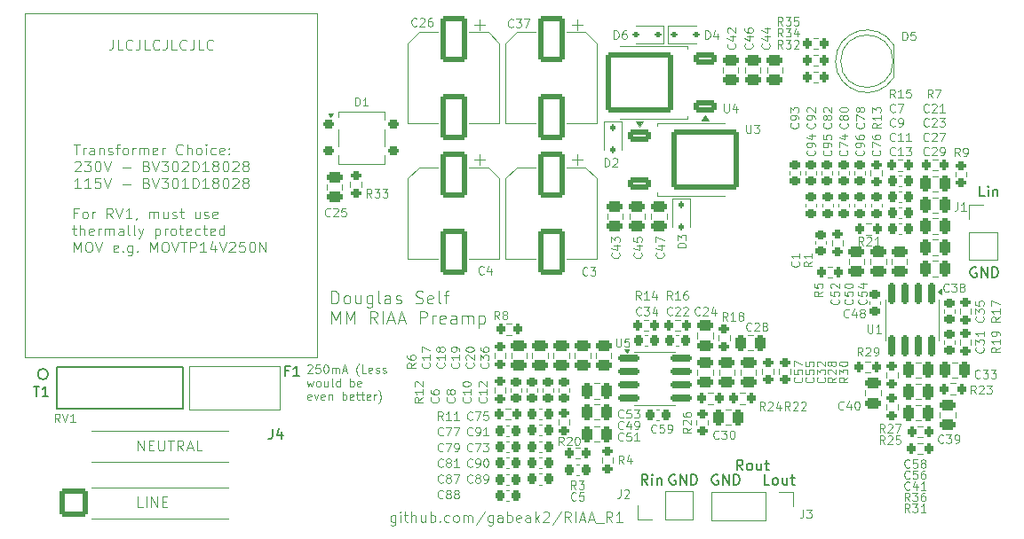
<source format=gbr>
%TF.GenerationSoftware,KiCad,Pcbnew,9.0.0*%
%TF.CreationDate,2025-04-27T17:39:42+02:00*%
%TF.ProjectId,RIAA_preamp,52494141-5f70-4726-9561-6d702e6b6963,rev?*%
%TF.SameCoordinates,Original*%
%TF.FileFunction,Legend,Top*%
%TF.FilePolarity,Positive*%
%FSLAX46Y46*%
G04 Gerber Fmt 4.6, Leading zero omitted, Abs format (unit mm)*
G04 Created by KiCad (PCBNEW 9.0.0) date 2025-04-27 17:39:42*
%MOMM*%
%LPD*%
G01*
G04 APERTURE LIST*
G04 Aperture macros list*
%AMRoundRect*
0 Rectangle with rounded corners*
0 $1 Rounding radius*
0 $2 $3 $4 $5 $6 $7 $8 $9 X,Y pos of 4 corners*
0 Add a 4 corners polygon primitive as box body*
4,1,4,$2,$3,$4,$5,$6,$7,$8,$9,$2,$3,0*
0 Add four circle primitives for the rounded corners*
1,1,$1+$1,$2,$3*
1,1,$1+$1,$4,$5*
1,1,$1+$1,$6,$7*
1,1,$1+$1,$8,$9*
0 Add four rect primitives between the rounded corners*
20,1,$1+$1,$2,$3,$4,$5,0*
20,1,$1+$1,$4,$5,$6,$7,0*
20,1,$1+$1,$6,$7,$8,$9,0*
20,1,$1+$1,$8,$9,$2,$3,0*%
G04 Aperture macros list end*
%ADD10C,0.150000*%
%ADD11C,0.100000*%
%ADD12C,0.120000*%
%ADD13C,0.200000*%
%ADD14RoundRect,0.225000X0.250000X-0.225000X0.250000X0.225000X-0.250000X0.225000X-0.250000X-0.225000X0*%
%ADD15RoundRect,0.250000X-0.250000X-0.475000X0.250000X-0.475000X0.250000X0.475000X-0.250000X0.475000X0*%
%ADD16RoundRect,0.200000X-0.200000X-0.275000X0.200000X-0.275000X0.200000X0.275000X-0.200000X0.275000X0*%
%ADD17RoundRect,0.250000X0.250000X0.475000X-0.250000X0.475000X-0.250000X-0.475000X0.250000X-0.475000X0*%
%ADD18RoundRect,0.225000X-0.225000X-0.250000X0.225000X-0.250000X0.225000X0.250000X-0.225000X0.250000X0*%
%ADD19RoundRect,0.200000X-0.275000X0.200000X-0.275000X-0.200000X0.275000X-0.200000X0.275000X0.200000X0*%
%ADD20RoundRect,0.112500X-0.112500X0.187500X-0.112500X-0.187500X0.112500X-0.187500X0.112500X0.187500X0*%
%ADD21RoundRect,0.225000X-0.250000X0.225000X-0.250000X-0.225000X0.250000X-0.225000X0.250000X0.225000X0*%
%ADD22RoundRect,0.200000X0.275000X-0.200000X0.275000X0.200000X-0.275000X0.200000X-0.275000X-0.200000X0*%
%ADD23RoundRect,0.250000X0.475000X-0.250000X0.475000X0.250000X-0.475000X0.250000X-0.475000X-0.250000X0*%
%ADD24RoundRect,0.225000X0.225000X0.250000X-0.225000X0.250000X-0.225000X-0.250000X0.225000X-0.250000X0*%
%ADD25C,5.600000*%
%ADD26RoundRect,0.250000X-0.475000X0.250000X-0.475000X-0.250000X0.475000X-0.250000X0.475000X0.250000X0*%
%ADD27RoundRect,0.250000X-1.000000X1.950000X-1.000000X-1.950000X1.000000X-1.950000X1.000000X1.950000X0*%
%ADD28RoundRect,0.200000X0.200000X0.275000X-0.200000X0.275000X-0.200000X-0.275000X0.200000X-0.275000X0*%
%ADD29C,1.800000*%
%ADD30R,1.800000X1.800000*%
%ADD31RoundRect,0.112500X-0.187500X-0.112500X0.187500X-0.112500X0.187500X0.112500X-0.187500X0.112500X0*%
%ADD32RoundRect,0.150000X-0.825000X-0.150000X0.825000X-0.150000X0.825000X0.150000X-0.825000X0.150000X0*%
%ADD33RoundRect,0.250000X0.850000X0.350000X-0.850000X0.350000X-0.850000X-0.350000X0.850000X-0.350000X0*%
%ADD34RoundRect,0.249997X2.950003X2.650003X-2.950003X2.650003X-2.950003X-2.650003X2.950003X-2.650003X0*%
%ADD35RoundRect,0.150000X-0.150000X0.825000X-0.150000X-0.825000X0.150000X-0.825000X0.150000X0.825000X0*%
%ADD36RoundRect,0.200000X-0.300000X-0.200000X0.300000X-0.200000X0.300000X0.200000X-0.300000X0.200000X0*%
%ADD37C,3.200000*%
%ADD38RoundRect,0.250000X1.125000X-1.125000X1.125000X1.125000X-1.125000X1.125000X-1.125000X-1.125000X0*%
%ADD39C,2.750000*%
%ADD40R,1.700000X1.700000*%
%ADD41O,1.700000X1.700000*%
%ADD42C,3.000000*%
%ADD43C,1.270000*%
%ADD44RoundRect,0.112500X0.187500X0.112500X-0.187500X0.112500X-0.187500X-0.112500X0.187500X-0.112500X0*%
%ADD45RoundRect,0.250000X-0.850000X-0.350000X0.850000X-0.350000X0.850000X0.350000X-0.850000X0.350000X0*%
%ADD46RoundRect,0.249997X-2.950003X-2.650003X2.950003X-2.650003X2.950003X2.650003X-2.950003X2.650003X0*%
G04 APERTURE END LIST*
D10*
X140892588Y-80109438D02*
X140797350Y-80061819D01*
X140797350Y-80061819D02*
X140654493Y-80061819D01*
X140654493Y-80061819D02*
X140511636Y-80109438D01*
X140511636Y-80109438D02*
X140416398Y-80204676D01*
X140416398Y-80204676D02*
X140368779Y-80299914D01*
X140368779Y-80299914D02*
X140321160Y-80490390D01*
X140321160Y-80490390D02*
X140321160Y-80633247D01*
X140321160Y-80633247D02*
X140368779Y-80823723D01*
X140368779Y-80823723D02*
X140416398Y-80918961D01*
X140416398Y-80918961D02*
X140511636Y-81014200D01*
X140511636Y-81014200D02*
X140654493Y-81061819D01*
X140654493Y-81061819D02*
X140749731Y-81061819D01*
X140749731Y-81061819D02*
X140892588Y-81014200D01*
X140892588Y-81014200D02*
X140940207Y-80966580D01*
X140940207Y-80966580D02*
X140940207Y-80633247D01*
X140940207Y-80633247D02*
X140749731Y-80633247D01*
X141368779Y-81061819D02*
X141368779Y-80061819D01*
X141368779Y-80061819D02*
X141940207Y-81061819D01*
X141940207Y-81061819D02*
X141940207Y-80061819D01*
X142416398Y-81061819D02*
X142416398Y-80061819D01*
X142416398Y-80061819D02*
X142654493Y-80061819D01*
X142654493Y-80061819D02*
X142797350Y-80109438D01*
X142797350Y-80109438D02*
X142892588Y-80204676D01*
X142892588Y-80204676D02*
X142940207Y-80299914D01*
X142940207Y-80299914D02*
X142987826Y-80490390D01*
X142987826Y-80490390D02*
X142987826Y-80633247D01*
X142987826Y-80633247D02*
X142940207Y-80823723D01*
X142940207Y-80823723D02*
X142892588Y-80918961D01*
X142892588Y-80918961D02*
X142797350Y-81014200D01*
X142797350Y-81014200D02*
X142654493Y-81061819D01*
X142654493Y-81061819D02*
X142416398Y-81061819D01*
X136828588Y-80109438D02*
X136733350Y-80061819D01*
X136733350Y-80061819D02*
X136590493Y-80061819D01*
X136590493Y-80061819D02*
X136447636Y-80109438D01*
X136447636Y-80109438D02*
X136352398Y-80204676D01*
X136352398Y-80204676D02*
X136304779Y-80299914D01*
X136304779Y-80299914D02*
X136257160Y-80490390D01*
X136257160Y-80490390D02*
X136257160Y-80633247D01*
X136257160Y-80633247D02*
X136304779Y-80823723D01*
X136304779Y-80823723D02*
X136352398Y-80918961D01*
X136352398Y-80918961D02*
X136447636Y-81014200D01*
X136447636Y-81014200D02*
X136590493Y-81061819D01*
X136590493Y-81061819D02*
X136685731Y-81061819D01*
X136685731Y-81061819D02*
X136828588Y-81014200D01*
X136828588Y-81014200D02*
X136876207Y-80966580D01*
X136876207Y-80966580D02*
X136876207Y-80633247D01*
X136876207Y-80633247D02*
X136685731Y-80633247D01*
X137304779Y-81061819D02*
X137304779Y-80061819D01*
X137304779Y-80061819D02*
X137876207Y-81061819D01*
X137876207Y-81061819D02*
X137876207Y-80061819D01*
X138352398Y-81061819D02*
X138352398Y-80061819D01*
X138352398Y-80061819D02*
X138590493Y-80061819D01*
X138590493Y-80061819D02*
X138733350Y-80109438D01*
X138733350Y-80109438D02*
X138828588Y-80204676D01*
X138828588Y-80204676D02*
X138876207Y-80299914D01*
X138876207Y-80299914D02*
X138923826Y-80490390D01*
X138923826Y-80490390D02*
X138923826Y-80633247D01*
X138923826Y-80633247D02*
X138876207Y-80823723D01*
X138876207Y-80823723D02*
X138828588Y-80918961D01*
X138828588Y-80918961D02*
X138733350Y-81014200D01*
X138733350Y-81014200D02*
X138590493Y-81061819D01*
X138590493Y-81061819D02*
X138352398Y-81061819D01*
X134209207Y-81061819D02*
X133875874Y-80585628D01*
X133637779Y-81061819D02*
X133637779Y-80061819D01*
X133637779Y-80061819D02*
X134018731Y-80061819D01*
X134018731Y-80061819D02*
X134113969Y-80109438D01*
X134113969Y-80109438D02*
X134161588Y-80157057D01*
X134161588Y-80157057D02*
X134209207Y-80252295D01*
X134209207Y-80252295D02*
X134209207Y-80395152D01*
X134209207Y-80395152D02*
X134161588Y-80490390D01*
X134161588Y-80490390D02*
X134113969Y-80538009D01*
X134113969Y-80538009D02*
X134018731Y-80585628D01*
X134018731Y-80585628D02*
X133637779Y-80585628D01*
X134637779Y-81061819D02*
X134637779Y-80395152D01*
X134637779Y-80061819D02*
X134590160Y-80109438D01*
X134590160Y-80109438D02*
X134637779Y-80157057D01*
X134637779Y-80157057D02*
X134685398Y-80109438D01*
X134685398Y-80109438D02*
X134637779Y-80061819D01*
X134637779Y-80061819D02*
X134637779Y-80157057D01*
X135113969Y-80395152D02*
X135113969Y-81061819D01*
X135113969Y-80490390D02*
X135161588Y-80442771D01*
X135161588Y-80442771D02*
X135256826Y-80395152D01*
X135256826Y-80395152D02*
X135399683Y-80395152D01*
X135399683Y-80395152D02*
X135494921Y-80442771D01*
X135494921Y-80442771D02*
X135542540Y-80538009D01*
X135542540Y-80538009D02*
X135542540Y-81061819D01*
D11*
X85598884Y-77793919D02*
X85598884Y-76793919D01*
X85598884Y-76793919D02*
X86170312Y-77793919D01*
X86170312Y-77793919D02*
X86170312Y-76793919D01*
X86646503Y-77270109D02*
X86979836Y-77270109D01*
X87122693Y-77793919D02*
X86646503Y-77793919D01*
X86646503Y-77793919D02*
X86646503Y-76793919D01*
X86646503Y-76793919D02*
X87122693Y-76793919D01*
X87551265Y-76793919D02*
X87551265Y-77603442D01*
X87551265Y-77603442D02*
X87598884Y-77698680D01*
X87598884Y-77698680D02*
X87646503Y-77746300D01*
X87646503Y-77746300D02*
X87741741Y-77793919D01*
X87741741Y-77793919D02*
X87932217Y-77793919D01*
X87932217Y-77793919D02*
X88027455Y-77746300D01*
X88027455Y-77746300D02*
X88075074Y-77698680D01*
X88075074Y-77698680D02*
X88122693Y-77603442D01*
X88122693Y-77603442D02*
X88122693Y-76793919D01*
X88456027Y-76793919D02*
X89027455Y-76793919D01*
X88741741Y-77793919D02*
X88741741Y-76793919D01*
X89932217Y-77793919D02*
X89598884Y-77317728D01*
X89360789Y-77793919D02*
X89360789Y-76793919D01*
X89360789Y-76793919D02*
X89741741Y-76793919D01*
X89741741Y-76793919D02*
X89836979Y-76841538D01*
X89836979Y-76841538D02*
X89884598Y-76889157D01*
X89884598Y-76889157D02*
X89932217Y-76984395D01*
X89932217Y-76984395D02*
X89932217Y-77127252D01*
X89932217Y-77127252D02*
X89884598Y-77222490D01*
X89884598Y-77222490D02*
X89836979Y-77270109D01*
X89836979Y-77270109D02*
X89741741Y-77317728D01*
X89741741Y-77317728D02*
X89360789Y-77317728D01*
X90313170Y-77508204D02*
X90789360Y-77508204D01*
X90217932Y-77793919D02*
X90551265Y-76793919D01*
X90551265Y-76793919D02*
X90884598Y-77793919D01*
X91694122Y-77793919D02*
X91217932Y-77793919D01*
X91217932Y-77793919D02*
X91217932Y-76793919D01*
X79836217Y-55095721D02*
X79502884Y-55095721D01*
X79502884Y-55619531D02*
X79502884Y-54619531D01*
X79502884Y-54619531D02*
X79979074Y-54619531D01*
X80502884Y-55619531D02*
X80407646Y-55571912D01*
X80407646Y-55571912D02*
X80360027Y-55524292D01*
X80360027Y-55524292D02*
X80312408Y-55429054D01*
X80312408Y-55429054D02*
X80312408Y-55143340D01*
X80312408Y-55143340D02*
X80360027Y-55048102D01*
X80360027Y-55048102D02*
X80407646Y-55000483D01*
X80407646Y-55000483D02*
X80502884Y-54952864D01*
X80502884Y-54952864D02*
X80645741Y-54952864D01*
X80645741Y-54952864D02*
X80740979Y-55000483D01*
X80740979Y-55000483D02*
X80788598Y-55048102D01*
X80788598Y-55048102D02*
X80836217Y-55143340D01*
X80836217Y-55143340D02*
X80836217Y-55429054D01*
X80836217Y-55429054D02*
X80788598Y-55524292D01*
X80788598Y-55524292D02*
X80740979Y-55571912D01*
X80740979Y-55571912D02*
X80645741Y-55619531D01*
X80645741Y-55619531D02*
X80502884Y-55619531D01*
X81264789Y-55619531D02*
X81264789Y-54952864D01*
X81264789Y-55143340D02*
X81312408Y-55048102D01*
X81312408Y-55048102D02*
X81360027Y-55000483D01*
X81360027Y-55000483D02*
X81455265Y-54952864D01*
X81455265Y-54952864D02*
X81550503Y-54952864D01*
X83217170Y-55619531D02*
X82883837Y-55143340D01*
X82645742Y-55619531D02*
X82645742Y-54619531D01*
X82645742Y-54619531D02*
X83026694Y-54619531D01*
X83026694Y-54619531D02*
X83121932Y-54667150D01*
X83121932Y-54667150D02*
X83169551Y-54714769D01*
X83169551Y-54714769D02*
X83217170Y-54810007D01*
X83217170Y-54810007D02*
X83217170Y-54952864D01*
X83217170Y-54952864D02*
X83169551Y-55048102D01*
X83169551Y-55048102D02*
X83121932Y-55095721D01*
X83121932Y-55095721D02*
X83026694Y-55143340D01*
X83026694Y-55143340D02*
X82645742Y-55143340D01*
X83502885Y-54619531D02*
X83836218Y-55619531D01*
X83836218Y-55619531D02*
X84169551Y-54619531D01*
X85026694Y-55619531D02*
X84455266Y-55619531D01*
X84740980Y-55619531D02*
X84740980Y-54619531D01*
X84740980Y-54619531D02*
X84645742Y-54762388D01*
X84645742Y-54762388D02*
X84550504Y-54857626D01*
X84550504Y-54857626D02*
X84455266Y-54905245D01*
X85502885Y-55571912D02*
X85502885Y-55619531D01*
X85502885Y-55619531D02*
X85455266Y-55714769D01*
X85455266Y-55714769D02*
X85407647Y-55762388D01*
X86693361Y-55619531D02*
X86693361Y-54952864D01*
X86693361Y-55048102D02*
X86740980Y-55000483D01*
X86740980Y-55000483D02*
X86836218Y-54952864D01*
X86836218Y-54952864D02*
X86979075Y-54952864D01*
X86979075Y-54952864D02*
X87074313Y-55000483D01*
X87074313Y-55000483D02*
X87121932Y-55095721D01*
X87121932Y-55095721D02*
X87121932Y-55619531D01*
X87121932Y-55095721D02*
X87169551Y-55000483D01*
X87169551Y-55000483D02*
X87264789Y-54952864D01*
X87264789Y-54952864D02*
X87407646Y-54952864D01*
X87407646Y-54952864D02*
X87502885Y-55000483D01*
X87502885Y-55000483D02*
X87550504Y-55095721D01*
X87550504Y-55095721D02*
X87550504Y-55619531D01*
X88455265Y-54952864D02*
X88455265Y-55619531D01*
X88026694Y-54952864D02*
X88026694Y-55476673D01*
X88026694Y-55476673D02*
X88074313Y-55571912D01*
X88074313Y-55571912D02*
X88169551Y-55619531D01*
X88169551Y-55619531D02*
X88312408Y-55619531D01*
X88312408Y-55619531D02*
X88407646Y-55571912D01*
X88407646Y-55571912D02*
X88455265Y-55524292D01*
X88883837Y-55571912D02*
X88979075Y-55619531D01*
X88979075Y-55619531D02*
X89169551Y-55619531D01*
X89169551Y-55619531D02*
X89264789Y-55571912D01*
X89264789Y-55571912D02*
X89312408Y-55476673D01*
X89312408Y-55476673D02*
X89312408Y-55429054D01*
X89312408Y-55429054D02*
X89264789Y-55333816D01*
X89264789Y-55333816D02*
X89169551Y-55286197D01*
X89169551Y-55286197D02*
X89026694Y-55286197D01*
X89026694Y-55286197D02*
X88931456Y-55238578D01*
X88931456Y-55238578D02*
X88883837Y-55143340D01*
X88883837Y-55143340D02*
X88883837Y-55095721D01*
X88883837Y-55095721D02*
X88931456Y-55000483D01*
X88931456Y-55000483D02*
X89026694Y-54952864D01*
X89026694Y-54952864D02*
X89169551Y-54952864D01*
X89169551Y-54952864D02*
X89264789Y-55000483D01*
X89598123Y-54952864D02*
X89979075Y-54952864D01*
X89740980Y-54619531D02*
X89740980Y-55476673D01*
X89740980Y-55476673D02*
X89788599Y-55571912D01*
X89788599Y-55571912D02*
X89883837Y-55619531D01*
X89883837Y-55619531D02*
X89979075Y-55619531D01*
X91502885Y-54952864D02*
X91502885Y-55619531D01*
X91074314Y-54952864D02*
X91074314Y-55476673D01*
X91074314Y-55476673D02*
X91121933Y-55571912D01*
X91121933Y-55571912D02*
X91217171Y-55619531D01*
X91217171Y-55619531D02*
X91360028Y-55619531D01*
X91360028Y-55619531D02*
X91455266Y-55571912D01*
X91455266Y-55571912D02*
X91502885Y-55524292D01*
X91931457Y-55571912D02*
X92026695Y-55619531D01*
X92026695Y-55619531D02*
X92217171Y-55619531D01*
X92217171Y-55619531D02*
X92312409Y-55571912D01*
X92312409Y-55571912D02*
X92360028Y-55476673D01*
X92360028Y-55476673D02*
X92360028Y-55429054D01*
X92360028Y-55429054D02*
X92312409Y-55333816D01*
X92312409Y-55333816D02*
X92217171Y-55286197D01*
X92217171Y-55286197D02*
X92074314Y-55286197D01*
X92074314Y-55286197D02*
X91979076Y-55238578D01*
X91979076Y-55238578D02*
X91931457Y-55143340D01*
X91931457Y-55143340D02*
X91931457Y-55095721D01*
X91931457Y-55095721D02*
X91979076Y-55000483D01*
X91979076Y-55000483D02*
X92074314Y-54952864D01*
X92074314Y-54952864D02*
X92217171Y-54952864D01*
X92217171Y-54952864D02*
X92312409Y-55000483D01*
X93169552Y-55571912D02*
X93074314Y-55619531D01*
X93074314Y-55619531D02*
X92883838Y-55619531D01*
X92883838Y-55619531D02*
X92788600Y-55571912D01*
X92788600Y-55571912D02*
X92740981Y-55476673D01*
X92740981Y-55476673D02*
X92740981Y-55095721D01*
X92740981Y-55095721D02*
X92788600Y-55000483D01*
X92788600Y-55000483D02*
X92883838Y-54952864D01*
X92883838Y-54952864D02*
X93074314Y-54952864D01*
X93074314Y-54952864D02*
X93169552Y-55000483D01*
X93169552Y-55000483D02*
X93217171Y-55095721D01*
X93217171Y-55095721D02*
X93217171Y-55190959D01*
X93217171Y-55190959D02*
X92740981Y-55286197D01*
X79360027Y-56562808D02*
X79740979Y-56562808D01*
X79502884Y-56229475D02*
X79502884Y-57086617D01*
X79502884Y-57086617D02*
X79550503Y-57181856D01*
X79550503Y-57181856D02*
X79645741Y-57229475D01*
X79645741Y-57229475D02*
X79740979Y-57229475D01*
X80074313Y-57229475D02*
X80074313Y-56229475D01*
X80502884Y-57229475D02*
X80502884Y-56705665D01*
X80502884Y-56705665D02*
X80455265Y-56610427D01*
X80455265Y-56610427D02*
X80360027Y-56562808D01*
X80360027Y-56562808D02*
X80217170Y-56562808D01*
X80217170Y-56562808D02*
X80121932Y-56610427D01*
X80121932Y-56610427D02*
X80074313Y-56658046D01*
X81360027Y-57181856D02*
X81264789Y-57229475D01*
X81264789Y-57229475D02*
X81074313Y-57229475D01*
X81074313Y-57229475D02*
X80979075Y-57181856D01*
X80979075Y-57181856D02*
X80931456Y-57086617D01*
X80931456Y-57086617D02*
X80931456Y-56705665D01*
X80931456Y-56705665D02*
X80979075Y-56610427D01*
X80979075Y-56610427D02*
X81074313Y-56562808D01*
X81074313Y-56562808D02*
X81264789Y-56562808D01*
X81264789Y-56562808D02*
X81360027Y-56610427D01*
X81360027Y-56610427D02*
X81407646Y-56705665D01*
X81407646Y-56705665D02*
X81407646Y-56800903D01*
X81407646Y-56800903D02*
X80931456Y-56896141D01*
X81836218Y-57229475D02*
X81836218Y-56562808D01*
X81836218Y-56753284D02*
X81883837Y-56658046D01*
X81883837Y-56658046D02*
X81931456Y-56610427D01*
X81931456Y-56610427D02*
X82026694Y-56562808D01*
X82026694Y-56562808D02*
X82121932Y-56562808D01*
X82455266Y-57229475D02*
X82455266Y-56562808D01*
X82455266Y-56658046D02*
X82502885Y-56610427D01*
X82502885Y-56610427D02*
X82598123Y-56562808D01*
X82598123Y-56562808D02*
X82740980Y-56562808D01*
X82740980Y-56562808D02*
X82836218Y-56610427D01*
X82836218Y-56610427D02*
X82883837Y-56705665D01*
X82883837Y-56705665D02*
X82883837Y-57229475D01*
X82883837Y-56705665D02*
X82931456Y-56610427D01*
X82931456Y-56610427D02*
X83026694Y-56562808D01*
X83026694Y-56562808D02*
X83169551Y-56562808D01*
X83169551Y-56562808D02*
X83264790Y-56610427D01*
X83264790Y-56610427D02*
X83312409Y-56705665D01*
X83312409Y-56705665D02*
X83312409Y-57229475D01*
X84217170Y-57229475D02*
X84217170Y-56705665D01*
X84217170Y-56705665D02*
X84169551Y-56610427D01*
X84169551Y-56610427D02*
X84074313Y-56562808D01*
X84074313Y-56562808D02*
X83883837Y-56562808D01*
X83883837Y-56562808D02*
X83788599Y-56610427D01*
X84217170Y-57181856D02*
X84121932Y-57229475D01*
X84121932Y-57229475D02*
X83883837Y-57229475D01*
X83883837Y-57229475D02*
X83788599Y-57181856D01*
X83788599Y-57181856D02*
X83740980Y-57086617D01*
X83740980Y-57086617D02*
X83740980Y-56991379D01*
X83740980Y-56991379D02*
X83788599Y-56896141D01*
X83788599Y-56896141D02*
X83883837Y-56848522D01*
X83883837Y-56848522D02*
X84121932Y-56848522D01*
X84121932Y-56848522D02*
X84217170Y-56800903D01*
X84836218Y-57229475D02*
X84740980Y-57181856D01*
X84740980Y-57181856D02*
X84693361Y-57086617D01*
X84693361Y-57086617D02*
X84693361Y-56229475D01*
X85360028Y-57229475D02*
X85264790Y-57181856D01*
X85264790Y-57181856D02*
X85217171Y-57086617D01*
X85217171Y-57086617D02*
X85217171Y-56229475D01*
X85645743Y-56562808D02*
X85883838Y-57229475D01*
X86121933Y-56562808D02*
X85883838Y-57229475D01*
X85883838Y-57229475D02*
X85788600Y-57467570D01*
X85788600Y-57467570D02*
X85740981Y-57515189D01*
X85740981Y-57515189D02*
X85645743Y-57562808D01*
X87264791Y-56562808D02*
X87264791Y-57562808D01*
X87264791Y-56610427D02*
X87360029Y-56562808D01*
X87360029Y-56562808D02*
X87550505Y-56562808D01*
X87550505Y-56562808D02*
X87645743Y-56610427D01*
X87645743Y-56610427D02*
X87693362Y-56658046D01*
X87693362Y-56658046D02*
X87740981Y-56753284D01*
X87740981Y-56753284D02*
X87740981Y-57038998D01*
X87740981Y-57038998D02*
X87693362Y-57134236D01*
X87693362Y-57134236D02*
X87645743Y-57181856D01*
X87645743Y-57181856D02*
X87550505Y-57229475D01*
X87550505Y-57229475D02*
X87360029Y-57229475D01*
X87360029Y-57229475D02*
X87264791Y-57181856D01*
X88169553Y-57229475D02*
X88169553Y-56562808D01*
X88169553Y-56753284D02*
X88217172Y-56658046D01*
X88217172Y-56658046D02*
X88264791Y-56610427D01*
X88264791Y-56610427D02*
X88360029Y-56562808D01*
X88360029Y-56562808D02*
X88455267Y-56562808D01*
X88931458Y-57229475D02*
X88836220Y-57181856D01*
X88836220Y-57181856D02*
X88788601Y-57134236D01*
X88788601Y-57134236D02*
X88740982Y-57038998D01*
X88740982Y-57038998D02*
X88740982Y-56753284D01*
X88740982Y-56753284D02*
X88788601Y-56658046D01*
X88788601Y-56658046D02*
X88836220Y-56610427D01*
X88836220Y-56610427D02*
X88931458Y-56562808D01*
X88931458Y-56562808D02*
X89074315Y-56562808D01*
X89074315Y-56562808D02*
X89169553Y-56610427D01*
X89169553Y-56610427D02*
X89217172Y-56658046D01*
X89217172Y-56658046D02*
X89264791Y-56753284D01*
X89264791Y-56753284D02*
X89264791Y-57038998D01*
X89264791Y-57038998D02*
X89217172Y-57134236D01*
X89217172Y-57134236D02*
X89169553Y-57181856D01*
X89169553Y-57181856D02*
X89074315Y-57229475D01*
X89074315Y-57229475D02*
X88931458Y-57229475D01*
X89550506Y-56562808D02*
X89931458Y-56562808D01*
X89693363Y-56229475D02*
X89693363Y-57086617D01*
X89693363Y-57086617D02*
X89740982Y-57181856D01*
X89740982Y-57181856D02*
X89836220Y-57229475D01*
X89836220Y-57229475D02*
X89931458Y-57229475D01*
X90645744Y-57181856D02*
X90550506Y-57229475D01*
X90550506Y-57229475D02*
X90360030Y-57229475D01*
X90360030Y-57229475D02*
X90264792Y-57181856D01*
X90264792Y-57181856D02*
X90217173Y-57086617D01*
X90217173Y-57086617D02*
X90217173Y-56705665D01*
X90217173Y-56705665D02*
X90264792Y-56610427D01*
X90264792Y-56610427D02*
X90360030Y-56562808D01*
X90360030Y-56562808D02*
X90550506Y-56562808D01*
X90550506Y-56562808D02*
X90645744Y-56610427D01*
X90645744Y-56610427D02*
X90693363Y-56705665D01*
X90693363Y-56705665D02*
X90693363Y-56800903D01*
X90693363Y-56800903D02*
X90217173Y-56896141D01*
X91550506Y-57181856D02*
X91455268Y-57229475D01*
X91455268Y-57229475D02*
X91264792Y-57229475D01*
X91264792Y-57229475D02*
X91169554Y-57181856D01*
X91169554Y-57181856D02*
X91121935Y-57134236D01*
X91121935Y-57134236D02*
X91074316Y-57038998D01*
X91074316Y-57038998D02*
X91074316Y-56753284D01*
X91074316Y-56753284D02*
X91121935Y-56658046D01*
X91121935Y-56658046D02*
X91169554Y-56610427D01*
X91169554Y-56610427D02*
X91264792Y-56562808D01*
X91264792Y-56562808D02*
X91455268Y-56562808D01*
X91455268Y-56562808D02*
X91550506Y-56610427D01*
X91836221Y-56562808D02*
X92217173Y-56562808D01*
X91979078Y-56229475D02*
X91979078Y-57086617D01*
X91979078Y-57086617D02*
X92026697Y-57181856D01*
X92026697Y-57181856D02*
X92121935Y-57229475D01*
X92121935Y-57229475D02*
X92217173Y-57229475D01*
X92931459Y-57181856D02*
X92836221Y-57229475D01*
X92836221Y-57229475D02*
X92645745Y-57229475D01*
X92645745Y-57229475D02*
X92550507Y-57181856D01*
X92550507Y-57181856D02*
X92502888Y-57086617D01*
X92502888Y-57086617D02*
X92502888Y-56705665D01*
X92502888Y-56705665D02*
X92550507Y-56610427D01*
X92550507Y-56610427D02*
X92645745Y-56562808D01*
X92645745Y-56562808D02*
X92836221Y-56562808D01*
X92836221Y-56562808D02*
X92931459Y-56610427D01*
X92931459Y-56610427D02*
X92979078Y-56705665D01*
X92979078Y-56705665D02*
X92979078Y-56800903D01*
X92979078Y-56800903D02*
X92502888Y-56896141D01*
X93836221Y-57229475D02*
X93836221Y-56229475D01*
X93836221Y-57181856D02*
X93740983Y-57229475D01*
X93740983Y-57229475D02*
X93550507Y-57229475D01*
X93550507Y-57229475D02*
X93455269Y-57181856D01*
X93455269Y-57181856D02*
X93407650Y-57134236D01*
X93407650Y-57134236D02*
X93360031Y-57038998D01*
X93360031Y-57038998D02*
X93360031Y-56753284D01*
X93360031Y-56753284D02*
X93407650Y-56658046D01*
X93407650Y-56658046D02*
X93455269Y-56610427D01*
X93455269Y-56610427D02*
X93550507Y-56562808D01*
X93550507Y-56562808D02*
X93740983Y-56562808D01*
X93740983Y-56562808D02*
X93836221Y-56610427D01*
X79502884Y-58839419D02*
X79502884Y-57839419D01*
X79502884Y-57839419D02*
X79836217Y-58553704D01*
X79836217Y-58553704D02*
X80169550Y-57839419D01*
X80169550Y-57839419D02*
X80169550Y-58839419D01*
X80836217Y-57839419D02*
X81026693Y-57839419D01*
X81026693Y-57839419D02*
X81121931Y-57887038D01*
X81121931Y-57887038D02*
X81217169Y-57982276D01*
X81217169Y-57982276D02*
X81264788Y-58172752D01*
X81264788Y-58172752D02*
X81264788Y-58506085D01*
X81264788Y-58506085D02*
X81217169Y-58696561D01*
X81217169Y-58696561D02*
X81121931Y-58791800D01*
X81121931Y-58791800D02*
X81026693Y-58839419D01*
X81026693Y-58839419D02*
X80836217Y-58839419D01*
X80836217Y-58839419D02*
X80740979Y-58791800D01*
X80740979Y-58791800D02*
X80645741Y-58696561D01*
X80645741Y-58696561D02*
X80598122Y-58506085D01*
X80598122Y-58506085D02*
X80598122Y-58172752D01*
X80598122Y-58172752D02*
X80645741Y-57982276D01*
X80645741Y-57982276D02*
X80740979Y-57887038D01*
X80740979Y-57887038D02*
X80836217Y-57839419D01*
X81550503Y-57839419D02*
X81883836Y-58839419D01*
X81883836Y-58839419D02*
X82217169Y-57839419D01*
X83693360Y-58791800D02*
X83598122Y-58839419D01*
X83598122Y-58839419D02*
X83407646Y-58839419D01*
X83407646Y-58839419D02*
X83312408Y-58791800D01*
X83312408Y-58791800D02*
X83264789Y-58696561D01*
X83264789Y-58696561D02*
X83264789Y-58315609D01*
X83264789Y-58315609D02*
X83312408Y-58220371D01*
X83312408Y-58220371D02*
X83407646Y-58172752D01*
X83407646Y-58172752D02*
X83598122Y-58172752D01*
X83598122Y-58172752D02*
X83693360Y-58220371D01*
X83693360Y-58220371D02*
X83740979Y-58315609D01*
X83740979Y-58315609D02*
X83740979Y-58410847D01*
X83740979Y-58410847D02*
X83264789Y-58506085D01*
X84169551Y-58744180D02*
X84217170Y-58791800D01*
X84217170Y-58791800D02*
X84169551Y-58839419D01*
X84169551Y-58839419D02*
X84121932Y-58791800D01*
X84121932Y-58791800D02*
X84169551Y-58744180D01*
X84169551Y-58744180D02*
X84169551Y-58839419D01*
X85074312Y-58172752D02*
X85074312Y-58982276D01*
X85074312Y-58982276D02*
X85026693Y-59077514D01*
X85026693Y-59077514D02*
X84979074Y-59125133D01*
X84979074Y-59125133D02*
X84883836Y-59172752D01*
X84883836Y-59172752D02*
X84740979Y-59172752D01*
X84740979Y-59172752D02*
X84645741Y-59125133D01*
X85074312Y-58791800D02*
X84979074Y-58839419D01*
X84979074Y-58839419D02*
X84788598Y-58839419D01*
X84788598Y-58839419D02*
X84693360Y-58791800D01*
X84693360Y-58791800D02*
X84645741Y-58744180D01*
X84645741Y-58744180D02*
X84598122Y-58648942D01*
X84598122Y-58648942D02*
X84598122Y-58363228D01*
X84598122Y-58363228D02*
X84645741Y-58267990D01*
X84645741Y-58267990D02*
X84693360Y-58220371D01*
X84693360Y-58220371D02*
X84788598Y-58172752D01*
X84788598Y-58172752D02*
X84979074Y-58172752D01*
X84979074Y-58172752D02*
X85074312Y-58220371D01*
X85550503Y-58744180D02*
X85598122Y-58791800D01*
X85598122Y-58791800D02*
X85550503Y-58839419D01*
X85550503Y-58839419D02*
X85502884Y-58791800D01*
X85502884Y-58791800D02*
X85550503Y-58744180D01*
X85550503Y-58744180D02*
X85550503Y-58839419D01*
X86788598Y-58839419D02*
X86788598Y-57839419D01*
X86788598Y-57839419D02*
X87121931Y-58553704D01*
X87121931Y-58553704D02*
X87455264Y-57839419D01*
X87455264Y-57839419D02*
X87455264Y-58839419D01*
X88121931Y-57839419D02*
X88312407Y-57839419D01*
X88312407Y-57839419D02*
X88407645Y-57887038D01*
X88407645Y-57887038D02*
X88502883Y-57982276D01*
X88502883Y-57982276D02*
X88550502Y-58172752D01*
X88550502Y-58172752D02*
X88550502Y-58506085D01*
X88550502Y-58506085D02*
X88502883Y-58696561D01*
X88502883Y-58696561D02*
X88407645Y-58791800D01*
X88407645Y-58791800D02*
X88312407Y-58839419D01*
X88312407Y-58839419D02*
X88121931Y-58839419D01*
X88121931Y-58839419D02*
X88026693Y-58791800D01*
X88026693Y-58791800D02*
X87931455Y-58696561D01*
X87931455Y-58696561D02*
X87883836Y-58506085D01*
X87883836Y-58506085D02*
X87883836Y-58172752D01*
X87883836Y-58172752D02*
X87931455Y-57982276D01*
X87931455Y-57982276D02*
X88026693Y-57887038D01*
X88026693Y-57887038D02*
X88121931Y-57839419D01*
X88836217Y-57839419D02*
X89169550Y-58839419D01*
X89169550Y-58839419D02*
X89502883Y-57839419D01*
X89693360Y-57839419D02*
X90264788Y-57839419D01*
X89979074Y-58839419D02*
X89979074Y-57839419D01*
X90598122Y-58839419D02*
X90598122Y-57839419D01*
X90598122Y-57839419D02*
X90979074Y-57839419D01*
X90979074Y-57839419D02*
X91074312Y-57887038D01*
X91074312Y-57887038D02*
X91121931Y-57934657D01*
X91121931Y-57934657D02*
X91169550Y-58029895D01*
X91169550Y-58029895D02*
X91169550Y-58172752D01*
X91169550Y-58172752D02*
X91121931Y-58267990D01*
X91121931Y-58267990D02*
X91074312Y-58315609D01*
X91074312Y-58315609D02*
X90979074Y-58363228D01*
X90979074Y-58363228D02*
X90598122Y-58363228D01*
X92121931Y-58839419D02*
X91550503Y-58839419D01*
X91836217Y-58839419D02*
X91836217Y-57839419D01*
X91836217Y-57839419D02*
X91740979Y-57982276D01*
X91740979Y-57982276D02*
X91645741Y-58077514D01*
X91645741Y-58077514D02*
X91550503Y-58125133D01*
X92979074Y-58172752D02*
X92979074Y-58839419D01*
X92740979Y-57791800D02*
X92502884Y-58506085D01*
X92502884Y-58506085D02*
X93121931Y-58506085D01*
X93360027Y-57839419D02*
X93693360Y-58839419D01*
X93693360Y-58839419D02*
X94026693Y-57839419D01*
X94312408Y-57934657D02*
X94360027Y-57887038D01*
X94360027Y-57887038D02*
X94455265Y-57839419D01*
X94455265Y-57839419D02*
X94693360Y-57839419D01*
X94693360Y-57839419D02*
X94788598Y-57887038D01*
X94788598Y-57887038D02*
X94836217Y-57934657D01*
X94836217Y-57934657D02*
X94883836Y-58029895D01*
X94883836Y-58029895D02*
X94883836Y-58125133D01*
X94883836Y-58125133D02*
X94836217Y-58267990D01*
X94836217Y-58267990D02*
X94264789Y-58839419D01*
X94264789Y-58839419D02*
X94883836Y-58839419D01*
X95788598Y-57839419D02*
X95312408Y-57839419D01*
X95312408Y-57839419D02*
X95264789Y-58315609D01*
X95264789Y-58315609D02*
X95312408Y-58267990D01*
X95312408Y-58267990D02*
X95407646Y-58220371D01*
X95407646Y-58220371D02*
X95645741Y-58220371D01*
X95645741Y-58220371D02*
X95740979Y-58267990D01*
X95740979Y-58267990D02*
X95788598Y-58315609D01*
X95788598Y-58315609D02*
X95836217Y-58410847D01*
X95836217Y-58410847D02*
X95836217Y-58648942D01*
X95836217Y-58648942D02*
X95788598Y-58744180D01*
X95788598Y-58744180D02*
X95740979Y-58791800D01*
X95740979Y-58791800D02*
X95645741Y-58839419D01*
X95645741Y-58839419D02*
X95407646Y-58839419D01*
X95407646Y-58839419D02*
X95312408Y-58791800D01*
X95312408Y-58791800D02*
X95264789Y-58744180D01*
X96455265Y-57839419D02*
X96550503Y-57839419D01*
X96550503Y-57839419D02*
X96645741Y-57887038D01*
X96645741Y-57887038D02*
X96693360Y-57934657D01*
X96693360Y-57934657D02*
X96740979Y-58029895D01*
X96740979Y-58029895D02*
X96788598Y-58220371D01*
X96788598Y-58220371D02*
X96788598Y-58458466D01*
X96788598Y-58458466D02*
X96740979Y-58648942D01*
X96740979Y-58648942D02*
X96693360Y-58744180D01*
X96693360Y-58744180D02*
X96645741Y-58791800D01*
X96645741Y-58791800D02*
X96550503Y-58839419D01*
X96550503Y-58839419D02*
X96455265Y-58839419D01*
X96455265Y-58839419D02*
X96360027Y-58791800D01*
X96360027Y-58791800D02*
X96312408Y-58744180D01*
X96312408Y-58744180D02*
X96264789Y-58648942D01*
X96264789Y-58648942D02*
X96217170Y-58458466D01*
X96217170Y-58458466D02*
X96217170Y-58220371D01*
X96217170Y-58220371D02*
X96264789Y-58029895D01*
X96264789Y-58029895D02*
X96312408Y-57934657D01*
X96312408Y-57934657D02*
X96360027Y-57887038D01*
X96360027Y-57887038D02*
X96455265Y-57839419D01*
X97217170Y-58839419D02*
X97217170Y-57839419D01*
X97217170Y-57839419D02*
X97788598Y-58839419D01*
X97788598Y-58839419D02*
X97788598Y-57839419D01*
X101769169Y-69661175D02*
X101807265Y-69623080D01*
X101807265Y-69623080D02*
X101883455Y-69584985D01*
X101883455Y-69584985D02*
X102073931Y-69584985D01*
X102073931Y-69584985D02*
X102150122Y-69623080D01*
X102150122Y-69623080D02*
X102188217Y-69661175D01*
X102188217Y-69661175D02*
X102226312Y-69737366D01*
X102226312Y-69737366D02*
X102226312Y-69813556D01*
X102226312Y-69813556D02*
X102188217Y-69927842D01*
X102188217Y-69927842D02*
X101731074Y-70384985D01*
X101731074Y-70384985D02*
X102226312Y-70384985D01*
X102950122Y-69584985D02*
X102569170Y-69584985D01*
X102569170Y-69584985D02*
X102531074Y-69965937D01*
X102531074Y-69965937D02*
X102569170Y-69927842D01*
X102569170Y-69927842D02*
X102645360Y-69889747D01*
X102645360Y-69889747D02*
X102835836Y-69889747D01*
X102835836Y-69889747D02*
X102912027Y-69927842D01*
X102912027Y-69927842D02*
X102950122Y-69965937D01*
X102950122Y-69965937D02*
X102988217Y-70042128D01*
X102988217Y-70042128D02*
X102988217Y-70232604D01*
X102988217Y-70232604D02*
X102950122Y-70308794D01*
X102950122Y-70308794D02*
X102912027Y-70346890D01*
X102912027Y-70346890D02*
X102835836Y-70384985D01*
X102835836Y-70384985D02*
X102645360Y-70384985D01*
X102645360Y-70384985D02*
X102569170Y-70346890D01*
X102569170Y-70346890D02*
X102531074Y-70308794D01*
X103483456Y-69584985D02*
X103559646Y-69584985D01*
X103559646Y-69584985D02*
X103635837Y-69623080D01*
X103635837Y-69623080D02*
X103673932Y-69661175D01*
X103673932Y-69661175D02*
X103712027Y-69737366D01*
X103712027Y-69737366D02*
X103750122Y-69889747D01*
X103750122Y-69889747D02*
X103750122Y-70080223D01*
X103750122Y-70080223D02*
X103712027Y-70232604D01*
X103712027Y-70232604D02*
X103673932Y-70308794D01*
X103673932Y-70308794D02*
X103635837Y-70346890D01*
X103635837Y-70346890D02*
X103559646Y-70384985D01*
X103559646Y-70384985D02*
X103483456Y-70384985D01*
X103483456Y-70384985D02*
X103407265Y-70346890D01*
X103407265Y-70346890D02*
X103369170Y-70308794D01*
X103369170Y-70308794D02*
X103331075Y-70232604D01*
X103331075Y-70232604D02*
X103292979Y-70080223D01*
X103292979Y-70080223D02*
X103292979Y-69889747D01*
X103292979Y-69889747D02*
X103331075Y-69737366D01*
X103331075Y-69737366D02*
X103369170Y-69661175D01*
X103369170Y-69661175D02*
X103407265Y-69623080D01*
X103407265Y-69623080D02*
X103483456Y-69584985D01*
X104092980Y-70384985D02*
X104092980Y-69851651D01*
X104092980Y-69927842D02*
X104131075Y-69889747D01*
X104131075Y-69889747D02*
X104207265Y-69851651D01*
X104207265Y-69851651D02*
X104321551Y-69851651D01*
X104321551Y-69851651D02*
X104397742Y-69889747D01*
X104397742Y-69889747D02*
X104435837Y-69965937D01*
X104435837Y-69965937D02*
X104435837Y-70384985D01*
X104435837Y-69965937D02*
X104473932Y-69889747D01*
X104473932Y-69889747D02*
X104550123Y-69851651D01*
X104550123Y-69851651D02*
X104664408Y-69851651D01*
X104664408Y-69851651D02*
X104740599Y-69889747D01*
X104740599Y-69889747D02*
X104778694Y-69965937D01*
X104778694Y-69965937D02*
X104778694Y-70384985D01*
X105121551Y-70156413D02*
X105502504Y-70156413D01*
X105045361Y-70384985D02*
X105312028Y-69584985D01*
X105312028Y-69584985D02*
X105578694Y-70384985D01*
X106683456Y-70689747D02*
X106645361Y-70651651D01*
X106645361Y-70651651D02*
X106569170Y-70537366D01*
X106569170Y-70537366D02*
X106531075Y-70461175D01*
X106531075Y-70461175D02*
X106492980Y-70346890D01*
X106492980Y-70346890D02*
X106454885Y-70156413D01*
X106454885Y-70156413D02*
X106454885Y-70004032D01*
X106454885Y-70004032D02*
X106492980Y-69813556D01*
X106492980Y-69813556D02*
X106531075Y-69699270D01*
X106531075Y-69699270D02*
X106569170Y-69623080D01*
X106569170Y-69623080D02*
X106645361Y-69508794D01*
X106645361Y-69508794D02*
X106683456Y-69470699D01*
X107369170Y-70384985D02*
X106988218Y-70384985D01*
X106988218Y-70384985D02*
X106988218Y-69584985D01*
X107940599Y-70346890D02*
X107864408Y-70384985D01*
X107864408Y-70384985D02*
X107712027Y-70384985D01*
X107712027Y-70384985D02*
X107635837Y-70346890D01*
X107635837Y-70346890D02*
X107597741Y-70270699D01*
X107597741Y-70270699D02*
X107597741Y-69965937D01*
X107597741Y-69965937D02*
X107635837Y-69889747D01*
X107635837Y-69889747D02*
X107712027Y-69851651D01*
X107712027Y-69851651D02*
X107864408Y-69851651D01*
X107864408Y-69851651D02*
X107940599Y-69889747D01*
X107940599Y-69889747D02*
X107978694Y-69965937D01*
X107978694Y-69965937D02*
X107978694Y-70042128D01*
X107978694Y-70042128D02*
X107597741Y-70118318D01*
X108283455Y-70346890D02*
X108359646Y-70384985D01*
X108359646Y-70384985D02*
X108512027Y-70384985D01*
X108512027Y-70384985D02*
X108588217Y-70346890D01*
X108588217Y-70346890D02*
X108626313Y-70270699D01*
X108626313Y-70270699D02*
X108626313Y-70232604D01*
X108626313Y-70232604D02*
X108588217Y-70156413D01*
X108588217Y-70156413D02*
X108512027Y-70118318D01*
X108512027Y-70118318D02*
X108397741Y-70118318D01*
X108397741Y-70118318D02*
X108321551Y-70080223D01*
X108321551Y-70080223D02*
X108283455Y-70004032D01*
X108283455Y-70004032D02*
X108283455Y-69965937D01*
X108283455Y-69965937D02*
X108321551Y-69889747D01*
X108321551Y-69889747D02*
X108397741Y-69851651D01*
X108397741Y-69851651D02*
X108512027Y-69851651D01*
X108512027Y-69851651D02*
X108588217Y-69889747D01*
X108931074Y-70346890D02*
X109007265Y-70384985D01*
X109007265Y-70384985D02*
X109159646Y-70384985D01*
X109159646Y-70384985D02*
X109235836Y-70346890D01*
X109235836Y-70346890D02*
X109273932Y-70270699D01*
X109273932Y-70270699D02*
X109273932Y-70232604D01*
X109273932Y-70232604D02*
X109235836Y-70156413D01*
X109235836Y-70156413D02*
X109159646Y-70118318D01*
X109159646Y-70118318D02*
X109045360Y-70118318D01*
X109045360Y-70118318D02*
X108969170Y-70080223D01*
X108969170Y-70080223D02*
X108931074Y-70004032D01*
X108931074Y-70004032D02*
X108931074Y-69965937D01*
X108931074Y-69965937D02*
X108969170Y-69889747D01*
X108969170Y-69889747D02*
X109045360Y-69851651D01*
X109045360Y-69851651D02*
X109159646Y-69851651D01*
X109159646Y-69851651D02*
X109235836Y-69889747D01*
X101731074Y-71139606D02*
X101883455Y-71672940D01*
X101883455Y-71672940D02*
X102035836Y-71291987D01*
X102035836Y-71291987D02*
X102188217Y-71672940D01*
X102188217Y-71672940D02*
X102340598Y-71139606D01*
X102759645Y-71672940D02*
X102683455Y-71634845D01*
X102683455Y-71634845D02*
X102645360Y-71596749D01*
X102645360Y-71596749D02*
X102607264Y-71520559D01*
X102607264Y-71520559D02*
X102607264Y-71291987D01*
X102607264Y-71291987D02*
X102645360Y-71215797D01*
X102645360Y-71215797D02*
X102683455Y-71177702D01*
X102683455Y-71177702D02*
X102759645Y-71139606D01*
X102759645Y-71139606D02*
X102873931Y-71139606D01*
X102873931Y-71139606D02*
X102950122Y-71177702D01*
X102950122Y-71177702D02*
X102988217Y-71215797D01*
X102988217Y-71215797D02*
X103026312Y-71291987D01*
X103026312Y-71291987D02*
X103026312Y-71520559D01*
X103026312Y-71520559D02*
X102988217Y-71596749D01*
X102988217Y-71596749D02*
X102950122Y-71634845D01*
X102950122Y-71634845D02*
X102873931Y-71672940D01*
X102873931Y-71672940D02*
X102759645Y-71672940D01*
X103712027Y-71139606D02*
X103712027Y-71672940D01*
X103369170Y-71139606D02*
X103369170Y-71558654D01*
X103369170Y-71558654D02*
X103407265Y-71634845D01*
X103407265Y-71634845D02*
X103483455Y-71672940D01*
X103483455Y-71672940D02*
X103597741Y-71672940D01*
X103597741Y-71672940D02*
X103673932Y-71634845D01*
X103673932Y-71634845D02*
X103712027Y-71596749D01*
X104207265Y-71672940D02*
X104131075Y-71634845D01*
X104131075Y-71634845D02*
X104092980Y-71558654D01*
X104092980Y-71558654D02*
X104092980Y-70872940D01*
X104854885Y-71672940D02*
X104854885Y-70872940D01*
X104854885Y-71634845D02*
X104778694Y-71672940D01*
X104778694Y-71672940D02*
X104626313Y-71672940D01*
X104626313Y-71672940D02*
X104550123Y-71634845D01*
X104550123Y-71634845D02*
X104512028Y-71596749D01*
X104512028Y-71596749D02*
X104473932Y-71520559D01*
X104473932Y-71520559D02*
X104473932Y-71291987D01*
X104473932Y-71291987D02*
X104512028Y-71215797D01*
X104512028Y-71215797D02*
X104550123Y-71177702D01*
X104550123Y-71177702D02*
X104626313Y-71139606D01*
X104626313Y-71139606D02*
X104778694Y-71139606D01*
X104778694Y-71139606D02*
X104854885Y-71177702D01*
X105845362Y-71672940D02*
X105845362Y-70872940D01*
X105845362Y-71177702D02*
X105921552Y-71139606D01*
X105921552Y-71139606D02*
X106073933Y-71139606D01*
X106073933Y-71139606D02*
X106150124Y-71177702D01*
X106150124Y-71177702D02*
X106188219Y-71215797D01*
X106188219Y-71215797D02*
X106226314Y-71291987D01*
X106226314Y-71291987D02*
X106226314Y-71520559D01*
X106226314Y-71520559D02*
X106188219Y-71596749D01*
X106188219Y-71596749D02*
X106150124Y-71634845D01*
X106150124Y-71634845D02*
X106073933Y-71672940D01*
X106073933Y-71672940D02*
X105921552Y-71672940D01*
X105921552Y-71672940D02*
X105845362Y-71634845D01*
X106873934Y-71634845D02*
X106797743Y-71672940D01*
X106797743Y-71672940D02*
X106645362Y-71672940D01*
X106645362Y-71672940D02*
X106569172Y-71634845D01*
X106569172Y-71634845D02*
X106531076Y-71558654D01*
X106531076Y-71558654D02*
X106531076Y-71253892D01*
X106531076Y-71253892D02*
X106569172Y-71177702D01*
X106569172Y-71177702D02*
X106645362Y-71139606D01*
X106645362Y-71139606D02*
X106797743Y-71139606D01*
X106797743Y-71139606D02*
X106873934Y-71177702D01*
X106873934Y-71177702D02*
X106912029Y-71253892D01*
X106912029Y-71253892D02*
X106912029Y-71330083D01*
X106912029Y-71330083D02*
X106531076Y-71406273D01*
X102112027Y-72922800D02*
X102035836Y-72960895D01*
X102035836Y-72960895D02*
X101883455Y-72960895D01*
X101883455Y-72960895D02*
X101807265Y-72922800D01*
X101807265Y-72922800D02*
X101769169Y-72846609D01*
X101769169Y-72846609D02*
X101769169Y-72541847D01*
X101769169Y-72541847D02*
X101807265Y-72465657D01*
X101807265Y-72465657D02*
X101883455Y-72427561D01*
X101883455Y-72427561D02*
X102035836Y-72427561D01*
X102035836Y-72427561D02*
X102112027Y-72465657D01*
X102112027Y-72465657D02*
X102150122Y-72541847D01*
X102150122Y-72541847D02*
X102150122Y-72618038D01*
X102150122Y-72618038D02*
X101769169Y-72694228D01*
X102416788Y-72427561D02*
X102607264Y-72960895D01*
X102607264Y-72960895D02*
X102797741Y-72427561D01*
X103407265Y-72922800D02*
X103331074Y-72960895D01*
X103331074Y-72960895D02*
X103178693Y-72960895D01*
X103178693Y-72960895D02*
X103102503Y-72922800D01*
X103102503Y-72922800D02*
X103064407Y-72846609D01*
X103064407Y-72846609D02*
X103064407Y-72541847D01*
X103064407Y-72541847D02*
X103102503Y-72465657D01*
X103102503Y-72465657D02*
X103178693Y-72427561D01*
X103178693Y-72427561D02*
X103331074Y-72427561D01*
X103331074Y-72427561D02*
X103407265Y-72465657D01*
X103407265Y-72465657D02*
X103445360Y-72541847D01*
X103445360Y-72541847D02*
X103445360Y-72618038D01*
X103445360Y-72618038D02*
X103064407Y-72694228D01*
X103788217Y-72427561D02*
X103788217Y-72960895D01*
X103788217Y-72503752D02*
X103826312Y-72465657D01*
X103826312Y-72465657D02*
X103902502Y-72427561D01*
X103902502Y-72427561D02*
X104016788Y-72427561D01*
X104016788Y-72427561D02*
X104092979Y-72465657D01*
X104092979Y-72465657D02*
X104131074Y-72541847D01*
X104131074Y-72541847D02*
X104131074Y-72960895D01*
X105121551Y-72960895D02*
X105121551Y-72160895D01*
X105121551Y-72465657D02*
X105197741Y-72427561D01*
X105197741Y-72427561D02*
X105350122Y-72427561D01*
X105350122Y-72427561D02*
X105426313Y-72465657D01*
X105426313Y-72465657D02*
X105464408Y-72503752D01*
X105464408Y-72503752D02*
X105502503Y-72579942D01*
X105502503Y-72579942D02*
X105502503Y-72808514D01*
X105502503Y-72808514D02*
X105464408Y-72884704D01*
X105464408Y-72884704D02*
X105426313Y-72922800D01*
X105426313Y-72922800D02*
X105350122Y-72960895D01*
X105350122Y-72960895D02*
X105197741Y-72960895D01*
X105197741Y-72960895D02*
X105121551Y-72922800D01*
X106150123Y-72922800D02*
X106073932Y-72960895D01*
X106073932Y-72960895D02*
X105921551Y-72960895D01*
X105921551Y-72960895D02*
X105845361Y-72922800D01*
X105845361Y-72922800D02*
X105807265Y-72846609D01*
X105807265Y-72846609D02*
X105807265Y-72541847D01*
X105807265Y-72541847D02*
X105845361Y-72465657D01*
X105845361Y-72465657D02*
X105921551Y-72427561D01*
X105921551Y-72427561D02*
X106073932Y-72427561D01*
X106073932Y-72427561D02*
X106150123Y-72465657D01*
X106150123Y-72465657D02*
X106188218Y-72541847D01*
X106188218Y-72541847D02*
X106188218Y-72618038D01*
X106188218Y-72618038D02*
X105807265Y-72694228D01*
X106416789Y-72427561D02*
X106721551Y-72427561D01*
X106531075Y-72160895D02*
X106531075Y-72846609D01*
X106531075Y-72846609D02*
X106569170Y-72922800D01*
X106569170Y-72922800D02*
X106645360Y-72960895D01*
X106645360Y-72960895D02*
X106721551Y-72960895D01*
X106873932Y-72427561D02*
X107178694Y-72427561D01*
X106988218Y-72160895D02*
X106988218Y-72846609D01*
X106988218Y-72846609D02*
X107026313Y-72922800D01*
X107026313Y-72922800D02*
X107102503Y-72960895D01*
X107102503Y-72960895D02*
X107178694Y-72960895D01*
X107750123Y-72922800D02*
X107673932Y-72960895D01*
X107673932Y-72960895D02*
X107521551Y-72960895D01*
X107521551Y-72960895D02*
X107445361Y-72922800D01*
X107445361Y-72922800D02*
X107407265Y-72846609D01*
X107407265Y-72846609D02*
X107407265Y-72541847D01*
X107407265Y-72541847D02*
X107445361Y-72465657D01*
X107445361Y-72465657D02*
X107521551Y-72427561D01*
X107521551Y-72427561D02*
X107673932Y-72427561D01*
X107673932Y-72427561D02*
X107750123Y-72465657D01*
X107750123Y-72465657D02*
X107788218Y-72541847D01*
X107788218Y-72541847D02*
X107788218Y-72618038D01*
X107788218Y-72618038D02*
X107407265Y-72694228D01*
X108131075Y-72960895D02*
X108131075Y-72427561D01*
X108131075Y-72579942D02*
X108169170Y-72503752D01*
X108169170Y-72503752D02*
X108207265Y-72465657D01*
X108207265Y-72465657D02*
X108283456Y-72427561D01*
X108283456Y-72427561D02*
X108359646Y-72427561D01*
X108550122Y-73265657D02*
X108588217Y-73227561D01*
X108588217Y-73227561D02*
X108664408Y-73113276D01*
X108664408Y-73113276D02*
X108702503Y-73037085D01*
X108702503Y-73037085D02*
X108740598Y-72922800D01*
X108740598Y-72922800D02*
X108778694Y-72732323D01*
X108778694Y-72732323D02*
X108778694Y-72579942D01*
X108778694Y-72579942D02*
X108740598Y-72389466D01*
X108740598Y-72389466D02*
X108702503Y-72275180D01*
X108702503Y-72275180D02*
X108664408Y-72198990D01*
X108664408Y-72198990D02*
X108588217Y-72084704D01*
X108588217Y-72084704D02*
X108550122Y-72046609D01*
D10*
X145817731Y-81061819D02*
X145341541Y-81061819D01*
X145341541Y-81061819D02*
X145341541Y-80061819D01*
X146293922Y-81061819D02*
X146198684Y-81014200D01*
X146198684Y-81014200D02*
X146151065Y-80966580D01*
X146151065Y-80966580D02*
X146103446Y-80871342D01*
X146103446Y-80871342D02*
X146103446Y-80585628D01*
X146103446Y-80585628D02*
X146151065Y-80490390D01*
X146151065Y-80490390D02*
X146198684Y-80442771D01*
X146198684Y-80442771D02*
X146293922Y-80395152D01*
X146293922Y-80395152D02*
X146436779Y-80395152D01*
X146436779Y-80395152D02*
X146532017Y-80442771D01*
X146532017Y-80442771D02*
X146579636Y-80490390D01*
X146579636Y-80490390D02*
X146627255Y-80585628D01*
X146627255Y-80585628D02*
X146627255Y-80871342D01*
X146627255Y-80871342D02*
X146579636Y-80966580D01*
X146579636Y-80966580D02*
X146532017Y-81014200D01*
X146532017Y-81014200D02*
X146436779Y-81061819D01*
X146436779Y-81061819D02*
X146293922Y-81061819D01*
X147484398Y-80395152D02*
X147484398Y-81061819D01*
X147055827Y-80395152D02*
X147055827Y-80918961D01*
X147055827Y-80918961D02*
X147103446Y-81014200D01*
X147103446Y-81014200D02*
X147198684Y-81061819D01*
X147198684Y-81061819D02*
X147341541Y-81061819D01*
X147341541Y-81061819D02*
X147436779Y-81014200D01*
X147436779Y-81014200D02*
X147484398Y-80966580D01*
X147817732Y-80395152D02*
X148198684Y-80395152D01*
X147960589Y-80061819D02*
X147960589Y-80918961D01*
X147960589Y-80918961D02*
X148008208Y-81014200D01*
X148008208Y-81014200D02*
X148103446Y-81061819D01*
X148103446Y-81061819D02*
X148198684Y-81061819D01*
D11*
X110157455Y-83953752D02*
X110157455Y-84763276D01*
X110157455Y-84763276D02*
X110109836Y-84858514D01*
X110109836Y-84858514D02*
X110062217Y-84906133D01*
X110062217Y-84906133D02*
X109966979Y-84953752D01*
X109966979Y-84953752D02*
X109824122Y-84953752D01*
X109824122Y-84953752D02*
X109728884Y-84906133D01*
X110157455Y-84572800D02*
X110062217Y-84620419D01*
X110062217Y-84620419D02*
X109871741Y-84620419D01*
X109871741Y-84620419D02*
X109776503Y-84572800D01*
X109776503Y-84572800D02*
X109728884Y-84525180D01*
X109728884Y-84525180D02*
X109681265Y-84429942D01*
X109681265Y-84429942D02*
X109681265Y-84144228D01*
X109681265Y-84144228D02*
X109728884Y-84048990D01*
X109728884Y-84048990D02*
X109776503Y-84001371D01*
X109776503Y-84001371D02*
X109871741Y-83953752D01*
X109871741Y-83953752D02*
X110062217Y-83953752D01*
X110062217Y-83953752D02*
X110157455Y-84001371D01*
X110633646Y-84620419D02*
X110633646Y-83953752D01*
X110633646Y-83620419D02*
X110586027Y-83668038D01*
X110586027Y-83668038D02*
X110633646Y-83715657D01*
X110633646Y-83715657D02*
X110681265Y-83668038D01*
X110681265Y-83668038D02*
X110633646Y-83620419D01*
X110633646Y-83620419D02*
X110633646Y-83715657D01*
X110966979Y-83953752D02*
X111347931Y-83953752D01*
X111109836Y-83620419D02*
X111109836Y-84477561D01*
X111109836Y-84477561D02*
X111157455Y-84572800D01*
X111157455Y-84572800D02*
X111252693Y-84620419D01*
X111252693Y-84620419D02*
X111347931Y-84620419D01*
X111681265Y-84620419D02*
X111681265Y-83620419D01*
X112109836Y-84620419D02*
X112109836Y-84096609D01*
X112109836Y-84096609D02*
X112062217Y-84001371D01*
X112062217Y-84001371D02*
X111966979Y-83953752D01*
X111966979Y-83953752D02*
X111824122Y-83953752D01*
X111824122Y-83953752D02*
X111728884Y-84001371D01*
X111728884Y-84001371D02*
X111681265Y-84048990D01*
X113014598Y-83953752D02*
X113014598Y-84620419D01*
X112586027Y-83953752D02*
X112586027Y-84477561D01*
X112586027Y-84477561D02*
X112633646Y-84572800D01*
X112633646Y-84572800D02*
X112728884Y-84620419D01*
X112728884Y-84620419D02*
X112871741Y-84620419D01*
X112871741Y-84620419D02*
X112966979Y-84572800D01*
X112966979Y-84572800D02*
X113014598Y-84525180D01*
X113490789Y-84620419D02*
X113490789Y-83620419D01*
X113490789Y-84001371D02*
X113586027Y-83953752D01*
X113586027Y-83953752D02*
X113776503Y-83953752D01*
X113776503Y-83953752D02*
X113871741Y-84001371D01*
X113871741Y-84001371D02*
X113919360Y-84048990D01*
X113919360Y-84048990D02*
X113966979Y-84144228D01*
X113966979Y-84144228D02*
X113966979Y-84429942D01*
X113966979Y-84429942D02*
X113919360Y-84525180D01*
X113919360Y-84525180D02*
X113871741Y-84572800D01*
X113871741Y-84572800D02*
X113776503Y-84620419D01*
X113776503Y-84620419D02*
X113586027Y-84620419D01*
X113586027Y-84620419D02*
X113490789Y-84572800D01*
X114395551Y-84525180D02*
X114443170Y-84572800D01*
X114443170Y-84572800D02*
X114395551Y-84620419D01*
X114395551Y-84620419D02*
X114347932Y-84572800D01*
X114347932Y-84572800D02*
X114395551Y-84525180D01*
X114395551Y-84525180D02*
X114395551Y-84620419D01*
X115300312Y-84572800D02*
X115205074Y-84620419D01*
X115205074Y-84620419D02*
X115014598Y-84620419D01*
X115014598Y-84620419D02*
X114919360Y-84572800D01*
X114919360Y-84572800D02*
X114871741Y-84525180D01*
X114871741Y-84525180D02*
X114824122Y-84429942D01*
X114824122Y-84429942D02*
X114824122Y-84144228D01*
X114824122Y-84144228D02*
X114871741Y-84048990D01*
X114871741Y-84048990D02*
X114919360Y-84001371D01*
X114919360Y-84001371D02*
X115014598Y-83953752D01*
X115014598Y-83953752D02*
X115205074Y-83953752D01*
X115205074Y-83953752D02*
X115300312Y-84001371D01*
X115871741Y-84620419D02*
X115776503Y-84572800D01*
X115776503Y-84572800D02*
X115728884Y-84525180D01*
X115728884Y-84525180D02*
X115681265Y-84429942D01*
X115681265Y-84429942D02*
X115681265Y-84144228D01*
X115681265Y-84144228D02*
X115728884Y-84048990D01*
X115728884Y-84048990D02*
X115776503Y-84001371D01*
X115776503Y-84001371D02*
X115871741Y-83953752D01*
X115871741Y-83953752D02*
X116014598Y-83953752D01*
X116014598Y-83953752D02*
X116109836Y-84001371D01*
X116109836Y-84001371D02*
X116157455Y-84048990D01*
X116157455Y-84048990D02*
X116205074Y-84144228D01*
X116205074Y-84144228D02*
X116205074Y-84429942D01*
X116205074Y-84429942D02*
X116157455Y-84525180D01*
X116157455Y-84525180D02*
X116109836Y-84572800D01*
X116109836Y-84572800D02*
X116014598Y-84620419D01*
X116014598Y-84620419D02*
X115871741Y-84620419D01*
X116633646Y-84620419D02*
X116633646Y-83953752D01*
X116633646Y-84048990D02*
X116681265Y-84001371D01*
X116681265Y-84001371D02*
X116776503Y-83953752D01*
X116776503Y-83953752D02*
X116919360Y-83953752D01*
X116919360Y-83953752D02*
X117014598Y-84001371D01*
X117014598Y-84001371D02*
X117062217Y-84096609D01*
X117062217Y-84096609D02*
X117062217Y-84620419D01*
X117062217Y-84096609D02*
X117109836Y-84001371D01*
X117109836Y-84001371D02*
X117205074Y-83953752D01*
X117205074Y-83953752D02*
X117347931Y-83953752D01*
X117347931Y-83953752D02*
X117443170Y-84001371D01*
X117443170Y-84001371D02*
X117490789Y-84096609D01*
X117490789Y-84096609D02*
X117490789Y-84620419D01*
X118681264Y-83572800D02*
X117824122Y-84858514D01*
X119443169Y-83953752D02*
X119443169Y-84763276D01*
X119443169Y-84763276D02*
X119395550Y-84858514D01*
X119395550Y-84858514D02*
X119347931Y-84906133D01*
X119347931Y-84906133D02*
X119252693Y-84953752D01*
X119252693Y-84953752D02*
X119109836Y-84953752D01*
X119109836Y-84953752D02*
X119014598Y-84906133D01*
X119443169Y-84572800D02*
X119347931Y-84620419D01*
X119347931Y-84620419D02*
X119157455Y-84620419D01*
X119157455Y-84620419D02*
X119062217Y-84572800D01*
X119062217Y-84572800D02*
X119014598Y-84525180D01*
X119014598Y-84525180D02*
X118966979Y-84429942D01*
X118966979Y-84429942D02*
X118966979Y-84144228D01*
X118966979Y-84144228D02*
X119014598Y-84048990D01*
X119014598Y-84048990D02*
X119062217Y-84001371D01*
X119062217Y-84001371D02*
X119157455Y-83953752D01*
X119157455Y-83953752D02*
X119347931Y-83953752D01*
X119347931Y-83953752D02*
X119443169Y-84001371D01*
X120347931Y-84620419D02*
X120347931Y-84096609D01*
X120347931Y-84096609D02*
X120300312Y-84001371D01*
X120300312Y-84001371D02*
X120205074Y-83953752D01*
X120205074Y-83953752D02*
X120014598Y-83953752D01*
X120014598Y-83953752D02*
X119919360Y-84001371D01*
X120347931Y-84572800D02*
X120252693Y-84620419D01*
X120252693Y-84620419D02*
X120014598Y-84620419D01*
X120014598Y-84620419D02*
X119919360Y-84572800D01*
X119919360Y-84572800D02*
X119871741Y-84477561D01*
X119871741Y-84477561D02*
X119871741Y-84382323D01*
X119871741Y-84382323D02*
X119919360Y-84287085D01*
X119919360Y-84287085D02*
X120014598Y-84239466D01*
X120014598Y-84239466D02*
X120252693Y-84239466D01*
X120252693Y-84239466D02*
X120347931Y-84191847D01*
X120824122Y-84620419D02*
X120824122Y-83620419D01*
X120824122Y-84001371D02*
X120919360Y-83953752D01*
X120919360Y-83953752D02*
X121109836Y-83953752D01*
X121109836Y-83953752D02*
X121205074Y-84001371D01*
X121205074Y-84001371D02*
X121252693Y-84048990D01*
X121252693Y-84048990D02*
X121300312Y-84144228D01*
X121300312Y-84144228D02*
X121300312Y-84429942D01*
X121300312Y-84429942D02*
X121252693Y-84525180D01*
X121252693Y-84525180D02*
X121205074Y-84572800D01*
X121205074Y-84572800D02*
X121109836Y-84620419D01*
X121109836Y-84620419D02*
X120919360Y-84620419D01*
X120919360Y-84620419D02*
X120824122Y-84572800D01*
X122109836Y-84572800D02*
X122014598Y-84620419D01*
X122014598Y-84620419D02*
X121824122Y-84620419D01*
X121824122Y-84620419D02*
X121728884Y-84572800D01*
X121728884Y-84572800D02*
X121681265Y-84477561D01*
X121681265Y-84477561D02*
X121681265Y-84096609D01*
X121681265Y-84096609D02*
X121728884Y-84001371D01*
X121728884Y-84001371D02*
X121824122Y-83953752D01*
X121824122Y-83953752D02*
X122014598Y-83953752D01*
X122014598Y-83953752D02*
X122109836Y-84001371D01*
X122109836Y-84001371D02*
X122157455Y-84096609D01*
X122157455Y-84096609D02*
X122157455Y-84191847D01*
X122157455Y-84191847D02*
X121681265Y-84287085D01*
X123014598Y-84620419D02*
X123014598Y-84096609D01*
X123014598Y-84096609D02*
X122966979Y-84001371D01*
X122966979Y-84001371D02*
X122871741Y-83953752D01*
X122871741Y-83953752D02*
X122681265Y-83953752D01*
X122681265Y-83953752D02*
X122586027Y-84001371D01*
X123014598Y-84572800D02*
X122919360Y-84620419D01*
X122919360Y-84620419D02*
X122681265Y-84620419D01*
X122681265Y-84620419D02*
X122586027Y-84572800D01*
X122586027Y-84572800D02*
X122538408Y-84477561D01*
X122538408Y-84477561D02*
X122538408Y-84382323D01*
X122538408Y-84382323D02*
X122586027Y-84287085D01*
X122586027Y-84287085D02*
X122681265Y-84239466D01*
X122681265Y-84239466D02*
X122919360Y-84239466D01*
X122919360Y-84239466D02*
X123014598Y-84191847D01*
X123490789Y-84620419D02*
X123490789Y-83620419D01*
X123586027Y-84239466D02*
X123871741Y-84620419D01*
X123871741Y-83953752D02*
X123490789Y-84334704D01*
X124252694Y-83715657D02*
X124300313Y-83668038D01*
X124300313Y-83668038D02*
X124395551Y-83620419D01*
X124395551Y-83620419D02*
X124633646Y-83620419D01*
X124633646Y-83620419D02*
X124728884Y-83668038D01*
X124728884Y-83668038D02*
X124776503Y-83715657D01*
X124776503Y-83715657D02*
X124824122Y-83810895D01*
X124824122Y-83810895D02*
X124824122Y-83906133D01*
X124824122Y-83906133D02*
X124776503Y-84048990D01*
X124776503Y-84048990D02*
X124205075Y-84620419D01*
X124205075Y-84620419D02*
X124824122Y-84620419D01*
X125966979Y-83572800D02*
X125109837Y-84858514D01*
X126871741Y-84620419D02*
X126538408Y-84144228D01*
X126300313Y-84620419D02*
X126300313Y-83620419D01*
X126300313Y-83620419D02*
X126681265Y-83620419D01*
X126681265Y-83620419D02*
X126776503Y-83668038D01*
X126776503Y-83668038D02*
X126824122Y-83715657D01*
X126824122Y-83715657D02*
X126871741Y-83810895D01*
X126871741Y-83810895D02*
X126871741Y-83953752D01*
X126871741Y-83953752D02*
X126824122Y-84048990D01*
X126824122Y-84048990D02*
X126776503Y-84096609D01*
X126776503Y-84096609D02*
X126681265Y-84144228D01*
X126681265Y-84144228D02*
X126300313Y-84144228D01*
X127300313Y-84620419D02*
X127300313Y-83620419D01*
X127728884Y-84334704D02*
X128205074Y-84334704D01*
X127633646Y-84620419D02*
X127966979Y-83620419D01*
X127966979Y-83620419D02*
X128300312Y-84620419D01*
X128586027Y-84334704D02*
X129062217Y-84334704D01*
X128490789Y-84620419D02*
X128824122Y-83620419D01*
X128824122Y-83620419D02*
X129157455Y-84620419D01*
X129252694Y-84715657D02*
X130014598Y-84715657D01*
X130824122Y-84620419D02*
X130490789Y-84144228D01*
X130252694Y-84620419D02*
X130252694Y-83620419D01*
X130252694Y-83620419D02*
X130633646Y-83620419D01*
X130633646Y-83620419D02*
X130728884Y-83668038D01*
X130728884Y-83668038D02*
X130776503Y-83715657D01*
X130776503Y-83715657D02*
X130824122Y-83810895D01*
X130824122Y-83810895D02*
X130824122Y-83953752D01*
X130824122Y-83953752D02*
X130776503Y-84048990D01*
X130776503Y-84048990D02*
X130728884Y-84096609D01*
X130728884Y-84096609D02*
X130633646Y-84144228D01*
X130633646Y-84144228D02*
X130252694Y-84144228D01*
X131776503Y-84620419D02*
X131205075Y-84620419D01*
X131490789Y-84620419D02*
X131490789Y-83620419D01*
X131490789Y-83620419D02*
X131395551Y-83763276D01*
X131395551Y-83763276D02*
X131300313Y-83858514D01*
X131300313Y-83858514D02*
X131205075Y-83906133D01*
D10*
X165530588Y-60297438D02*
X165435350Y-60249819D01*
X165435350Y-60249819D02*
X165292493Y-60249819D01*
X165292493Y-60249819D02*
X165149636Y-60297438D01*
X165149636Y-60297438D02*
X165054398Y-60392676D01*
X165054398Y-60392676D02*
X165006779Y-60487914D01*
X165006779Y-60487914D02*
X164959160Y-60678390D01*
X164959160Y-60678390D02*
X164959160Y-60821247D01*
X164959160Y-60821247D02*
X165006779Y-61011723D01*
X165006779Y-61011723D02*
X165054398Y-61106961D01*
X165054398Y-61106961D02*
X165149636Y-61202200D01*
X165149636Y-61202200D02*
X165292493Y-61249819D01*
X165292493Y-61249819D02*
X165387731Y-61249819D01*
X165387731Y-61249819D02*
X165530588Y-61202200D01*
X165530588Y-61202200D02*
X165578207Y-61154580D01*
X165578207Y-61154580D02*
X165578207Y-60821247D01*
X165578207Y-60821247D02*
X165387731Y-60821247D01*
X166006779Y-61249819D02*
X166006779Y-60249819D01*
X166006779Y-60249819D02*
X166578207Y-61249819D01*
X166578207Y-61249819D02*
X166578207Y-60249819D01*
X167054398Y-61249819D02*
X167054398Y-60249819D01*
X167054398Y-60249819D02*
X167292493Y-60249819D01*
X167292493Y-60249819D02*
X167435350Y-60297438D01*
X167435350Y-60297438D02*
X167530588Y-60392676D01*
X167530588Y-60392676D02*
X167578207Y-60487914D01*
X167578207Y-60487914D02*
X167625826Y-60678390D01*
X167625826Y-60678390D02*
X167625826Y-60821247D01*
X167625826Y-60821247D02*
X167578207Y-61011723D01*
X167578207Y-61011723D02*
X167530588Y-61106961D01*
X167530588Y-61106961D02*
X167435350Y-61202200D01*
X167435350Y-61202200D02*
X167292493Y-61249819D01*
X167292493Y-61249819D02*
X167054398Y-61249819D01*
X143277731Y-79664819D02*
X142944398Y-79188628D01*
X142706303Y-79664819D02*
X142706303Y-78664819D01*
X142706303Y-78664819D02*
X143087255Y-78664819D01*
X143087255Y-78664819D02*
X143182493Y-78712438D01*
X143182493Y-78712438D02*
X143230112Y-78760057D01*
X143230112Y-78760057D02*
X143277731Y-78855295D01*
X143277731Y-78855295D02*
X143277731Y-78998152D01*
X143277731Y-78998152D02*
X143230112Y-79093390D01*
X143230112Y-79093390D02*
X143182493Y-79141009D01*
X143182493Y-79141009D02*
X143087255Y-79188628D01*
X143087255Y-79188628D02*
X142706303Y-79188628D01*
X143849160Y-79664819D02*
X143753922Y-79617200D01*
X143753922Y-79617200D02*
X143706303Y-79569580D01*
X143706303Y-79569580D02*
X143658684Y-79474342D01*
X143658684Y-79474342D02*
X143658684Y-79188628D01*
X143658684Y-79188628D02*
X143706303Y-79093390D01*
X143706303Y-79093390D02*
X143753922Y-79045771D01*
X143753922Y-79045771D02*
X143849160Y-78998152D01*
X143849160Y-78998152D02*
X143992017Y-78998152D01*
X143992017Y-78998152D02*
X144087255Y-79045771D01*
X144087255Y-79045771D02*
X144134874Y-79093390D01*
X144134874Y-79093390D02*
X144182493Y-79188628D01*
X144182493Y-79188628D02*
X144182493Y-79474342D01*
X144182493Y-79474342D02*
X144134874Y-79569580D01*
X144134874Y-79569580D02*
X144087255Y-79617200D01*
X144087255Y-79617200D02*
X143992017Y-79664819D01*
X143992017Y-79664819D02*
X143849160Y-79664819D01*
X145039636Y-78998152D02*
X145039636Y-79664819D01*
X144611065Y-78998152D02*
X144611065Y-79521961D01*
X144611065Y-79521961D02*
X144658684Y-79617200D01*
X144658684Y-79617200D02*
X144753922Y-79664819D01*
X144753922Y-79664819D02*
X144896779Y-79664819D01*
X144896779Y-79664819D02*
X144992017Y-79617200D01*
X144992017Y-79617200D02*
X145039636Y-79569580D01*
X145372970Y-78998152D02*
X145753922Y-78998152D01*
X145515827Y-78664819D02*
X145515827Y-79521961D01*
X145515827Y-79521961D02*
X145563446Y-79617200D01*
X145563446Y-79617200D02*
X145658684Y-79664819D01*
X145658684Y-79664819D02*
X145753922Y-79664819D01*
D11*
X86075074Y-83193919D02*
X85598884Y-83193919D01*
X85598884Y-83193919D02*
X85598884Y-82193919D01*
X86408408Y-83193919D02*
X86408408Y-82193919D01*
X86884598Y-83193919D02*
X86884598Y-82193919D01*
X86884598Y-82193919D02*
X87456026Y-83193919D01*
X87456026Y-83193919D02*
X87456026Y-82193919D01*
X87932217Y-82670109D02*
X88265550Y-82670109D01*
X88408407Y-83193919D02*
X87932217Y-83193919D01*
X87932217Y-83193919D02*
X87932217Y-82193919D01*
X87932217Y-82193919D02*
X88408407Y-82193919D01*
D10*
X166340112Y-53502819D02*
X165863922Y-53502819D01*
X165863922Y-53502819D02*
X165863922Y-52502819D01*
X166673446Y-53502819D02*
X166673446Y-52836152D01*
X166673446Y-52502819D02*
X166625827Y-52550438D01*
X166625827Y-52550438D02*
X166673446Y-52598057D01*
X166673446Y-52598057D02*
X166721065Y-52550438D01*
X166721065Y-52550438D02*
X166673446Y-52502819D01*
X166673446Y-52502819D02*
X166673446Y-52598057D01*
X167149636Y-52836152D02*
X167149636Y-53502819D01*
X167149636Y-52931390D02*
X167197255Y-52883771D01*
X167197255Y-52883771D02*
X167292493Y-52836152D01*
X167292493Y-52836152D02*
X167435350Y-52836152D01*
X167435350Y-52836152D02*
X167530588Y-52883771D01*
X167530588Y-52883771D02*
X167578207Y-52979009D01*
X167578207Y-52979009D02*
X167578207Y-53502819D01*
D11*
X83217598Y-38535419D02*
X83217598Y-39249704D01*
X83217598Y-39249704D02*
X83169979Y-39392561D01*
X83169979Y-39392561D02*
X83074741Y-39487800D01*
X83074741Y-39487800D02*
X82931884Y-39535419D01*
X82931884Y-39535419D02*
X82836646Y-39535419D01*
X84169979Y-39535419D02*
X83693789Y-39535419D01*
X83693789Y-39535419D02*
X83693789Y-38535419D01*
X85074741Y-39440180D02*
X85027122Y-39487800D01*
X85027122Y-39487800D02*
X84884265Y-39535419D01*
X84884265Y-39535419D02*
X84789027Y-39535419D01*
X84789027Y-39535419D02*
X84646170Y-39487800D01*
X84646170Y-39487800D02*
X84550932Y-39392561D01*
X84550932Y-39392561D02*
X84503313Y-39297323D01*
X84503313Y-39297323D02*
X84455694Y-39106847D01*
X84455694Y-39106847D02*
X84455694Y-38963990D01*
X84455694Y-38963990D02*
X84503313Y-38773514D01*
X84503313Y-38773514D02*
X84550932Y-38678276D01*
X84550932Y-38678276D02*
X84646170Y-38583038D01*
X84646170Y-38583038D02*
X84789027Y-38535419D01*
X84789027Y-38535419D02*
X84884265Y-38535419D01*
X84884265Y-38535419D02*
X85027122Y-38583038D01*
X85027122Y-38583038D02*
X85074741Y-38630657D01*
X85789027Y-38535419D02*
X85789027Y-39249704D01*
X85789027Y-39249704D02*
X85741408Y-39392561D01*
X85741408Y-39392561D02*
X85646170Y-39487800D01*
X85646170Y-39487800D02*
X85503313Y-39535419D01*
X85503313Y-39535419D02*
X85408075Y-39535419D01*
X86741408Y-39535419D02*
X86265218Y-39535419D01*
X86265218Y-39535419D02*
X86265218Y-38535419D01*
X87646170Y-39440180D02*
X87598551Y-39487800D01*
X87598551Y-39487800D02*
X87455694Y-39535419D01*
X87455694Y-39535419D02*
X87360456Y-39535419D01*
X87360456Y-39535419D02*
X87217599Y-39487800D01*
X87217599Y-39487800D02*
X87122361Y-39392561D01*
X87122361Y-39392561D02*
X87074742Y-39297323D01*
X87074742Y-39297323D02*
X87027123Y-39106847D01*
X87027123Y-39106847D02*
X87027123Y-38963990D01*
X87027123Y-38963990D02*
X87074742Y-38773514D01*
X87074742Y-38773514D02*
X87122361Y-38678276D01*
X87122361Y-38678276D02*
X87217599Y-38583038D01*
X87217599Y-38583038D02*
X87360456Y-38535419D01*
X87360456Y-38535419D02*
X87455694Y-38535419D01*
X87455694Y-38535419D02*
X87598551Y-38583038D01*
X87598551Y-38583038D02*
X87646170Y-38630657D01*
X88360456Y-38535419D02*
X88360456Y-39249704D01*
X88360456Y-39249704D02*
X88312837Y-39392561D01*
X88312837Y-39392561D02*
X88217599Y-39487800D01*
X88217599Y-39487800D02*
X88074742Y-39535419D01*
X88074742Y-39535419D02*
X87979504Y-39535419D01*
X89312837Y-39535419D02*
X88836647Y-39535419D01*
X88836647Y-39535419D02*
X88836647Y-38535419D01*
X90217599Y-39440180D02*
X90169980Y-39487800D01*
X90169980Y-39487800D02*
X90027123Y-39535419D01*
X90027123Y-39535419D02*
X89931885Y-39535419D01*
X89931885Y-39535419D02*
X89789028Y-39487800D01*
X89789028Y-39487800D02*
X89693790Y-39392561D01*
X89693790Y-39392561D02*
X89646171Y-39297323D01*
X89646171Y-39297323D02*
X89598552Y-39106847D01*
X89598552Y-39106847D02*
X89598552Y-38963990D01*
X89598552Y-38963990D02*
X89646171Y-38773514D01*
X89646171Y-38773514D02*
X89693790Y-38678276D01*
X89693790Y-38678276D02*
X89789028Y-38583038D01*
X89789028Y-38583038D02*
X89931885Y-38535419D01*
X89931885Y-38535419D02*
X90027123Y-38535419D01*
X90027123Y-38535419D02*
X90169980Y-38583038D01*
X90169980Y-38583038D02*
X90217599Y-38630657D01*
X90931885Y-38535419D02*
X90931885Y-39249704D01*
X90931885Y-39249704D02*
X90884266Y-39392561D01*
X90884266Y-39392561D02*
X90789028Y-39487800D01*
X90789028Y-39487800D02*
X90646171Y-39535419D01*
X90646171Y-39535419D02*
X90550933Y-39535419D01*
X91884266Y-39535419D02*
X91408076Y-39535419D01*
X91408076Y-39535419D02*
X91408076Y-38535419D01*
X92789028Y-39440180D02*
X92741409Y-39487800D01*
X92741409Y-39487800D02*
X92598552Y-39535419D01*
X92598552Y-39535419D02*
X92503314Y-39535419D01*
X92503314Y-39535419D02*
X92360457Y-39487800D01*
X92360457Y-39487800D02*
X92265219Y-39392561D01*
X92265219Y-39392561D02*
X92217600Y-39297323D01*
X92217600Y-39297323D02*
X92169981Y-39106847D01*
X92169981Y-39106847D02*
X92169981Y-38963990D01*
X92169981Y-38963990D02*
X92217600Y-38773514D01*
X92217600Y-38773514D02*
X92265219Y-38678276D01*
X92265219Y-38678276D02*
X92360457Y-38583038D01*
X92360457Y-38583038D02*
X92503314Y-38535419D01*
X92503314Y-38535419D02*
X92598552Y-38535419D01*
X92598552Y-38535419D02*
X92741409Y-38583038D01*
X92741409Y-38583038D02*
X92789028Y-38630657D01*
X79487027Y-48523531D02*
X80058455Y-48523531D01*
X79772741Y-49523531D02*
X79772741Y-48523531D01*
X80391789Y-49523531D02*
X80391789Y-48856864D01*
X80391789Y-49047340D02*
X80439408Y-48952102D01*
X80439408Y-48952102D02*
X80487027Y-48904483D01*
X80487027Y-48904483D02*
X80582265Y-48856864D01*
X80582265Y-48856864D02*
X80677503Y-48856864D01*
X81439408Y-49523531D02*
X81439408Y-48999721D01*
X81439408Y-48999721D02*
X81391789Y-48904483D01*
X81391789Y-48904483D02*
X81296551Y-48856864D01*
X81296551Y-48856864D02*
X81106075Y-48856864D01*
X81106075Y-48856864D02*
X81010837Y-48904483D01*
X81439408Y-49475912D02*
X81344170Y-49523531D01*
X81344170Y-49523531D02*
X81106075Y-49523531D01*
X81106075Y-49523531D02*
X81010837Y-49475912D01*
X81010837Y-49475912D02*
X80963218Y-49380673D01*
X80963218Y-49380673D02*
X80963218Y-49285435D01*
X80963218Y-49285435D02*
X81010837Y-49190197D01*
X81010837Y-49190197D02*
X81106075Y-49142578D01*
X81106075Y-49142578D02*
X81344170Y-49142578D01*
X81344170Y-49142578D02*
X81439408Y-49094959D01*
X81915599Y-48856864D02*
X81915599Y-49523531D01*
X81915599Y-48952102D02*
X81963218Y-48904483D01*
X81963218Y-48904483D02*
X82058456Y-48856864D01*
X82058456Y-48856864D02*
X82201313Y-48856864D01*
X82201313Y-48856864D02*
X82296551Y-48904483D01*
X82296551Y-48904483D02*
X82344170Y-48999721D01*
X82344170Y-48999721D02*
X82344170Y-49523531D01*
X82772742Y-49475912D02*
X82867980Y-49523531D01*
X82867980Y-49523531D02*
X83058456Y-49523531D01*
X83058456Y-49523531D02*
X83153694Y-49475912D01*
X83153694Y-49475912D02*
X83201313Y-49380673D01*
X83201313Y-49380673D02*
X83201313Y-49333054D01*
X83201313Y-49333054D02*
X83153694Y-49237816D01*
X83153694Y-49237816D02*
X83058456Y-49190197D01*
X83058456Y-49190197D02*
X82915599Y-49190197D01*
X82915599Y-49190197D02*
X82820361Y-49142578D01*
X82820361Y-49142578D02*
X82772742Y-49047340D01*
X82772742Y-49047340D02*
X82772742Y-48999721D01*
X82772742Y-48999721D02*
X82820361Y-48904483D01*
X82820361Y-48904483D02*
X82915599Y-48856864D01*
X82915599Y-48856864D02*
X83058456Y-48856864D01*
X83058456Y-48856864D02*
X83153694Y-48904483D01*
X83487028Y-48856864D02*
X83867980Y-48856864D01*
X83629885Y-49523531D02*
X83629885Y-48666388D01*
X83629885Y-48666388D02*
X83677504Y-48571150D01*
X83677504Y-48571150D02*
X83772742Y-48523531D01*
X83772742Y-48523531D02*
X83867980Y-48523531D01*
X84344171Y-49523531D02*
X84248933Y-49475912D01*
X84248933Y-49475912D02*
X84201314Y-49428292D01*
X84201314Y-49428292D02*
X84153695Y-49333054D01*
X84153695Y-49333054D02*
X84153695Y-49047340D01*
X84153695Y-49047340D02*
X84201314Y-48952102D01*
X84201314Y-48952102D02*
X84248933Y-48904483D01*
X84248933Y-48904483D02*
X84344171Y-48856864D01*
X84344171Y-48856864D02*
X84487028Y-48856864D01*
X84487028Y-48856864D02*
X84582266Y-48904483D01*
X84582266Y-48904483D02*
X84629885Y-48952102D01*
X84629885Y-48952102D02*
X84677504Y-49047340D01*
X84677504Y-49047340D02*
X84677504Y-49333054D01*
X84677504Y-49333054D02*
X84629885Y-49428292D01*
X84629885Y-49428292D02*
X84582266Y-49475912D01*
X84582266Y-49475912D02*
X84487028Y-49523531D01*
X84487028Y-49523531D02*
X84344171Y-49523531D01*
X85106076Y-49523531D02*
X85106076Y-48856864D01*
X85106076Y-49047340D02*
X85153695Y-48952102D01*
X85153695Y-48952102D02*
X85201314Y-48904483D01*
X85201314Y-48904483D02*
X85296552Y-48856864D01*
X85296552Y-48856864D02*
X85391790Y-48856864D01*
X85725124Y-49523531D02*
X85725124Y-48856864D01*
X85725124Y-48952102D02*
X85772743Y-48904483D01*
X85772743Y-48904483D02*
X85867981Y-48856864D01*
X85867981Y-48856864D02*
X86010838Y-48856864D01*
X86010838Y-48856864D02*
X86106076Y-48904483D01*
X86106076Y-48904483D02*
X86153695Y-48999721D01*
X86153695Y-48999721D02*
X86153695Y-49523531D01*
X86153695Y-48999721D02*
X86201314Y-48904483D01*
X86201314Y-48904483D02*
X86296552Y-48856864D01*
X86296552Y-48856864D02*
X86439409Y-48856864D01*
X86439409Y-48856864D02*
X86534648Y-48904483D01*
X86534648Y-48904483D02*
X86582267Y-48999721D01*
X86582267Y-48999721D02*
X86582267Y-49523531D01*
X87439409Y-49475912D02*
X87344171Y-49523531D01*
X87344171Y-49523531D02*
X87153695Y-49523531D01*
X87153695Y-49523531D02*
X87058457Y-49475912D01*
X87058457Y-49475912D02*
X87010838Y-49380673D01*
X87010838Y-49380673D02*
X87010838Y-48999721D01*
X87010838Y-48999721D02*
X87058457Y-48904483D01*
X87058457Y-48904483D02*
X87153695Y-48856864D01*
X87153695Y-48856864D02*
X87344171Y-48856864D01*
X87344171Y-48856864D02*
X87439409Y-48904483D01*
X87439409Y-48904483D02*
X87487028Y-48999721D01*
X87487028Y-48999721D02*
X87487028Y-49094959D01*
X87487028Y-49094959D02*
X87010838Y-49190197D01*
X87915600Y-49523531D02*
X87915600Y-48856864D01*
X87915600Y-49047340D02*
X87963219Y-48952102D01*
X87963219Y-48952102D02*
X88010838Y-48904483D01*
X88010838Y-48904483D02*
X88106076Y-48856864D01*
X88106076Y-48856864D02*
X88201314Y-48856864D01*
X89867981Y-49428292D02*
X89820362Y-49475912D01*
X89820362Y-49475912D02*
X89677505Y-49523531D01*
X89677505Y-49523531D02*
X89582267Y-49523531D01*
X89582267Y-49523531D02*
X89439410Y-49475912D01*
X89439410Y-49475912D02*
X89344172Y-49380673D01*
X89344172Y-49380673D02*
X89296553Y-49285435D01*
X89296553Y-49285435D02*
X89248934Y-49094959D01*
X89248934Y-49094959D02*
X89248934Y-48952102D01*
X89248934Y-48952102D02*
X89296553Y-48761626D01*
X89296553Y-48761626D02*
X89344172Y-48666388D01*
X89344172Y-48666388D02*
X89439410Y-48571150D01*
X89439410Y-48571150D02*
X89582267Y-48523531D01*
X89582267Y-48523531D02*
X89677505Y-48523531D01*
X89677505Y-48523531D02*
X89820362Y-48571150D01*
X89820362Y-48571150D02*
X89867981Y-48618769D01*
X90296553Y-49523531D02*
X90296553Y-48523531D01*
X90725124Y-49523531D02*
X90725124Y-48999721D01*
X90725124Y-48999721D02*
X90677505Y-48904483D01*
X90677505Y-48904483D02*
X90582267Y-48856864D01*
X90582267Y-48856864D02*
X90439410Y-48856864D01*
X90439410Y-48856864D02*
X90344172Y-48904483D01*
X90344172Y-48904483D02*
X90296553Y-48952102D01*
X91344172Y-49523531D02*
X91248934Y-49475912D01*
X91248934Y-49475912D02*
X91201315Y-49428292D01*
X91201315Y-49428292D02*
X91153696Y-49333054D01*
X91153696Y-49333054D02*
X91153696Y-49047340D01*
X91153696Y-49047340D02*
X91201315Y-48952102D01*
X91201315Y-48952102D02*
X91248934Y-48904483D01*
X91248934Y-48904483D02*
X91344172Y-48856864D01*
X91344172Y-48856864D02*
X91487029Y-48856864D01*
X91487029Y-48856864D02*
X91582267Y-48904483D01*
X91582267Y-48904483D02*
X91629886Y-48952102D01*
X91629886Y-48952102D02*
X91677505Y-49047340D01*
X91677505Y-49047340D02*
X91677505Y-49333054D01*
X91677505Y-49333054D02*
X91629886Y-49428292D01*
X91629886Y-49428292D02*
X91582267Y-49475912D01*
X91582267Y-49475912D02*
X91487029Y-49523531D01*
X91487029Y-49523531D02*
X91344172Y-49523531D01*
X92106077Y-49523531D02*
X92106077Y-48856864D01*
X92106077Y-48523531D02*
X92058458Y-48571150D01*
X92058458Y-48571150D02*
X92106077Y-48618769D01*
X92106077Y-48618769D02*
X92153696Y-48571150D01*
X92153696Y-48571150D02*
X92106077Y-48523531D01*
X92106077Y-48523531D02*
X92106077Y-48618769D01*
X93010838Y-49475912D02*
X92915600Y-49523531D01*
X92915600Y-49523531D02*
X92725124Y-49523531D01*
X92725124Y-49523531D02*
X92629886Y-49475912D01*
X92629886Y-49475912D02*
X92582267Y-49428292D01*
X92582267Y-49428292D02*
X92534648Y-49333054D01*
X92534648Y-49333054D02*
X92534648Y-49047340D01*
X92534648Y-49047340D02*
X92582267Y-48952102D01*
X92582267Y-48952102D02*
X92629886Y-48904483D01*
X92629886Y-48904483D02*
X92725124Y-48856864D01*
X92725124Y-48856864D02*
X92915600Y-48856864D01*
X92915600Y-48856864D02*
X93010838Y-48904483D01*
X93820362Y-49475912D02*
X93725124Y-49523531D01*
X93725124Y-49523531D02*
X93534648Y-49523531D01*
X93534648Y-49523531D02*
X93439410Y-49475912D01*
X93439410Y-49475912D02*
X93391791Y-49380673D01*
X93391791Y-49380673D02*
X93391791Y-48999721D01*
X93391791Y-48999721D02*
X93439410Y-48904483D01*
X93439410Y-48904483D02*
X93534648Y-48856864D01*
X93534648Y-48856864D02*
X93725124Y-48856864D01*
X93725124Y-48856864D02*
X93820362Y-48904483D01*
X93820362Y-48904483D02*
X93867981Y-48999721D01*
X93867981Y-48999721D02*
X93867981Y-49094959D01*
X93867981Y-49094959D02*
X93391791Y-49190197D01*
X94296553Y-49428292D02*
X94344172Y-49475912D01*
X94344172Y-49475912D02*
X94296553Y-49523531D01*
X94296553Y-49523531D02*
X94248934Y-49475912D01*
X94248934Y-49475912D02*
X94296553Y-49428292D01*
X94296553Y-49428292D02*
X94296553Y-49523531D01*
X94296553Y-48904483D02*
X94344172Y-48952102D01*
X94344172Y-48952102D02*
X94296553Y-48999721D01*
X94296553Y-48999721D02*
X94248934Y-48952102D01*
X94248934Y-48952102D02*
X94296553Y-48904483D01*
X94296553Y-48904483D02*
X94296553Y-48999721D01*
X79582265Y-50228713D02*
X79629884Y-50181094D01*
X79629884Y-50181094D02*
X79725122Y-50133475D01*
X79725122Y-50133475D02*
X79963217Y-50133475D01*
X79963217Y-50133475D02*
X80058455Y-50181094D01*
X80058455Y-50181094D02*
X80106074Y-50228713D01*
X80106074Y-50228713D02*
X80153693Y-50323951D01*
X80153693Y-50323951D02*
X80153693Y-50419189D01*
X80153693Y-50419189D02*
X80106074Y-50562046D01*
X80106074Y-50562046D02*
X79534646Y-51133475D01*
X79534646Y-51133475D02*
X80153693Y-51133475D01*
X80487027Y-50133475D02*
X81106074Y-50133475D01*
X81106074Y-50133475D02*
X80772741Y-50514427D01*
X80772741Y-50514427D02*
X80915598Y-50514427D01*
X80915598Y-50514427D02*
X81010836Y-50562046D01*
X81010836Y-50562046D02*
X81058455Y-50609665D01*
X81058455Y-50609665D02*
X81106074Y-50704903D01*
X81106074Y-50704903D02*
X81106074Y-50942998D01*
X81106074Y-50942998D02*
X81058455Y-51038236D01*
X81058455Y-51038236D02*
X81010836Y-51085856D01*
X81010836Y-51085856D02*
X80915598Y-51133475D01*
X80915598Y-51133475D02*
X80629884Y-51133475D01*
X80629884Y-51133475D02*
X80534646Y-51085856D01*
X80534646Y-51085856D02*
X80487027Y-51038236D01*
X81725122Y-50133475D02*
X81820360Y-50133475D01*
X81820360Y-50133475D02*
X81915598Y-50181094D01*
X81915598Y-50181094D02*
X81963217Y-50228713D01*
X81963217Y-50228713D02*
X82010836Y-50323951D01*
X82010836Y-50323951D02*
X82058455Y-50514427D01*
X82058455Y-50514427D02*
X82058455Y-50752522D01*
X82058455Y-50752522D02*
X82010836Y-50942998D01*
X82010836Y-50942998D02*
X81963217Y-51038236D01*
X81963217Y-51038236D02*
X81915598Y-51085856D01*
X81915598Y-51085856D02*
X81820360Y-51133475D01*
X81820360Y-51133475D02*
X81725122Y-51133475D01*
X81725122Y-51133475D02*
X81629884Y-51085856D01*
X81629884Y-51085856D02*
X81582265Y-51038236D01*
X81582265Y-51038236D02*
X81534646Y-50942998D01*
X81534646Y-50942998D02*
X81487027Y-50752522D01*
X81487027Y-50752522D02*
X81487027Y-50514427D01*
X81487027Y-50514427D02*
X81534646Y-50323951D01*
X81534646Y-50323951D02*
X81582265Y-50228713D01*
X81582265Y-50228713D02*
X81629884Y-50181094D01*
X81629884Y-50181094D02*
X81725122Y-50133475D01*
X82344170Y-50133475D02*
X82677503Y-51133475D01*
X82677503Y-51133475D02*
X83010836Y-50133475D01*
X84106075Y-50752522D02*
X84867980Y-50752522D01*
X86439408Y-50609665D02*
X86582265Y-50657284D01*
X86582265Y-50657284D02*
X86629884Y-50704903D01*
X86629884Y-50704903D02*
X86677503Y-50800141D01*
X86677503Y-50800141D02*
X86677503Y-50942998D01*
X86677503Y-50942998D02*
X86629884Y-51038236D01*
X86629884Y-51038236D02*
X86582265Y-51085856D01*
X86582265Y-51085856D02*
X86487027Y-51133475D01*
X86487027Y-51133475D02*
X86106075Y-51133475D01*
X86106075Y-51133475D02*
X86106075Y-50133475D01*
X86106075Y-50133475D02*
X86439408Y-50133475D01*
X86439408Y-50133475D02*
X86534646Y-50181094D01*
X86534646Y-50181094D02*
X86582265Y-50228713D01*
X86582265Y-50228713D02*
X86629884Y-50323951D01*
X86629884Y-50323951D02*
X86629884Y-50419189D01*
X86629884Y-50419189D02*
X86582265Y-50514427D01*
X86582265Y-50514427D02*
X86534646Y-50562046D01*
X86534646Y-50562046D02*
X86439408Y-50609665D01*
X86439408Y-50609665D02*
X86106075Y-50609665D01*
X86963218Y-50133475D02*
X87296551Y-51133475D01*
X87296551Y-51133475D02*
X87629884Y-50133475D01*
X87867980Y-50133475D02*
X88487027Y-50133475D01*
X88487027Y-50133475D02*
X88153694Y-50514427D01*
X88153694Y-50514427D02*
X88296551Y-50514427D01*
X88296551Y-50514427D02*
X88391789Y-50562046D01*
X88391789Y-50562046D02*
X88439408Y-50609665D01*
X88439408Y-50609665D02*
X88487027Y-50704903D01*
X88487027Y-50704903D02*
X88487027Y-50942998D01*
X88487027Y-50942998D02*
X88439408Y-51038236D01*
X88439408Y-51038236D02*
X88391789Y-51085856D01*
X88391789Y-51085856D02*
X88296551Y-51133475D01*
X88296551Y-51133475D02*
X88010837Y-51133475D01*
X88010837Y-51133475D02*
X87915599Y-51085856D01*
X87915599Y-51085856D02*
X87867980Y-51038236D01*
X89106075Y-50133475D02*
X89201313Y-50133475D01*
X89201313Y-50133475D02*
X89296551Y-50181094D01*
X89296551Y-50181094D02*
X89344170Y-50228713D01*
X89344170Y-50228713D02*
X89391789Y-50323951D01*
X89391789Y-50323951D02*
X89439408Y-50514427D01*
X89439408Y-50514427D02*
X89439408Y-50752522D01*
X89439408Y-50752522D02*
X89391789Y-50942998D01*
X89391789Y-50942998D02*
X89344170Y-51038236D01*
X89344170Y-51038236D02*
X89296551Y-51085856D01*
X89296551Y-51085856D02*
X89201313Y-51133475D01*
X89201313Y-51133475D02*
X89106075Y-51133475D01*
X89106075Y-51133475D02*
X89010837Y-51085856D01*
X89010837Y-51085856D02*
X88963218Y-51038236D01*
X88963218Y-51038236D02*
X88915599Y-50942998D01*
X88915599Y-50942998D02*
X88867980Y-50752522D01*
X88867980Y-50752522D02*
X88867980Y-50514427D01*
X88867980Y-50514427D02*
X88915599Y-50323951D01*
X88915599Y-50323951D02*
X88963218Y-50228713D01*
X88963218Y-50228713D02*
X89010837Y-50181094D01*
X89010837Y-50181094D02*
X89106075Y-50133475D01*
X89820361Y-50228713D02*
X89867980Y-50181094D01*
X89867980Y-50181094D02*
X89963218Y-50133475D01*
X89963218Y-50133475D02*
X90201313Y-50133475D01*
X90201313Y-50133475D02*
X90296551Y-50181094D01*
X90296551Y-50181094D02*
X90344170Y-50228713D01*
X90344170Y-50228713D02*
X90391789Y-50323951D01*
X90391789Y-50323951D02*
X90391789Y-50419189D01*
X90391789Y-50419189D02*
X90344170Y-50562046D01*
X90344170Y-50562046D02*
X89772742Y-51133475D01*
X89772742Y-51133475D02*
X90391789Y-51133475D01*
X90820361Y-51133475D02*
X90820361Y-50133475D01*
X90820361Y-50133475D02*
X91058456Y-50133475D01*
X91058456Y-50133475D02*
X91201313Y-50181094D01*
X91201313Y-50181094D02*
X91296551Y-50276332D01*
X91296551Y-50276332D02*
X91344170Y-50371570D01*
X91344170Y-50371570D02*
X91391789Y-50562046D01*
X91391789Y-50562046D02*
X91391789Y-50704903D01*
X91391789Y-50704903D02*
X91344170Y-50895379D01*
X91344170Y-50895379D02*
X91296551Y-50990617D01*
X91296551Y-50990617D02*
X91201313Y-51085856D01*
X91201313Y-51085856D02*
X91058456Y-51133475D01*
X91058456Y-51133475D02*
X90820361Y-51133475D01*
X92344170Y-51133475D02*
X91772742Y-51133475D01*
X92058456Y-51133475D02*
X92058456Y-50133475D01*
X92058456Y-50133475D02*
X91963218Y-50276332D01*
X91963218Y-50276332D02*
X91867980Y-50371570D01*
X91867980Y-50371570D02*
X91772742Y-50419189D01*
X92915599Y-50562046D02*
X92820361Y-50514427D01*
X92820361Y-50514427D02*
X92772742Y-50466808D01*
X92772742Y-50466808D02*
X92725123Y-50371570D01*
X92725123Y-50371570D02*
X92725123Y-50323951D01*
X92725123Y-50323951D02*
X92772742Y-50228713D01*
X92772742Y-50228713D02*
X92820361Y-50181094D01*
X92820361Y-50181094D02*
X92915599Y-50133475D01*
X92915599Y-50133475D02*
X93106075Y-50133475D01*
X93106075Y-50133475D02*
X93201313Y-50181094D01*
X93201313Y-50181094D02*
X93248932Y-50228713D01*
X93248932Y-50228713D02*
X93296551Y-50323951D01*
X93296551Y-50323951D02*
X93296551Y-50371570D01*
X93296551Y-50371570D02*
X93248932Y-50466808D01*
X93248932Y-50466808D02*
X93201313Y-50514427D01*
X93201313Y-50514427D02*
X93106075Y-50562046D01*
X93106075Y-50562046D02*
X92915599Y-50562046D01*
X92915599Y-50562046D02*
X92820361Y-50609665D01*
X92820361Y-50609665D02*
X92772742Y-50657284D01*
X92772742Y-50657284D02*
X92725123Y-50752522D01*
X92725123Y-50752522D02*
X92725123Y-50942998D01*
X92725123Y-50942998D02*
X92772742Y-51038236D01*
X92772742Y-51038236D02*
X92820361Y-51085856D01*
X92820361Y-51085856D02*
X92915599Y-51133475D01*
X92915599Y-51133475D02*
X93106075Y-51133475D01*
X93106075Y-51133475D02*
X93201313Y-51085856D01*
X93201313Y-51085856D02*
X93248932Y-51038236D01*
X93248932Y-51038236D02*
X93296551Y-50942998D01*
X93296551Y-50942998D02*
X93296551Y-50752522D01*
X93296551Y-50752522D02*
X93248932Y-50657284D01*
X93248932Y-50657284D02*
X93201313Y-50609665D01*
X93201313Y-50609665D02*
X93106075Y-50562046D01*
X93915599Y-50133475D02*
X94010837Y-50133475D01*
X94010837Y-50133475D02*
X94106075Y-50181094D01*
X94106075Y-50181094D02*
X94153694Y-50228713D01*
X94153694Y-50228713D02*
X94201313Y-50323951D01*
X94201313Y-50323951D02*
X94248932Y-50514427D01*
X94248932Y-50514427D02*
X94248932Y-50752522D01*
X94248932Y-50752522D02*
X94201313Y-50942998D01*
X94201313Y-50942998D02*
X94153694Y-51038236D01*
X94153694Y-51038236D02*
X94106075Y-51085856D01*
X94106075Y-51085856D02*
X94010837Y-51133475D01*
X94010837Y-51133475D02*
X93915599Y-51133475D01*
X93915599Y-51133475D02*
X93820361Y-51085856D01*
X93820361Y-51085856D02*
X93772742Y-51038236D01*
X93772742Y-51038236D02*
X93725123Y-50942998D01*
X93725123Y-50942998D02*
X93677504Y-50752522D01*
X93677504Y-50752522D02*
X93677504Y-50514427D01*
X93677504Y-50514427D02*
X93725123Y-50323951D01*
X93725123Y-50323951D02*
X93772742Y-50228713D01*
X93772742Y-50228713D02*
X93820361Y-50181094D01*
X93820361Y-50181094D02*
X93915599Y-50133475D01*
X94629885Y-50228713D02*
X94677504Y-50181094D01*
X94677504Y-50181094D02*
X94772742Y-50133475D01*
X94772742Y-50133475D02*
X95010837Y-50133475D01*
X95010837Y-50133475D02*
X95106075Y-50181094D01*
X95106075Y-50181094D02*
X95153694Y-50228713D01*
X95153694Y-50228713D02*
X95201313Y-50323951D01*
X95201313Y-50323951D02*
X95201313Y-50419189D01*
X95201313Y-50419189D02*
X95153694Y-50562046D01*
X95153694Y-50562046D02*
X94582266Y-51133475D01*
X94582266Y-51133475D02*
X95201313Y-51133475D01*
X95772742Y-50562046D02*
X95677504Y-50514427D01*
X95677504Y-50514427D02*
X95629885Y-50466808D01*
X95629885Y-50466808D02*
X95582266Y-50371570D01*
X95582266Y-50371570D02*
X95582266Y-50323951D01*
X95582266Y-50323951D02*
X95629885Y-50228713D01*
X95629885Y-50228713D02*
X95677504Y-50181094D01*
X95677504Y-50181094D02*
X95772742Y-50133475D01*
X95772742Y-50133475D02*
X95963218Y-50133475D01*
X95963218Y-50133475D02*
X96058456Y-50181094D01*
X96058456Y-50181094D02*
X96106075Y-50228713D01*
X96106075Y-50228713D02*
X96153694Y-50323951D01*
X96153694Y-50323951D02*
X96153694Y-50371570D01*
X96153694Y-50371570D02*
X96106075Y-50466808D01*
X96106075Y-50466808D02*
X96058456Y-50514427D01*
X96058456Y-50514427D02*
X95963218Y-50562046D01*
X95963218Y-50562046D02*
X95772742Y-50562046D01*
X95772742Y-50562046D02*
X95677504Y-50609665D01*
X95677504Y-50609665D02*
X95629885Y-50657284D01*
X95629885Y-50657284D02*
X95582266Y-50752522D01*
X95582266Y-50752522D02*
X95582266Y-50942998D01*
X95582266Y-50942998D02*
X95629885Y-51038236D01*
X95629885Y-51038236D02*
X95677504Y-51085856D01*
X95677504Y-51085856D02*
X95772742Y-51133475D01*
X95772742Y-51133475D02*
X95963218Y-51133475D01*
X95963218Y-51133475D02*
X96058456Y-51085856D01*
X96058456Y-51085856D02*
X96106075Y-51038236D01*
X96106075Y-51038236D02*
X96153694Y-50942998D01*
X96153694Y-50942998D02*
X96153694Y-50752522D01*
X96153694Y-50752522D02*
X96106075Y-50657284D01*
X96106075Y-50657284D02*
X96058456Y-50609665D01*
X96058456Y-50609665D02*
X95963218Y-50562046D01*
X80153693Y-52743419D02*
X79582265Y-52743419D01*
X79867979Y-52743419D02*
X79867979Y-51743419D01*
X79867979Y-51743419D02*
X79772741Y-51886276D01*
X79772741Y-51886276D02*
X79677503Y-51981514D01*
X79677503Y-51981514D02*
X79582265Y-52029133D01*
X81106074Y-52743419D02*
X80534646Y-52743419D01*
X80820360Y-52743419D02*
X80820360Y-51743419D01*
X80820360Y-51743419D02*
X80725122Y-51886276D01*
X80725122Y-51886276D02*
X80629884Y-51981514D01*
X80629884Y-51981514D02*
X80534646Y-52029133D01*
X82010836Y-51743419D02*
X81534646Y-51743419D01*
X81534646Y-51743419D02*
X81487027Y-52219609D01*
X81487027Y-52219609D02*
X81534646Y-52171990D01*
X81534646Y-52171990D02*
X81629884Y-52124371D01*
X81629884Y-52124371D02*
X81867979Y-52124371D01*
X81867979Y-52124371D02*
X81963217Y-52171990D01*
X81963217Y-52171990D02*
X82010836Y-52219609D01*
X82010836Y-52219609D02*
X82058455Y-52314847D01*
X82058455Y-52314847D02*
X82058455Y-52552942D01*
X82058455Y-52552942D02*
X82010836Y-52648180D01*
X82010836Y-52648180D02*
X81963217Y-52695800D01*
X81963217Y-52695800D02*
X81867979Y-52743419D01*
X81867979Y-52743419D02*
X81629884Y-52743419D01*
X81629884Y-52743419D02*
X81534646Y-52695800D01*
X81534646Y-52695800D02*
X81487027Y-52648180D01*
X82344170Y-51743419D02*
X82677503Y-52743419D01*
X82677503Y-52743419D02*
X83010836Y-51743419D01*
X84106075Y-52362466D02*
X84867980Y-52362466D01*
X86439408Y-52219609D02*
X86582265Y-52267228D01*
X86582265Y-52267228D02*
X86629884Y-52314847D01*
X86629884Y-52314847D02*
X86677503Y-52410085D01*
X86677503Y-52410085D02*
X86677503Y-52552942D01*
X86677503Y-52552942D02*
X86629884Y-52648180D01*
X86629884Y-52648180D02*
X86582265Y-52695800D01*
X86582265Y-52695800D02*
X86487027Y-52743419D01*
X86487027Y-52743419D02*
X86106075Y-52743419D01*
X86106075Y-52743419D02*
X86106075Y-51743419D01*
X86106075Y-51743419D02*
X86439408Y-51743419D01*
X86439408Y-51743419D02*
X86534646Y-51791038D01*
X86534646Y-51791038D02*
X86582265Y-51838657D01*
X86582265Y-51838657D02*
X86629884Y-51933895D01*
X86629884Y-51933895D02*
X86629884Y-52029133D01*
X86629884Y-52029133D02*
X86582265Y-52124371D01*
X86582265Y-52124371D02*
X86534646Y-52171990D01*
X86534646Y-52171990D02*
X86439408Y-52219609D01*
X86439408Y-52219609D02*
X86106075Y-52219609D01*
X86963218Y-51743419D02*
X87296551Y-52743419D01*
X87296551Y-52743419D02*
X87629884Y-51743419D01*
X87867980Y-51743419D02*
X88487027Y-51743419D01*
X88487027Y-51743419D02*
X88153694Y-52124371D01*
X88153694Y-52124371D02*
X88296551Y-52124371D01*
X88296551Y-52124371D02*
X88391789Y-52171990D01*
X88391789Y-52171990D02*
X88439408Y-52219609D01*
X88439408Y-52219609D02*
X88487027Y-52314847D01*
X88487027Y-52314847D02*
X88487027Y-52552942D01*
X88487027Y-52552942D02*
X88439408Y-52648180D01*
X88439408Y-52648180D02*
X88391789Y-52695800D01*
X88391789Y-52695800D02*
X88296551Y-52743419D01*
X88296551Y-52743419D02*
X88010837Y-52743419D01*
X88010837Y-52743419D02*
X87915599Y-52695800D01*
X87915599Y-52695800D02*
X87867980Y-52648180D01*
X89106075Y-51743419D02*
X89201313Y-51743419D01*
X89201313Y-51743419D02*
X89296551Y-51791038D01*
X89296551Y-51791038D02*
X89344170Y-51838657D01*
X89344170Y-51838657D02*
X89391789Y-51933895D01*
X89391789Y-51933895D02*
X89439408Y-52124371D01*
X89439408Y-52124371D02*
X89439408Y-52362466D01*
X89439408Y-52362466D02*
X89391789Y-52552942D01*
X89391789Y-52552942D02*
X89344170Y-52648180D01*
X89344170Y-52648180D02*
X89296551Y-52695800D01*
X89296551Y-52695800D02*
X89201313Y-52743419D01*
X89201313Y-52743419D02*
X89106075Y-52743419D01*
X89106075Y-52743419D02*
X89010837Y-52695800D01*
X89010837Y-52695800D02*
X88963218Y-52648180D01*
X88963218Y-52648180D02*
X88915599Y-52552942D01*
X88915599Y-52552942D02*
X88867980Y-52362466D01*
X88867980Y-52362466D02*
X88867980Y-52124371D01*
X88867980Y-52124371D02*
X88915599Y-51933895D01*
X88915599Y-51933895D02*
X88963218Y-51838657D01*
X88963218Y-51838657D02*
X89010837Y-51791038D01*
X89010837Y-51791038D02*
X89106075Y-51743419D01*
X90391789Y-52743419D02*
X89820361Y-52743419D01*
X90106075Y-52743419D02*
X90106075Y-51743419D01*
X90106075Y-51743419D02*
X90010837Y-51886276D01*
X90010837Y-51886276D02*
X89915599Y-51981514D01*
X89915599Y-51981514D02*
X89820361Y-52029133D01*
X90820361Y-52743419D02*
X90820361Y-51743419D01*
X90820361Y-51743419D02*
X91058456Y-51743419D01*
X91058456Y-51743419D02*
X91201313Y-51791038D01*
X91201313Y-51791038D02*
X91296551Y-51886276D01*
X91296551Y-51886276D02*
X91344170Y-51981514D01*
X91344170Y-51981514D02*
X91391789Y-52171990D01*
X91391789Y-52171990D02*
X91391789Y-52314847D01*
X91391789Y-52314847D02*
X91344170Y-52505323D01*
X91344170Y-52505323D02*
X91296551Y-52600561D01*
X91296551Y-52600561D02*
X91201313Y-52695800D01*
X91201313Y-52695800D02*
X91058456Y-52743419D01*
X91058456Y-52743419D02*
X90820361Y-52743419D01*
X92344170Y-52743419D02*
X91772742Y-52743419D01*
X92058456Y-52743419D02*
X92058456Y-51743419D01*
X92058456Y-51743419D02*
X91963218Y-51886276D01*
X91963218Y-51886276D02*
X91867980Y-51981514D01*
X91867980Y-51981514D02*
X91772742Y-52029133D01*
X92915599Y-52171990D02*
X92820361Y-52124371D01*
X92820361Y-52124371D02*
X92772742Y-52076752D01*
X92772742Y-52076752D02*
X92725123Y-51981514D01*
X92725123Y-51981514D02*
X92725123Y-51933895D01*
X92725123Y-51933895D02*
X92772742Y-51838657D01*
X92772742Y-51838657D02*
X92820361Y-51791038D01*
X92820361Y-51791038D02*
X92915599Y-51743419D01*
X92915599Y-51743419D02*
X93106075Y-51743419D01*
X93106075Y-51743419D02*
X93201313Y-51791038D01*
X93201313Y-51791038D02*
X93248932Y-51838657D01*
X93248932Y-51838657D02*
X93296551Y-51933895D01*
X93296551Y-51933895D02*
X93296551Y-51981514D01*
X93296551Y-51981514D02*
X93248932Y-52076752D01*
X93248932Y-52076752D02*
X93201313Y-52124371D01*
X93201313Y-52124371D02*
X93106075Y-52171990D01*
X93106075Y-52171990D02*
X92915599Y-52171990D01*
X92915599Y-52171990D02*
X92820361Y-52219609D01*
X92820361Y-52219609D02*
X92772742Y-52267228D01*
X92772742Y-52267228D02*
X92725123Y-52362466D01*
X92725123Y-52362466D02*
X92725123Y-52552942D01*
X92725123Y-52552942D02*
X92772742Y-52648180D01*
X92772742Y-52648180D02*
X92820361Y-52695800D01*
X92820361Y-52695800D02*
X92915599Y-52743419D01*
X92915599Y-52743419D02*
X93106075Y-52743419D01*
X93106075Y-52743419D02*
X93201313Y-52695800D01*
X93201313Y-52695800D02*
X93248932Y-52648180D01*
X93248932Y-52648180D02*
X93296551Y-52552942D01*
X93296551Y-52552942D02*
X93296551Y-52362466D01*
X93296551Y-52362466D02*
X93248932Y-52267228D01*
X93248932Y-52267228D02*
X93201313Y-52219609D01*
X93201313Y-52219609D02*
X93106075Y-52171990D01*
X93915599Y-51743419D02*
X94010837Y-51743419D01*
X94010837Y-51743419D02*
X94106075Y-51791038D01*
X94106075Y-51791038D02*
X94153694Y-51838657D01*
X94153694Y-51838657D02*
X94201313Y-51933895D01*
X94201313Y-51933895D02*
X94248932Y-52124371D01*
X94248932Y-52124371D02*
X94248932Y-52362466D01*
X94248932Y-52362466D02*
X94201313Y-52552942D01*
X94201313Y-52552942D02*
X94153694Y-52648180D01*
X94153694Y-52648180D02*
X94106075Y-52695800D01*
X94106075Y-52695800D02*
X94010837Y-52743419D01*
X94010837Y-52743419D02*
X93915599Y-52743419D01*
X93915599Y-52743419D02*
X93820361Y-52695800D01*
X93820361Y-52695800D02*
X93772742Y-52648180D01*
X93772742Y-52648180D02*
X93725123Y-52552942D01*
X93725123Y-52552942D02*
X93677504Y-52362466D01*
X93677504Y-52362466D02*
X93677504Y-52124371D01*
X93677504Y-52124371D02*
X93725123Y-51933895D01*
X93725123Y-51933895D02*
X93772742Y-51838657D01*
X93772742Y-51838657D02*
X93820361Y-51791038D01*
X93820361Y-51791038D02*
X93915599Y-51743419D01*
X94629885Y-51838657D02*
X94677504Y-51791038D01*
X94677504Y-51791038D02*
X94772742Y-51743419D01*
X94772742Y-51743419D02*
X95010837Y-51743419D01*
X95010837Y-51743419D02*
X95106075Y-51791038D01*
X95106075Y-51791038D02*
X95153694Y-51838657D01*
X95153694Y-51838657D02*
X95201313Y-51933895D01*
X95201313Y-51933895D02*
X95201313Y-52029133D01*
X95201313Y-52029133D02*
X95153694Y-52171990D01*
X95153694Y-52171990D02*
X94582266Y-52743419D01*
X94582266Y-52743419D02*
X95201313Y-52743419D01*
X95772742Y-52171990D02*
X95677504Y-52124371D01*
X95677504Y-52124371D02*
X95629885Y-52076752D01*
X95629885Y-52076752D02*
X95582266Y-51981514D01*
X95582266Y-51981514D02*
X95582266Y-51933895D01*
X95582266Y-51933895D02*
X95629885Y-51838657D01*
X95629885Y-51838657D02*
X95677504Y-51791038D01*
X95677504Y-51791038D02*
X95772742Y-51743419D01*
X95772742Y-51743419D02*
X95963218Y-51743419D01*
X95963218Y-51743419D02*
X96058456Y-51791038D01*
X96058456Y-51791038D02*
X96106075Y-51838657D01*
X96106075Y-51838657D02*
X96153694Y-51933895D01*
X96153694Y-51933895D02*
X96153694Y-51981514D01*
X96153694Y-51981514D02*
X96106075Y-52076752D01*
X96106075Y-52076752D02*
X96058456Y-52124371D01*
X96058456Y-52124371D02*
X95963218Y-52171990D01*
X95963218Y-52171990D02*
X95772742Y-52171990D01*
X95772742Y-52171990D02*
X95677504Y-52219609D01*
X95677504Y-52219609D02*
X95629885Y-52267228D01*
X95629885Y-52267228D02*
X95582266Y-52362466D01*
X95582266Y-52362466D02*
X95582266Y-52552942D01*
X95582266Y-52552942D02*
X95629885Y-52648180D01*
X95629885Y-52648180D02*
X95677504Y-52695800D01*
X95677504Y-52695800D02*
X95772742Y-52743419D01*
X95772742Y-52743419D02*
X95963218Y-52743419D01*
X95963218Y-52743419D02*
X96058456Y-52695800D01*
X96058456Y-52695800D02*
X96106075Y-52648180D01*
X96106075Y-52648180D02*
X96153694Y-52552942D01*
X96153694Y-52552942D02*
X96153694Y-52362466D01*
X96153694Y-52362466D02*
X96106075Y-52267228D01*
X96106075Y-52267228D02*
X96058456Y-52219609D01*
X96058456Y-52219609D02*
X95963218Y-52171990D01*
D12*
X104074661Y-63739969D02*
X104074661Y-62539969D01*
X104074661Y-62539969D02*
X104360375Y-62539969D01*
X104360375Y-62539969D02*
X104531804Y-62597112D01*
X104531804Y-62597112D02*
X104646089Y-62711398D01*
X104646089Y-62711398D02*
X104703232Y-62825684D01*
X104703232Y-62825684D02*
X104760375Y-63054255D01*
X104760375Y-63054255D02*
X104760375Y-63225684D01*
X104760375Y-63225684D02*
X104703232Y-63454255D01*
X104703232Y-63454255D02*
X104646089Y-63568541D01*
X104646089Y-63568541D02*
X104531804Y-63682827D01*
X104531804Y-63682827D02*
X104360375Y-63739969D01*
X104360375Y-63739969D02*
X104074661Y-63739969D01*
X105446089Y-63739969D02*
X105331804Y-63682827D01*
X105331804Y-63682827D02*
X105274661Y-63625684D01*
X105274661Y-63625684D02*
X105217518Y-63511398D01*
X105217518Y-63511398D02*
X105217518Y-63168541D01*
X105217518Y-63168541D02*
X105274661Y-63054255D01*
X105274661Y-63054255D02*
X105331804Y-62997112D01*
X105331804Y-62997112D02*
X105446089Y-62939969D01*
X105446089Y-62939969D02*
X105617518Y-62939969D01*
X105617518Y-62939969D02*
X105731804Y-62997112D01*
X105731804Y-62997112D02*
X105788947Y-63054255D01*
X105788947Y-63054255D02*
X105846089Y-63168541D01*
X105846089Y-63168541D02*
X105846089Y-63511398D01*
X105846089Y-63511398D02*
X105788947Y-63625684D01*
X105788947Y-63625684D02*
X105731804Y-63682827D01*
X105731804Y-63682827D02*
X105617518Y-63739969D01*
X105617518Y-63739969D02*
X105446089Y-63739969D01*
X106874661Y-62939969D02*
X106874661Y-63739969D01*
X106360375Y-62939969D02*
X106360375Y-63568541D01*
X106360375Y-63568541D02*
X106417518Y-63682827D01*
X106417518Y-63682827D02*
X106531803Y-63739969D01*
X106531803Y-63739969D02*
X106703232Y-63739969D01*
X106703232Y-63739969D02*
X106817518Y-63682827D01*
X106817518Y-63682827D02*
X106874661Y-63625684D01*
X107960375Y-62939969D02*
X107960375Y-63911398D01*
X107960375Y-63911398D02*
X107903232Y-64025684D01*
X107903232Y-64025684D02*
X107846089Y-64082827D01*
X107846089Y-64082827D02*
X107731803Y-64139969D01*
X107731803Y-64139969D02*
X107560375Y-64139969D01*
X107560375Y-64139969D02*
X107446089Y-64082827D01*
X107960375Y-63682827D02*
X107846089Y-63739969D01*
X107846089Y-63739969D02*
X107617517Y-63739969D01*
X107617517Y-63739969D02*
X107503232Y-63682827D01*
X107503232Y-63682827D02*
X107446089Y-63625684D01*
X107446089Y-63625684D02*
X107388946Y-63511398D01*
X107388946Y-63511398D02*
X107388946Y-63168541D01*
X107388946Y-63168541D02*
X107446089Y-63054255D01*
X107446089Y-63054255D02*
X107503232Y-62997112D01*
X107503232Y-62997112D02*
X107617517Y-62939969D01*
X107617517Y-62939969D02*
X107846089Y-62939969D01*
X107846089Y-62939969D02*
X107960375Y-62997112D01*
X108703231Y-63739969D02*
X108588946Y-63682827D01*
X108588946Y-63682827D02*
X108531803Y-63568541D01*
X108531803Y-63568541D02*
X108531803Y-62539969D01*
X109674660Y-63739969D02*
X109674660Y-63111398D01*
X109674660Y-63111398D02*
X109617517Y-62997112D01*
X109617517Y-62997112D02*
X109503231Y-62939969D01*
X109503231Y-62939969D02*
X109274660Y-62939969D01*
X109274660Y-62939969D02*
X109160374Y-62997112D01*
X109674660Y-63682827D02*
X109560374Y-63739969D01*
X109560374Y-63739969D02*
X109274660Y-63739969D01*
X109274660Y-63739969D02*
X109160374Y-63682827D01*
X109160374Y-63682827D02*
X109103231Y-63568541D01*
X109103231Y-63568541D02*
X109103231Y-63454255D01*
X109103231Y-63454255D02*
X109160374Y-63339969D01*
X109160374Y-63339969D02*
X109274660Y-63282827D01*
X109274660Y-63282827D02*
X109560374Y-63282827D01*
X109560374Y-63282827D02*
X109674660Y-63225684D01*
X110188945Y-63682827D02*
X110303231Y-63739969D01*
X110303231Y-63739969D02*
X110531802Y-63739969D01*
X110531802Y-63739969D02*
X110646088Y-63682827D01*
X110646088Y-63682827D02*
X110703231Y-63568541D01*
X110703231Y-63568541D02*
X110703231Y-63511398D01*
X110703231Y-63511398D02*
X110646088Y-63397112D01*
X110646088Y-63397112D02*
X110531802Y-63339969D01*
X110531802Y-63339969D02*
X110360374Y-63339969D01*
X110360374Y-63339969D02*
X110246088Y-63282827D01*
X110246088Y-63282827D02*
X110188945Y-63168541D01*
X110188945Y-63168541D02*
X110188945Y-63111398D01*
X110188945Y-63111398D02*
X110246088Y-62997112D01*
X110246088Y-62997112D02*
X110360374Y-62939969D01*
X110360374Y-62939969D02*
X110531802Y-62939969D01*
X110531802Y-62939969D02*
X110646088Y-62997112D01*
X112074660Y-63682827D02*
X112246089Y-63739969D01*
X112246089Y-63739969D02*
X112531803Y-63739969D01*
X112531803Y-63739969D02*
X112646089Y-63682827D01*
X112646089Y-63682827D02*
X112703231Y-63625684D01*
X112703231Y-63625684D02*
X112760374Y-63511398D01*
X112760374Y-63511398D02*
X112760374Y-63397112D01*
X112760374Y-63397112D02*
X112703231Y-63282827D01*
X112703231Y-63282827D02*
X112646089Y-63225684D01*
X112646089Y-63225684D02*
X112531803Y-63168541D01*
X112531803Y-63168541D02*
X112303231Y-63111398D01*
X112303231Y-63111398D02*
X112188946Y-63054255D01*
X112188946Y-63054255D02*
X112131803Y-62997112D01*
X112131803Y-62997112D02*
X112074660Y-62882827D01*
X112074660Y-62882827D02*
X112074660Y-62768541D01*
X112074660Y-62768541D02*
X112131803Y-62654255D01*
X112131803Y-62654255D02*
X112188946Y-62597112D01*
X112188946Y-62597112D02*
X112303231Y-62539969D01*
X112303231Y-62539969D02*
X112588946Y-62539969D01*
X112588946Y-62539969D02*
X112760374Y-62597112D01*
X113731803Y-63682827D02*
X113617517Y-63739969D01*
X113617517Y-63739969D02*
X113388946Y-63739969D01*
X113388946Y-63739969D02*
X113274660Y-63682827D01*
X113274660Y-63682827D02*
X113217517Y-63568541D01*
X113217517Y-63568541D02*
X113217517Y-63111398D01*
X113217517Y-63111398D02*
X113274660Y-62997112D01*
X113274660Y-62997112D02*
X113388946Y-62939969D01*
X113388946Y-62939969D02*
X113617517Y-62939969D01*
X113617517Y-62939969D02*
X113731803Y-62997112D01*
X113731803Y-62997112D02*
X113788946Y-63111398D01*
X113788946Y-63111398D02*
X113788946Y-63225684D01*
X113788946Y-63225684D02*
X113217517Y-63339969D01*
X114474659Y-63739969D02*
X114360374Y-63682827D01*
X114360374Y-63682827D02*
X114303231Y-63568541D01*
X114303231Y-63568541D02*
X114303231Y-62539969D01*
X114760373Y-62939969D02*
X115217516Y-62939969D01*
X114931802Y-63739969D02*
X114931802Y-62711398D01*
X114931802Y-62711398D02*
X114988945Y-62597112D01*
X114988945Y-62597112D02*
X115103230Y-62539969D01*
X115103230Y-62539969D02*
X115217516Y-62539969D01*
X104074661Y-65671902D02*
X104074661Y-64471902D01*
X104074661Y-64471902D02*
X104474661Y-65329045D01*
X104474661Y-65329045D02*
X104874661Y-64471902D01*
X104874661Y-64471902D02*
X104874661Y-65671902D01*
X105446090Y-65671902D02*
X105446090Y-64471902D01*
X105446090Y-64471902D02*
X105846090Y-65329045D01*
X105846090Y-65329045D02*
X106246090Y-64471902D01*
X106246090Y-64471902D02*
X106246090Y-65671902D01*
X108417519Y-65671902D02*
X108017519Y-65100474D01*
X107731805Y-65671902D02*
X107731805Y-64471902D01*
X107731805Y-64471902D02*
X108188948Y-64471902D01*
X108188948Y-64471902D02*
X108303233Y-64529045D01*
X108303233Y-64529045D02*
X108360376Y-64586188D01*
X108360376Y-64586188D02*
X108417519Y-64700474D01*
X108417519Y-64700474D02*
X108417519Y-64871902D01*
X108417519Y-64871902D02*
X108360376Y-64986188D01*
X108360376Y-64986188D02*
X108303233Y-65043331D01*
X108303233Y-65043331D02*
X108188948Y-65100474D01*
X108188948Y-65100474D02*
X107731805Y-65100474D01*
X108931805Y-65671902D02*
X108931805Y-64471902D01*
X109446091Y-65329045D02*
X110017520Y-65329045D01*
X109331805Y-65671902D02*
X109731805Y-64471902D01*
X109731805Y-64471902D02*
X110131805Y-65671902D01*
X110474662Y-65329045D02*
X111046091Y-65329045D01*
X110360376Y-65671902D02*
X110760376Y-64471902D01*
X110760376Y-64471902D02*
X111160376Y-65671902D01*
X112474662Y-65671902D02*
X112474662Y-64471902D01*
X112474662Y-64471902D02*
X112931805Y-64471902D01*
X112931805Y-64471902D02*
X113046090Y-64529045D01*
X113046090Y-64529045D02*
X113103233Y-64586188D01*
X113103233Y-64586188D02*
X113160376Y-64700474D01*
X113160376Y-64700474D02*
X113160376Y-64871902D01*
X113160376Y-64871902D02*
X113103233Y-64986188D01*
X113103233Y-64986188D02*
X113046090Y-65043331D01*
X113046090Y-65043331D02*
X112931805Y-65100474D01*
X112931805Y-65100474D02*
X112474662Y-65100474D01*
X113674662Y-65671902D02*
X113674662Y-64871902D01*
X113674662Y-65100474D02*
X113731805Y-64986188D01*
X113731805Y-64986188D02*
X113788948Y-64929045D01*
X113788948Y-64929045D02*
X113903233Y-64871902D01*
X113903233Y-64871902D02*
X114017519Y-64871902D01*
X114874662Y-65614760D02*
X114760376Y-65671902D01*
X114760376Y-65671902D02*
X114531805Y-65671902D01*
X114531805Y-65671902D02*
X114417519Y-65614760D01*
X114417519Y-65614760D02*
X114360376Y-65500474D01*
X114360376Y-65500474D02*
X114360376Y-65043331D01*
X114360376Y-65043331D02*
X114417519Y-64929045D01*
X114417519Y-64929045D02*
X114531805Y-64871902D01*
X114531805Y-64871902D02*
X114760376Y-64871902D01*
X114760376Y-64871902D02*
X114874662Y-64929045D01*
X114874662Y-64929045D02*
X114931805Y-65043331D01*
X114931805Y-65043331D02*
X114931805Y-65157617D01*
X114931805Y-65157617D02*
X114360376Y-65271902D01*
X115960376Y-65671902D02*
X115960376Y-65043331D01*
X115960376Y-65043331D02*
X115903233Y-64929045D01*
X115903233Y-64929045D02*
X115788947Y-64871902D01*
X115788947Y-64871902D02*
X115560376Y-64871902D01*
X115560376Y-64871902D02*
X115446090Y-64929045D01*
X115960376Y-65614760D02*
X115846090Y-65671902D01*
X115846090Y-65671902D02*
X115560376Y-65671902D01*
X115560376Y-65671902D02*
X115446090Y-65614760D01*
X115446090Y-65614760D02*
X115388947Y-65500474D01*
X115388947Y-65500474D02*
X115388947Y-65386188D01*
X115388947Y-65386188D02*
X115446090Y-65271902D01*
X115446090Y-65271902D02*
X115560376Y-65214760D01*
X115560376Y-65214760D02*
X115846090Y-65214760D01*
X115846090Y-65214760D02*
X115960376Y-65157617D01*
X116531804Y-65671902D02*
X116531804Y-64871902D01*
X116531804Y-64986188D02*
X116588947Y-64929045D01*
X116588947Y-64929045D02*
X116703232Y-64871902D01*
X116703232Y-64871902D02*
X116874661Y-64871902D01*
X116874661Y-64871902D02*
X116988947Y-64929045D01*
X116988947Y-64929045D02*
X117046090Y-65043331D01*
X117046090Y-65043331D02*
X117046090Y-65671902D01*
X117046090Y-65043331D02*
X117103232Y-64929045D01*
X117103232Y-64929045D02*
X117217518Y-64871902D01*
X117217518Y-64871902D02*
X117388947Y-64871902D01*
X117388947Y-64871902D02*
X117503232Y-64929045D01*
X117503232Y-64929045D02*
X117560375Y-65043331D01*
X117560375Y-65043331D02*
X117560375Y-65671902D01*
X118131804Y-64871902D02*
X118131804Y-66071902D01*
X118131804Y-64929045D02*
X118246090Y-64871902D01*
X118246090Y-64871902D02*
X118474661Y-64871902D01*
X118474661Y-64871902D02*
X118588947Y-64929045D01*
X118588947Y-64929045D02*
X118646090Y-64986188D01*
X118646090Y-64986188D02*
X118703232Y-65100474D01*
X118703232Y-65100474D02*
X118703232Y-65443331D01*
X118703232Y-65443331D02*
X118646090Y-65557617D01*
X118646090Y-65557617D02*
X118588947Y-65614760D01*
X118588947Y-65614760D02*
X118474661Y-65671902D01*
X118474661Y-65671902D02*
X118246090Y-65671902D01*
X118246090Y-65671902D02*
X118131804Y-65614760D01*
D11*
X153193372Y-49114285D02*
X153231468Y-49152381D01*
X153231468Y-49152381D02*
X153269563Y-49266666D01*
X153269563Y-49266666D02*
X153269563Y-49342857D01*
X153269563Y-49342857D02*
X153231468Y-49457143D01*
X153231468Y-49457143D02*
X153155277Y-49533333D01*
X153155277Y-49533333D02*
X153079087Y-49571428D01*
X153079087Y-49571428D02*
X152926706Y-49609524D01*
X152926706Y-49609524D02*
X152812420Y-49609524D01*
X152812420Y-49609524D02*
X152660039Y-49571428D01*
X152660039Y-49571428D02*
X152583848Y-49533333D01*
X152583848Y-49533333D02*
X152507658Y-49457143D01*
X152507658Y-49457143D02*
X152469563Y-49342857D01*
X152469563Y-49342857D02*
X152469563Y-49266666D01*
X152469563Y-49266666D02*
X152507658Y-49152381D01*
X152507658Y-49152381D02*
X152545753Y-49114285D01*
X152469563Y-48847619D02*
X152469563Y-48314285D01*
X152469563Y-48314285D02*
X153269563Y-48657143D01*
X152736229Y-47666666D02*
X153269563Y-47666666D01*
X152431468Y-47857142D02*
X153002896Y-48047619D01*
X153002896Y-48047619D02*
X153002896Y-47552380D01*
X165885714Y-70788704D02*
X165847618Y-70826800D01*
X165847618Y-70826800D02*
X165733333Y-70864895D01*
X165733333Y-70864895D02*
X165657142Y-70864895D01*
X165657142Y-70864895D02*
X165542856Y-70826800D01*
X165542856Y-70826800D02*
X165466666Y-70750609D01*
X165466666Y-70750609D02*
X165428571Y-70674419D01*
X165428571Y-70674419D02*
X165390475Y-70522038D01*
X165390475Y-70522038D02*
X165390475Y-70407752D01*
X165390475Y-70407752D02*
X165428571Y-70255371D01*
X165428571Y-70255371D02*
X165466666Y-70179180D01*
X165466666Y-70179180D02*
X165542856Y-70102990D01*
X165542856Y-70102990D02*
X165657142Y-70064895D01*
X165657142Y-70064895D02*
X165733333Y-70064895D01*
X165733333Y-70064895D02*
X165847618Y-70102990D01*
X165847618Y-70102990D02*
X165885714Y-70141085D01*
X166152380Y-70064895D02*
X166647618Y-70064895D01*
X166647618Y-70064895D02*
X166380952Y-70369657D01*
X166380952Y-70369657D02*
X166495237Y-70369657D01*
X166495237Y-70369657D02*
X166571428Y-70407752D01*
X166571428Y-70407752D02*
X166609523Y-70445847D01*
X166609523Y-70445847D02*
X166647618Y-70522038D01*
X166647618Y-70522038D02*
X166647618Y-70712514D01*
X166647618Y-70712514D02*
X166609523Y-70788704D01*
X166609523Y-70788704D02*
X166571428Y-70826800D01*
X166571428Y-70826800D02*
X166495237Y-70864895D01*
X166495237Y-70864895D02*
X166266666Y-70864895D01*
X166266666Y-70864895D02*
X166190475Y-70826800D01*
X166190475Y-70826800D02*
X166152380Y-70788704D01*
X166914285Y-70064895D02*
X167409523Y-70064895D01*
X167409523Y-70064895D02*
X167142857Y-70369657D01*
X167142857Y-70369657D02*
X167257142Y-70369657D01*
X167257142Y-70369657D02*
X167333333Y-70407752D01*
X167333333Y-70407752D02*
X167371428Y-70445847D01*
X167371428Y-70445847D02*
X167409523Y-70522038D01*
X167409523Y-70522038D02*
X167409523Y-70712514D01*
X167409523Y-70712514D02*
X167371428Y-70788704D01*
X167371428Y-70788704D02*
X167333333Y-70826800D01*
X167333333Y-70826800D02*
X167257142Y-70864895D01*
X167257142Y-70864895D02*
X167028571Y-70864895D01*
X167028571Y-70864895D02*
X166952380Y-70826800D01*
X166952380Y-70826800D02*
X166914285Y-70788704D01*
X133560714Y-63364895D02*
X133294047Y-62983942D01*
X133103571Y-63364895D02*
X133103571Y-62564895D01*
X133103571Y-62564895D02*
X133408333Y-62564895D01*
X133408333Y-62564895D02*
X133484523Y-62602990D01*
X133484523Y-62602990D02*
X133522618Y-62641085D01*
X133522618Y-62641085D02*
X133560714Y-62717276D01*
X133560714Y-62717276D02*
X133560714Y-62831561D01*
X133560714Y-62831561D02*
X133522618Y-62907752D01*
X133522618Y-62907752D02*
X133484523Y-62945847D01*
X133484523Y-62945847D02*
X133408333Y-62983942D01*
X133408333Y-62983942D02*
X133103571Y-62983942D01*
X134322618Y-63364895D02*
X133865475Y-63364895D01*
X134094047Y-63364895D02*
X134094047Y-62564895D01*
X134094047Y-62564895D02*
X134017856Y-62679180D01*
X134017856Y-62679180D02*
X133941666Y-62755371D01*
X133941666Y-62755371D02*
X133865475Y-62793466D01*
X135008333Y-62831561D02*
X135008333Y-63364895D01*
X134817857Y-62526800D02*
X134627380Y-63098228D01*
X134627380Y-63098228D02*
X135122619Y-63098228D01*
X160985714Y-46768704D02*
X160947618Y-46806800D01*
X160947618Y-46806800D02*
X160833333Y-46844895D01*
X160833333Y-46844895D02*
X160757142Y-46844895D01*
X160757142Y-46844895D02*
X160642856Y-46806800D01*
X160642856Y-46806800D02*
X160566666Y-46730609D01*
X160566666Y-46730609D02*
X160528571Y-46654419D01*
X160528571Y-46654419D02*
X160490475Y-46502038D01*
X160490475Y-46502038D02*
X160490475Y-46387752D01*
X160490475Y-46387752D02*
X160528571Y-46235371D01*
X160528571Y-46235371D02*
X160566666Y-46159180D01*
X160566666Y-46159180D02*
X160642856Y-46082990D01*
X160642856Y-46082990D02*
X160757142Y-46044895D01*
X160757142Y-46044895D02*
X160833333Y-46044895D01*
X160833333Y-46044895D02*
X160947618Y-46082990D01*
X160947618Y-46082990D02*
X160985714Y-46121085D01*
X161290475Y-46121085D02*
X161328571Y-46082990D01*
X161328571Y-46082990D02*
X161404761Y-46044895D01*
X161404761Y-46044895D02*
X161595237Y-46044895D01*
X161595237Y-46044895D02*
X161671428Y-46082990D01*
X161671428Y-46082990D02*
X161709523Y-46121085D01*
X161709523Y-46121085D02*
X161747618Y-46197276D01*
X161747618Y-46197276D02*
X161747618Y-46273466D01*
X161747618Y-46273466D02*
X161709523Y-46387752D01*
X161709523Y-46387752D02*
X161252380Y-46844895D01*
X161252380Y-46844895D02*
X161747618Y-46844895D01*
X162014285Y-46044895D02*
X162509523Y-46044895D01*
X162509523Y-46044895D02*
X162242857Y-46349657D01*
X162242857Y-46349657D02*
X162357142Y-46349657D01*
X162357142Y-46349657D02*
X162433333Y-46387752D01*
X162433333Y-46387752D02*
X162471428Y-46425847D01*
X162471428Y-46425847D02*
X162509523Y-46502038D01*
X162509523Y-46502038D02*
X162509523Y-46692514D01*
X162509523Y-46692514D02*
X162471428Y-46768704D01*
X162471428Y-46768704D02*
X162433333Y-46806800D01*
X162433333Y-46806800D02*
X162357142Y-46844895D01*
X162357142Y-46844895D02*
X162128571Y-46844895D01*
X162128571Y-46844895D02*
X162052380Y-46806800D01*
X162052380Y-46806800D02*
X162014285Y-46768704D01*
X144085714Y-66288704D02*
X144047618Y-66326800D01*
X144047618Y-66326800D02*
X143933333Y-66364895D01*
X143933333Y-66364895D02*
X143857142Y-66364895D01*
X143857142Y-66364895D02*
X143742856Y-66326800D01*
X143742856Y-66326800D02*
X143666666Y-66250609D01*
X143666666Y-66250609D02*
X143628571Y-66174419D01*
X143628571Y-66174419D02*
X143590475Y-66022038D01*
X143590475Y-66022038D02*
X143590475Y-65907752D01*
X143590475Y-65907752D02*
X143628571Y-65755371D01*
X143628571Y-65755371D02*
X143666666Y-65679180D01*
X143666666Y-65679180D02*
X143742856Y-65602990D01*
X143742856Y-65602990D02*
X143857142Y-65564895D01*
X143857142Y-65564895D02*
X143933333Y-65564895D01*
X143933333Y-65564895D02*
X144047618Y-65602990D01*
X144047618Y-65602990D02*
X144085714Y-65641085D01*
X144390475Y-65641085D02*
X144428571Y-65602990D01*
X144428571Y-65602990D02*
X144504761Y-65564895D01*
X144504761Y-65564895D02*
X144695237Y-65564895D01*
X144695237Y-65564895D02*
X144771428Y-65602990D01*
X144771428Y-65602990D02*
X144809523Y-65641085D01*
X144809523Y-65641085D02*
X144847618Y-65717276D01*
X144847618Y-65717276D02*
X144847618Y-65793466D01*
X144847618Y-65793466D02*
X144809523Y-65907752D01*
X144809523Y-65907752D02*
X144352380Y-66364895D01*
X144352380Y-66364895D02*
X144847618Y-66364895D01*
X145304761Y-65907752D02*
X145228571Y-65869657D01*
X145228571Y-65869657D02*
X145190476Y-65831561D01*
X145190476Y-65831561D02*
X145152380Y-65755371D01*
X145152380Y-65755371D02*
X145152380Y-65717276D01*
X145152380Y-65717276D02*
X145190476Y-65641085D01*
X145190476Y-65641085D02*
X145228571Y-65602990D01*
X145228571Y-65602990D02*
X145304761Y-65564895D01*
X145304761Y-65564895D02*
X145457142Y-65564895D01*
X145457142Y-65564895D02*
X145533333Y-65602990D01*
X145533333Y-65602990D02*
X145571428Y-65641085D01*
X145571428Y-65641085D02*
X145609523Y-65717276D01*
X145609523Y-65717276D02*
X145609523Y-65755371D01*
X145609523Y-65755371D02*
X145571428Y-65831561D01*
X145571428Y-65831561D02*
X145533333Y-65869657D01*
X145533333Y-65869657D02*
X145457142Y-65907752D01*
X145457142Y-65907752D02*
X145304761Y-65907752D01*
X145304761Y-65907752D02*
X145228571Y-65945847D01*
X145228571Y-65945847D02*
X145190476Y-65983942D01*
X145190476Y-65983942D02*
X145152380Y-66060133D01*
X145152380Y-66060133D02*
X145152380Y-66212514D01*
X145152380Y-66212514D02*
X145190476Y-66288704D01*
X145190476Y-66288704D02*
X145228571Y-66326800D01*
X145228571Y-66326800D02*
X145304761Y-66364895D01*
X145304761Y-66364895D02*
X145457142Y-66364895D01*
X145457142Y-66364895D02*
X145533333Y-66326800D01*
X145533333Y-66326800D02*
X145571428Y-66288704D01*
X145571428Y-66288704D02*
X145609523Y-66212514D01*
X145609523Y-66212514D02*
X145609523Y-66060133D01*
X145609523Y-66060133D02*
X145571428Y-65983942D01*
X145571428Y-65983942D02*
X145533333Y-65945847D01*
X145533333Y-65945847D02*
X145457142Y-65907752D01*
X114685714Y-77788704D02*
X114647618Y-77826800D01*
X114647618Y-77826800D02*
X114533333Y-77864895D01*
X114533333Y-77864895D02*
X114457142Y-77864895D01*
X114457142Y-77864895D02*
X114342856Y-77826800D01*
X114342856Y-77826800D02*
X114266666Y-77750609D01*
X114266666Y-77750609D02*
X114228571Y-77674419D01*
X114228571Y-77674419D02*
X114190475Y-77522038D01*
X114190475Y-77522038D02*
X114190475Y-77407752D01*
X114190475Y-77407752D02*
X114228571Y-77255371D01*
X114228571Y-77255371D02*
X114266666Y-77179180D01*
X114266666Y-77179180D02*
X114342856Y-77102990D01*
X114342856Y-77102990D02*
X114457142Y-77064895D01*
X114457142Y-77064895D02*
X114533333Y-77064895D01*
X114533333Y-77064895D02*
X114647618Y-77102990D01*
X114647618Y-77102990D02*
X114685714Y-77141085D01*
X114952380Y-77064895D02*
X115485714Y-77064895D01*
X115485714Y-77064895D02*
X115142856Y-77864895D01*
X115828571Y-77864895D02*
X115980952Y-77864895D01*
X115980952Y-77864895D02*
X116057142Y-77826800D01*
X116057142Y-77826800D02*
X116095238Y-77788704D01*
X116095238Y-77788704D02*
X116171428Y-77674419D01*
X116171428Y-77674419D02*
X116209523Y-77522038D01*
X116209523Y-77522038D02*
X116209523Y-77217276D01*
X116209523Y-77217276D02*
X116171428Y-77141085D01*
X116171428Y-77141085D02*
X116133333Y-77102990D01*
X116133333Y-77102990D02*
X116057142Y-77064895D01*
X116057142Y-77064895D02*
X115904761Y-77064895D01*
X115904761Y-77064895D02*
X115828571Y-77102990D01*
X115828571Y-77102990D02*
X115790476Y-77141085D01*
X115790476Y-77141085D02*
X115752380Y-77217276D01*
X115752380Y-77217276D02*
X115752380Y-77407752D01*
X115752380Y-77407752D02*
X115790476Y-77483942D01*
X115790476Y-77483942D02*
X115828571Y-77522038D01*
X115828571Y-77522038D02*
X115904761Y-77560133D01*
X115904761Y-77560133D02*
X116057142Y-77560133D01*
X116057142Y-77560133D02*
X116133333Y-77522038D01*
X116133333Y-77522038D02*
X116171428Y-77483942D01*
X116171428Y-77483942D02*
X116209523Y-77407752D01*
X160985714Y-45388704D02*
X160947618Y-45426800D01*
X160947618Y-45426800D02*
X160833333Y-45464895D01*
X160833333Y-45464895D02*
X160757142Y-45464895D01*
X160757142Y-45464895D02*
X160642856Y-45426800D01*
X160642856Y-45426800D02*
X160566666Y-45350609D01*
X160566666Y-45350609D02*
X160528571Y-45274419D01*
X160528571Y-45274419D02*
X160490475Y-45122038D01*
X160490475Y-45122038D02*
X160490475Y-45007752D01*
X160490475Y-45007752D02*
X160528571Y-44855371D01*
X160528571Y-44855371D02*
X160566666Y-44779180D01*
X160566666Y-44779180D02*
X160642856Y-44702990D01*
X160642856Y-44702990D02*
X160757142Y-44664895D01*
X160757142Y-44664895D02*
X160833333Y-44664895D01*
X160833333Y-44664895D02*
X160947618Y-44702990D01*
X160947618Y-44702990D02*
X160985714Y-44741085D01*
X161290475Y-44741085D02*
X161328571Y-44702990D01*
X161328571Y-44702990D02*
X161404761Y-44664895D01*
X161404761Y-44664895D02*
X161595237Y-44664895D01*
X161595237Y-44664895D02*
X161671428Y-44702990D01*
X161671428Y-44702990D02*
X161709523Y-44741085D01*
X161709523Y-44741085D02*
X161747618Y-44817276D01*
X161747618Y-44817276D02*
X161747618Y-44893466D01*
X161747618Y-44893466D02*
X161709523Y-45007752D01*
X161709523Y-45007752D02*
X161252380Y-45464895D01*
X161252380Y-45464895D02*
X161747618Y-45464895D01*
X162509523Y-45464895D02*
X162052380Y-45464895D01*
X162280952Y-45464895D02*
X162280952Y-44664895D01*
X162280952Y-44664895D02*
X162204761Y-44779180D01*
X162204761Y-44779180D02*
X162128571Y-44855371D01*
X162128571Y-44855371D02*
X162052380Y-44893466D01*
X157785714Y-48148704D02*
X157747618Y-48186800D01*
X157747618Y-48186800D02*
X157633333Y-48224895D01*
X157633333Y-48224895D02*
X157557142Y-48224895D01*
X157557142Y-48224895D02*
X157442856Y-48186800D01*
X157442856Y-48186800D02*
X157366666Y-48110609D01*
X157366666Y-48110609D02*
X157328571Y-48034419D01*
X157328571Y-48034419D02*
X157290475Y-47882038D01*
X157290475Y-47882038D02*
X157290475Y-47767752D01*
X157290475Y-47767752D02*
X157328571Y-47615371D01*
X157328571Y-47615371D02*
X157366666Y-47539180D01*
X157366666Y-47539180D02*
X157442856Y-47462990D01*
X157442856Y-47462990D02*
X157557142Y-47424895D01*
X157557142Y-47424895D02*
X157633333Y-47424895D01*
X157633333Y-47424895D02*
X157747618Y-47462990D01*
X157747618Y-47462990D02*
X157785714Y-47501085D01*
X158547618Y-48224895D02*
X158090475Y-48224895D01*
X158319047Y-48224895D02*
X158319047Y-47424895D01*
X158319047Y-47424895D02*
X158242856Y-47539180D01*
X158242856Y-47539180D02*
X158166666Y-47615371D01*
X158166666Y-47615371D02*
X158090475Y-47653466D01*
X159309523Y-48224895D02*
X158852380Y-48224895D01*
X159080952Y-48224895D02*
X159080952Y-47424895D01*
X159080952Y-47424895D02*
X159004761Y-47539180D01*
X159004761Y-47539180D02*
X158928571Y-47615371D01*
X158928571Y-47615371D02*
X158852380Y-47653466D01*
X114685714Y-80788704D02*
X114647618Y-80826800D01*
X114647618Y-80826800D02*
X114533333Y-80864895D01*
X114533333Y-80864895D02*
X114457142Y-80864895D01*
X114457142Y-80864895D02*
X114342856Y-80826800D01*
X114342856Y-80826800D02*
X114266666Y-80750609D01*
X114266666Y-80750609D02*
X114228571Y-80674419D01*
X114228571Y-80674419D02*
X114190475Y-80522038D01*
X114190475Y-80522038D02*
X114190475Y-80407752D01*
X114190475Y-80407752D02*
X114228571Y-80255371D01*
X114228571Y-80255371D02*
X114266666Y-80179180D01*
X114266666Y-80179180D02*
X114342856Y-80102990D01*
X114342856Y-80102990D02*
X114457142Y-80064895D01*
X114457142Y-80064895D02*
X114533333Y-80064895D01*
X114533333Y-80064895D02*
X114647618Y-80102990D01*
X114647618Y-80102990D02*
X114685714Y-80141085D01*
X115142856Y-80407752D02*
X115066666Y-80369657D01*
X115066666Y-80369657D02*
X115028571Y-80331561D01*
X115028571Y-80331561D02*
X114990475Y-80255371D01*
X114990475Y-80255371D02*
X114990475Y-80217276D01*
X114990475Y-80217276D02*
X115028571Y-80141085D01*
X115028571Y-80141085D02*
X115066666Y-80102990D01*
X115066666Y-80102990D02*
X115142856Y-80064895D01*
X115142856Y-80064895D02*
X115295237Y-80064895D01*
X115295237Y-80064895D02*
X115371428Y-80102990D01*
X115371428Y-80102990D02*
X115409523Y-80141085D01*
X115409523Y-80141085D02*
X115447618Y-80217276D01*
X115447618Y-80217276D02*
X115447618Y-80255371D01*
X115447618Y-80255371D02*
X115409523Y-80331561D01*
X115409523Y-80331561D02*
X115371428Y-80369657D01*
X115371428Y-80369657D02*
X115295237Y-80407752D01*
X115295237Y-80407752D02*
X115142856Y-80407752D01*
X115142856Y-80407752D02*
X115066666Y-80445847D01*
X115066666Y-80445847D02*
X115028571Y-80483942D01*
X115028571Y-80483942D02*
X114990475Y-80560133D01*
X114990475Y-80560133D02*
X114990475Y-80712514D01*
X114990475Y-80712514D02*
X115028571Y-80788704D01*
X115028571Y-80788704D02*
X115066666Y-80826800D01*
X115066666Y-80826800D02*
X115142856Y-80864895D01*
X115142856Y-80864895D02*
X115295237Y-80864895D01*
X115295237Y-80864895D02*
X115371428Y-80826800D01*
X115371428Y-80826800D02*
X115409523Y-80788704D01*
X115409523Y-80788704D02*
X115447618Y-80712514D01*
X115447618Y-80712514D02*
X115447618Y-80560133D01*
X115447618Y-80560133D02*
X115409523Y-80483942D01*
X115409523Y-80483942D02*
X115371428Y-80445847D01*
X115371428Y-80445847D02*
X115295237Y-80407752D01*
X115714285Y-80064895D02*
X116247619Y-80064895D01*
X116247619Y-80064895D02*
X115904761Y-80864895D01*
X167764895Y-67914285D02*
X167383942Y-68180952D01*
X167764895Y-68371428D02*
X166964895Y-68371428D01*
X166964895Y-68371428D02*
X166964895Y-68066666D01*
X166964895Y-68066666D02*
X167002990Y-67990476D01*
X167002990Y-67990476D02*
X167041085Y-67952381D01*
X167041085Y-67952381D02*
X167117276Y-67914285D01*
X167117276Y-67914285D02*
X167231561Y-67914285D01*
X167231561Y-67914285D02*
X167307752Y-67952381D01*
X167307752Y-67952381D02*
X167345847Y-67990476D01*
X167345847Y-67990476D02*
X167383942Y-68066666D01*
X167383942Y-68066666D02*
X167383942Y-68371428D01*
X167764895Y-67152381D02*
X167764895Y-67609524D01*
X167764895Y-67380952D02*
X166964895Y-67380952D01*
X166964895Y-67380952D02*
X167079180Y-67457143D01*
X167079180Y-67457143D02*
X167155371Y-67533333D01*
X167155371Y-67533333D02*
X167193466Y-67609524D01*
X167764895Y-66771428D02*
X167764895Y-66619047D01*
X167764895Y-66619047D02*
X167726800Y-66542857D01*
X167726800Y-66542857D02*
X167688704Y-66504761D01*
X167688704Y-66504761D02*
X167574419Y-66428571D01*
X167574419Y-66428571D02*
X167422038Y-66390476D01*
X167422038Y-66390476D02*
X167117276Y-66390476D01*
X167117276Y-66390476D02*
X167041085Y-66428571D01*
X167041085Y-66428571D02*
X167002990Y-66466666D01*
X167002990Y-66466666D02*
X166964895Y-66542857D01*
X166964895Y-66542857D02*
X166964895Y-66695238D01*
X166964895Y-66695238D02*
X167002990Y-66771428D01*
X167002990Y-66771428D02*
X167041085Y-66809523D01*
X167041085Y-66809523D02*
X167117276Y-66847619D01*
X167117276Y-66847619D02*
X167307752Y-66847619D01*
X167307752Y-66847619D02*
X167383942Y-66809523D01*
X167383942Y-66809523D02*
X167422038Y-66771428D01*
X167422038Y-66771428D02*
X167460133Y-66695238D01*
X167460133Y-66695238D02*
X167460133Y-66542857D01*
X167460133Y-66542857D02*
X167422038Y-66466666D01*
X167422038Y-66466666D02*
X167383942Y-66428571D01*
X167383942Y-66428571D02*
X167307752Y-66390476D01*
X130109524Y-50664895D02*
X130109524Y-49864895D01*
X130109524Y-49864895D02*
X130300000Y-49864895D01*
X130300000Y-49864895D02*
X130414286Y-49902990D01*
X130414286Y-49902990D02*
X130490476Y-49979180D01*
X130490476Y-49979180D02*
X130528571Y-50055371D01*
X130528571Y-50055371D02*
X130566667Y-50207752D01*
X130566667Y-50207752D02*
X130566667Y-50322038D01*
X130566667Y-50322038D02*
X130528571Y-50474419D01*
X130528571Y-50474419D02*
X130490476Y-50550609D01*
X130490476Y-50550609D02*
X130414286Y-50626800D01*
X130414286Y-50626800D02*
X130300000Y-50664895D01*
X130300000Y-50664895D02*
X130109524Y-50664895D01*
X130871428Y-49941085D02*
X130909524Y-49902990D01*
X130909524Y-49902990D02*
X130985714Y-49864895D01*
X130985714Y-49864895D02*
X131176190Y-49864895D01*
X131176190Y-49864895D02*
X131252381Y-49902990D01*
X131252381Y-49902990D02*
X131290476Y-49941085D01*
X131290476Y-49941085D02*
X131328571Y-50017276D01*
X131328571Y-50017276D02*
X131328571Y-50093466D01*
X131328571Y-50093466D02*
X131290476Y-50207752D01*
X131290476Y-50207752D02*
X130833333Y-50664895D01*
X130833333Y-50664895D02*
X131328571Y-50664895D01*
X148523371Y-46514285D02*
X148561467Y-46552381D01*
X148561467Y-46552381D02*
X148599562Y-46666666D01*
X148599562Y-46666666D02*
X148599562Y-46742857D01*
X148599562Y-46742857D02*
X148561467Y-46857143D01*
X148561467Y-46857143D02*
X148485276Y-46933333D01*
X148485276Y-46933333D02*
X148409086Y-46971428D01*
X148409086Y-46971428D02*
X148256705Y-47009524D01*
X148256705Y-47009524D02*
X148142419Y-47009524D01*
X148142419Y-47009524D02*
X147990038Y-46971428D01*
X147990038Y-46971428D02*
X147913847Y-46933333D01*
X147913847Y-46933333D02*
X147837657Y-46857143D01*
X147837657Y-46857143D02*
X147799562Y-46742857D01*
X147799562Y-46742857D02*
X147799562Y-46666666D01*
X147799562Y-46666666D02*
X147837657Y-46552381D01*
X147837657Y-46552381D02*
X147875752Y-46514285D01*
X148599562Y-46133333D02*
X148599562Y-45980952D01*
X148599562Y-45980952D02*
X148561467Y-45904762D01*
X148561467Y-45904762D02*
X148523371Y-45866666D01*
X148523371Y-45866666D02*
X148409086Y-45790476D01*
X148409086Y-45790476D02*
X148256705Y-45752381D01*
X148256705Y-45752381D02*
X147951943Y-45752381D01*
X147951943Y-45752381D02*
X147875752Y-45790476D01*
X147875752Y-45790476D02*
X147837657Y-45828571D01*
X147837657Y-45828571D02*
X147799562Y-45904762D01*
X147799562Y-45904762D02*
X147799562Y-46057143D01*
X147799562Y-46057143D02*
X147837657Y-46133333D01*
X147837657Y-46133333D02*
X147875752Y-46171428D01*
X147875752Y-46171428D02*
X147951943Y-46209524D01*
X147951943Y-46209524D02*
X148142419Y-46209524D01*
X148142419Y-46209524D02*
X148218609Y-46171428D01*
X148218609Y-46171428D02*
X148256705Y-46133333D01*
X148256705Y-46133333D02*
X148294800Y-46057143D01*
X148294800Y-46057143D02*
X148294800Y-45904762D01*
X148294800Y-45904762D02*
X148256705Y-45828571D01*
X148256705Y-45828571D02*
X148218609Y-45790476D01*
X148218609Y-45790476D02*
X148142419Y-45752381D01*
X147799562Y-45485714D02*
X147799562Y-44990476D01*
X147799562Y-44990476D02*
X148104324Y-45257142D01*
X148104324Y-45257142D02*
X148104324Y-45142857D01*
X148104324Y-45142857D02*
X148142419Y-45066666D01*
X148142419Y-45066666D02*
X148180514Y-45028571D01*
X148180514Y-45028571D02*
X148256705Y-44990476D01*
X148256705Y-44990476D02*
X148447181Y-44990476D01*
X148447181Y-44990476D02*
X148523371Y-45028571D01*
X148523371Y-45028571D02*
X148561467Y-45066666D01*
X148561467Y-45066666D02*
X148599562Y-45142857D01*
X148599562Y-45142857D02*
X148599562Y-45371428D01*
X148599562Y-45371428D02*
X148561467Y-45447619D01*
X148561467Y-45447619D02*
X148523371Y-45485714D01*
X112064895Y-69414285D02*
X111683942Y-69680952D01*
X112064895Y-69871428D02*
X111264895Y-69871428D01*
X111264895Y-69871428D02*
X111264895Y-69566666D01*
X111264895Y-69566666D02*
X111302990Y-69490476D01*
X111302990Y-69490476D02*
X111341085Y-69452381D01*
X111341085Y-69452381D02*
X111417276Y-69414285D01*
X111417276Y-69414285D02*
X111531561Y-69414285D01*
X111531561Y-69414285D02*
X111607752Y-69452381D01*
X111607752Y-69452381D02*
X111645847Y-69490476D01*
X111645847Y-69490476D02*
X111683942Y-69566666D01*
X111683942Y-69566666D02*
X111683942Y-69871428D01*
X111264895Y-68728571D02*
X111264895Y-68880952D01*
X111264895Y-68880952D02*
X111302990Y-68957143D01*
X111302990Y-68957143D02*
X111341085Y-68995238D01*
X111341085Y-68995238D02*
X111455371Y-69071428D01*
X111455371Y-69071428D02*
X111607752Y-69109524D01*
X111607752Y-69109524D02*
X111912514Y-69109524D01*
X111912514Y-69109524D02*
X111988704Y-69071428D01*
X111988704Y-69071428D02*
X112026800Y-69033333D01*
X112026800Y-69033333D02*
X112064895Y-68957143D01*
X112064895Y-68957143D02*
X112064895Y-68804762D01*
X112064895Y-68804762D02*
X112026800Y-68728571D01*
X112026800Y-68728571D02*
X111988704Y-68690476D01*
X111988704Y-68690476D02*
X111912514Y-68652381D01*
X111912514Y-68652381D02*
X111722038Y-68652381D01*
X111722038Y-68652381D02*
X111645847Y-68690476D01*
X111645847Y-68690476D02*
X111607752Y-68728571D01*
X111607752Y-68728571D02*
X111569657Y-68804762D01*
X111569657Y-68804762D02*
X111569657Y-68957143D01*
X111569657Y-68957143D02*
X111607752Y-69033333D01*
X111607752Y-69033333D02*
X111645847Y-69071428D01*
X111645847Y-69071428D02*
X111722038Y-69109524D01*
X145788704Y-38914285D02*
X145826800Y-38952381D01*
X145826800Y-38952381D02*
X145864895Y-39066666D01*
X145864895Y-39066666D02*
X145864895Y-39142857D01*
X145864895Y-39142857D02*
X145826800Y-39257143D01*
X145826800Y-39257143D02*
X145750609Y-39333333D01*
X145750609Y-39333333D02*
X145674419Y-39371428D01*
X145674419Y-39371428D02*
X145522038Y-39409524D01*
X145522038Y-39409524D02*
X145407752Y-39409524D01*
X145407752Y-39409524D02*
X145255371Y-39371428D01*
X145255371Y-39371428D02*
X145179180Y-39333333D01*
X145179180Y-39333333D02*
X145102990Y-39257143D01*
X145102990Y-39257143D02*
X145064895Y-39142857D01*
X145064895Y-39142857D02*
X145064895Y-39066666D01*
X145064895Y-39066666D02*
X145102990Y-38952381D01*
X145102990Y-38952381D02*
X145141085Y-38914285D01*
X145331561Y-38228571D02*
X145864895Y-38228571D01*
X145026800Y-38419047D02*
X145598228Y-38609524D01*
X145598228Y-38609524D02*
X145598228Y-38114285D01*
X145331561Y-37466666D02*
X145864895Y-37466666D01*
X145026800Y-37657142D02*
X145598228Y-37847619D01*
X145598228Y-37847619D02*
X145598228Y-37352380D01*
X142499004Y-38914285D02*
X142537100Y-38952381D01*
X142537100Y-38952381D02*
X142575195Y-39066666D01*
X142575195Y-39066666D02*
X142575195Y-39142857D01*
X142575195Y-39142857D02*
X142537100Y-39257143D01*
X142537100Y-39257143D02*
X142460909Y-39333333D01*
X142460909Y-39333333D02*
X142384719Y-39371428D01*
X142384719Y-39371428D02*
X142232338Y-39409524D01*
X142232338Y-39409524D02*
X142118052Y-39409524D01*
X142118052Y-39409524D02*
X141965671Y-39371428D01*
X141965671Y-39371428D02*
X141889480Y-39333333D01*
X141889480Y-39333333D02*
X141813290Y-39257143D01*
X141813290Y-39257143D02*
X141775195Y-39142857D01*
X141775195Y-39142857D02*
X141775195Y-39066666D01*
X141775195Y-39066666D02*
X141813290Y-38952381D01*
X141813290Y-38952381D02*
X141851385Y-38914285D01*
X142041861Y-38228571D02*
X142575195Y-38228571D01*
X141737100Y-38419047D02*
X142308528Y-38609524D01*
X142308528Y-38609524D02*
X142308528Y-38114285D01*
X141851385Y-37847619D02*
X141813290Y-37809523D01*
X141813290Y-37809523D02*
X141775195Y-37733333D01*
X141775195Y-37733333D02*
X141775195Y-37542857D01*
X141775195Y-37542857D02*
X141813290Y-37466666D01*
X141813290Y-37466666D02*
X141851385Y-37428571D01*
X141851385Y-37428571D02*
X141927576Y-37390476D01*
X141927576Y-37390476D02*
X142003766Y-37390476D01*
X142003766Y-37390476D02*
X142118052Y-37428571D01*
X142118052Y-37428571D02*
X142575195Y-37885714D01*
X142575195Y-37885714D02*
X142575195Y-37390476D01*
X117485714Y-77788704D02*
X117447618Y-77826800D01*
X117447618Y-77826800D02*
X117333333Y-77864895D01*
X117333333Y-77864895D02*
X117257142Y-77864895D01*
X117257142Y-77864895D02*
X117142856Y-77826800D01*
X117142856Y-77826800D02*
X117066666Y-77750609D01*
X117066666Y-77750609D02*
X117028571Y-77674419D01*
X117028571Y-77674419D02*
X116990475Y-77522038D01*
X116990475Y-77522038D02*
X116990475Y-77407752D01*
X116990475Y-77407752D02*
X117028571Y-77255371D01*
X117028571Y-77255371D02*
X117066666Y-77179180D01*
X117066666Y-77179180D02*
X117142856Y-77102990D01*
X117142856Y-77102990D02*
X117257142Y-77064895D01*
X117257142Y-77064895D02*
X117333333Y-77064895D01*
X117333333Y-77064895D02*
X117447618Y-77102990D01*
X117447618Y-77102990D02*
X117485714Y-77141085D01*
X117752380Y-77064895D02*
X118285714Y-77064895D01*
X118285714Y-77064895D02*
X117942856Y-77864895D01*
X118514285Y-77064895D02*
X119009523Y-77064895D01*
X119009523Y-77064895D02*
X118742857Y-77369657D01*
X118742857Y-77369657D02*
X118857142Y-77369657D01*
X118857142Y-77369657D02*
X118933333Y-77407752D01*
X118933333Y-77407752D02*
X118971428Y-77445847D01*
X118971428Y-77445847D02*
X119009523Y-77522038D01*
X119009523Y-77522038D02*
X119009523Y-77712514D01*
X119009523Y-77712514D02*
X118971428Y-77788704D01*
X118971428Y-77788704D02*
X118933333Y-77826800D01*
X118933333Y-77826800D02*
X118857142Y-77864895D01*
X118857142Y-77864895D02*
X118628571Y-77864895D01*
X118628571Y-77864895D02*
X118552380Y-77826800D01*
X118552380Y-77826800D02*
X118514285Y-77788704D01*
X162885714Y-62557704D02*
X162847618Y-62595800D01*
X162847618Y-62595800D02*
X162733333Y-62633895D01*
X162733333Y-62633895D02*
X162657142Y-62633895D01*
X162657142Y-62633895D02*
X162542856Y-62595800D01*
X162542856Y-62595800D02*
X162466666Y-62519609D01*
X162466666Y-62519609D02*
X162428571Y-62443419D01*
X162428571Y-62443419D02*
X162390475Y-62291038D01*
X162390475Y-62291038D02*
X162390475Y-62176752D01*
X162390475Y-62176752D02*
X162428571Y-62024371D01*
X162428571Y-62024371D02*
X162466666Y-61948180D01*
X162466666Y-61948180D02*
X162542856Y-61871990D01*
X162542856Y-61871990D02*
X162657142Y-61833895D01*
X162657142Y-61833895D02*
X162733333Y-61833895D01*
X162733333Y-61833895D02*
X162847618Y-61871990D01*
X162847618Y-61871990D02*
X162885714Y-61910085D01*
X163152380Y-61833895D02*
X163647618Y-61833895D01*
X163647618Y-61833895D02*
X163380952Y-62138657D01*
X163380952Y-62138657D02*
X163495237Y-62138657D01*
X163495237Y-62138657D02*
X163571428Y-62176752D01*
X163571428Y-62176752D02*
X163609523Y-62214847D01*
X163609523Y-62214847D02*
X163647618Y-62291038D01*
X163647618Y-62291038D02*
X163647618Y-62481514D01*
X163647618Y-62481514D02*
X163609523Y-62557704D01*
X163609523Y-62557704D02*
X163571428Y-62595800D01*
X163571428Y-62595800D02*
X163495237Y-62633895D01*
X163495237Y-62633895D02*
X163266666Y-62633895D01*
X163266666Y-62633895D02*
X163190475Y-62595800D01*
X163190475Y-62595800D02*
X163152380Y-62557704D01*
X164104761Y-62176752D02*
X164028571Y-62138657D01*
X164028571Y-62138657D02*
X163990476Y-62100561D01*
X163990476Y-62100561D02*
X163952380Y-62024371D01*
X163952380Y-62024371D02*
X163952380Y-61986276D01*
X163952380Y-61986276D02*
X163990476Y-61910085D01*
X163990476Y-61910085D02*
X164028571Y-61871990D01*
X164028571Y-61871990D02*
X164104761Y-61833895D01*
X164104761Y-61833895D02*
X164257142Y-61833895D01*
X164257142Y-61833895D02*
X164333333Y-61871990D01*
X164333333Y-61871990D02*
X164371428Y-61910085D01*
X164371428Y-61910085D02*
X164409523Y-61986276D01*
X164409523Y-61986276D02*
X164409523Y-62024371D01*
X164409523Y-62024371D02*
X164371428Y-62100561D01*
X164371428Y-62100561D02*
X164333333Y-62138657D01*
X164333333Y-62138657D02*
X164257142Y-62176752D01*
X164257142Y-62176752D02*
X164104761Y-62176752D01*
X164104761Y-62176752D02*
X164028571Y-62214847D01*
X164028571Y-62214847D02*
X163990476Y-62252942D01*
X163990476Y-62252942D02*
X163952380Y-62329133D01*
X163952380Y-62329133D02*
X163952380Y-62481514D01*
X163952380Y-62481514D02*
X163990476Y-62557704D01*
X163990476Y-62557704D02*
X164028571Y-62595800D01*
X164028571Y-62595800D02*
X164104761Y-62633895D01*
X164104761Y-62633895D02*
X164257142Y-62633895D01*
X164257142Y-62633895D02*
X164333333Y-62595800D01*
X164333333Y-62595800D02*
X164371428Y-62557704D01*
X164371428Y-62557704D02*
X164409523Y-62481514D01*
X164409523Y-62481514D02*
X164409523Y-62329133D01*
X164409523Y-62329133D02*
X164371428Y-62252942D01*
X164371428Y-62252942D02*
X164333333Y-62214847D01*
X164333333Y-62214847D02*
X164257142Y-62176752D01*
X152388704Y-63330237D02*
X152426800Y-63368333D01*
X152426800Y-63368333D02*
X152464895Y-63482618D01*
X152464895Y-63482618D02*
X152464895Y-63558809D01*
X152464895Y-63558809D02*
X152426800Y-63673095D01*
X152426800Y-63673095D02*
X152350609Y-63749285D01*
X152350609Y-63749285D02*
X152274419Y-63787380D01*
X152274419Y-63787380D02*
X152122038Y-63825476D01*
X152122038Y-63825476D02*
X152007752Y-63825476D01*
X152007752Y-63825476D02*
X151855371Y-63787380D01*
X151855371Y-63787380D02*
X151779180Y-63749285D01*
X151779180Y-63749285D02*
X151702990Y-63673095D01*
X151702990Y-63673095D02*
X151664895Y-63558809D01*
X151664895Y-63558809D02*
X151664895Y-63482618D01*
X151664895Y-63482618D02*
X151702990Y-63368333D01*
X151702990Y-63368333D02*
X151741085Y-63330237D01*
X151664895Y-62606428D02*
X151664895Y-62987380D01*
X151664895Y-62987380D02*
X152045847Y-63025476D01*
X152045847Y-63025476D02*
X152007752Y-62987380D01*
X152007752Y-62987380D02*
X151969657Y-62911190D01*
X151969657Y-62911190D02*
X151969657Y-62720714D01*
X151969657Y-62720714D02*
X152007752Y-62644523D01*
X152007752Y-62644523D02*
X152045847Y-62606428D01*
X152045847Y-62606428D02*
X152122038Y-62568333D01*
X152122038Y-62568333D02*
X152312514Y-62568333D01*
X152312514Y-62568333D02*
X152388704Y-62606428D01*
X152388704Y-62606428D02*
X152426800Y-62644523D01*
X152426800Y-62644523D02*
X152464895Y-62720714D01*
X152464895Y-62720714D02*
X152464895Y-62911190D01*
X152464895Y-62911190D02*
X152426800Y-62987380D01*
X152426800Y-62987380D02*
X152388704Y-63025476D01*
X151741085Y-62263571D02*
X151702990Y-62225475D01*
X151702990Y-62225475D02*
X151664895Y-62149285D01*
X151664895Y-62149285D02*
X151664895Y-61958809D01*
X151664895Y-61958809D02*
X151702990Y-61882618D01*
X151702990Y-61882618D02*
X151741085Y-61844523D01*
X151741085Y-61844523D02*
X151817276Y-61806428D01*
X151817276Y-61806428D02*
X151893466Y-61806428D01*
X151893466Y-61806428D02*
X152007752Y-61844523D01*
X152007752Y-61844523D02*
X152464895Y-62301666D01*
X152464895Y-62301666D02*
X152464895Y-61806428D01*
X156306705Y-49114285D02*
X156344801Y-49152381D01*
X156344801Y-49152381D02*
X156382896Y-49266666D01*
X156382896Y-49266666D02*
X156382896Y-49342857D01*
X156382896Y-49342857D02*
X156344801Y-49457143D01*
X156344801Y-49457143D02*
X156268610Y-49533333D01*
X156268610Y-49533333D02*
X156192420Y-49571428D01*
X156192420Y-49571428D02*
X156040039Y-49609524D01*
X156040039Y-49609524D02*
X155925753Y-49609524D01*
X155925753Y-49609524D02*
X155773372Y-49571428D01*
X155773372Y-49571428D02*
X155697181Y-49533333D01*
X155697181Y-49533333D02*
X155620991Y-49457143D01*
X155620991Y-49457143D02*
X155582896Y-49342857D01*
X155582896Y-49342857D02*
X155582896Y-49266666D01*
X155582896Y-49266666D02*
X155620991Y-49152381D01*
X155620991Y-49152381D02*
X155659086Y-49114285D01*
X155582896Y-48847619D02*
X155582896Y-48314285D01*
X155582896Y-48314285D02*
X156382896Y-48657143D01*
X155582896Y-47666666D02*
X155582896Y-47819047D01*
X155582896Y-47819047D02*
X155620991Y-47895238D01*
X155620991Y-47895238D02*
X155659086Y-47933333D01*
X155659086Y-47933333D02*
X155773372Y-48009523D01*
X155773372Y-48009523D02*
X155925753Y-48047619D01*
X155925753Y-48047619D02*
X156230515Y-48047619D01*
X156230515Y-48047619D02*
X156306705Y-48009523D01*
X156306705Y-48009523D02*
X156344801Y-47971428D01*
X156344801Y-47971428D02*
X156382896Y-47895238D01*
X156382896Y-47895238D02*
X156382896Y-47742857D01*
X156382896Y-47742857D02*
X156344801Y-47666666D01*
X156344801Y-47666666D02*
X156306705Y-47628571D01*
X156306705Y-47628571D02*
X156230515Y-47590476D01*
X156230515Y-47590476D02*
X156040039Y-47590476D01*
X156040039Y-47590476D02*
X155963848Y-47628571D01*
X155963848Y-47628571D02*
X155925753Y-47666666D01*
X155925753Y-47666666D02*
X155887658Y-47742857D01*
X155887658Y-47742857D02*
X155887658Y-47895238D01*
X155887658Y-47895238D02*
X155925753Y-47971428D01*
X155925753Y-47971428D02*
X155963848Y-48009523D01*
X155963848Y-48009523D02*
X156040039Y-48047619D01*
X151636705Y-49114285D02*
X151674801Y-49152381D01*
X151674801Y-49152381D02*
X151712896Y-49266666D01*
X151712896Y-49266666D02*
X151712896Y-49342857D01*
X151712896Y-49342857D02*
X151674801Y-49457143D01*
X151674801Y-49457143D02*
X151598610Y-49533333D01*
X151598610Y-49533333D02*
X151522420Y-49571428D01*
X151522420Y-49571428D02*
X151370039Y-49609524D01*
X151370039Y-49609524D02*
X151255753Y-49609524D01*
X151255753Y-49609524D02*
X151103372Y-49571428D01*
X151103372Y-49571428D02*
X151027181Y-49533333D01*
X151027181Y-49533333D02*
X150950991Y-49457143D01*
X150950991Y-49457143D02*
X150912896Y-49342857D01*
X150912896Y-49342857D02*
X150912896Y-49266666D01*
X150912896Y-49266666D02*
X150950991Y-49152381D01*
X150950991Y-49152381D02*
X150989086Y-49114285D01*
X151712896Y-48733333D02*
X151712896Y-48580952D01*
X151712896Y-48580952D02*
X151674801Y-48504762D01*
X151674801Y-48504762D02*
X151636705Y-48466666D01*
X151636705Y-48466666D02*
X151522420Y-48390476D01*
X151522420Y-48390476D02*
X151370039Y-48352381D01*
X151370039Y-48352381D02*
X151065277Y-48352381D01*
X151065277Y-48352381D02*
X150989086Y-48390476D01*
X150989086Y-48390476D02*
X150950991Y-48428571D01*
X150950991Y-48428571D02*
X150912896Y-48504762D01*
X150912896Y-48504762D02*
X150912896Y-48657143D01*
X150912896Y-48657143D02*
X150950991Y-48733333D01*
X150950991Y-48733333D02*
X150989086Y-48771428D01*
X150989086Y-48771428D02*
X151065277Y-48809524D01*
X151065277Y-48809524D02*
X151255753Y-48809524D01*
X151255753Y-48809524D02*
X151331943Y-48771428D01*
X151331943Y-48771428D02*
X151370039Y-48733333D01*
X151370039Y-48733333D02*
X151408134Y-48657143D01*
X151408134Y-48657143D02*
X151408134Y-48504762D01*
X151408134Y-48504762D02*
X151370039Y-48428571D01*
X151370039Y-48428571D02*
X151331943Y-48390476D01*
X151331943Y-48390476D02*
X151255753Y-48352381D01*
X150912896Y-47628571D02*
X150912896Y-48009523D01*
X150912896Y-48009523D02*
X151293848Y-48047619D01*
X151293848Y-48047619D02*
X151255753Y-48009523D01*
X151255753Y-48009523D02*
X151217658Y-47933333D01*
X151217658Y-47933333D02*
X151217658Y-47742857D01*
X151217658Y-47742857D02*
X151255753Y-47666666D01*
X151255753Y-47666666D02*
X151293848Y-47628571D01*
X151293848Y-47628571D02*
X151370039Y-47590476D01*
X151370039Y-47590476D02*
X151560515Y-47590476D01*
X151560515Y-47590476D02*
X151636705Y-47628571D01*
X151636705Y-47628571D02*
X151674801Y-47666666D01*
X151674801Y-47666666D02*
X151712896Y-47742857D01*
X151712896Y-47742857D02*
X151712896Y-47933333D01*
X151712896Y-47933333D02*
X151674801Y-48009523D01*
X151674801Y-48009523D02*
X151636705Y-48047619D01*
X121385714Y-37288704D02*
X121347618Y-37326800D01*
X121347618Y-37326800D02*
X121233333Y-37364895D01*
X121233333Y-37364895D02*
X121157142Y-37364895D01*
X121157142Y-37364895D02*
X121042856Y-37326800D01*
X121042856Y-37326800D02*
X120966666Y-37250609D01*
X120966666Y-37250609D02*
X120928571Y-37174419D01*
X120928571Y-37174419D02*
X120890475Y-37022038D01*
X120890475Y-37022038D02*
X120890475Y-36907752D01*
X120890475Y-36907752D02*
X120928571Y-36755371D01*
X120928571Y-36755371D02*
X120966666Y-36679180D01*
X120966666Y-36679180D02*
X121042856Y-36602990D01*
X121042856Y-36602990D02*
X121157142Y-36564895D01*
X121157142Y-36564895D02*
X121233333Y-36564895D01*
X121233333Y-36564895D02*
X121347618Y-36602990D01*
X121347618Y-36602990D02*
X121385714Y-36641085D01*
X121652380Y-36564895D02*
X122147618Y-36564895D01*
X122147618Y-36564895D02*
X121880952Y-36869657D01*
X121880952Y-36869657D02*
X121995237Y-36869657D01*
X121995237Y-36869657D02*
X122071428Y-36907752D01*
X122071428Y-36907752D02*
X122109523Y-36945847D01*
X122109523Y-36945847D02*
X122147618Y-37022038D01*
X122147618Y-37022038D02*
X122147618Y-37212514D01*
X122147618Y-37212514D02*
X122109523Y-37288704D01*
X122109523Y-37288704D02*
X122071428Y-37326800D01*
X122071428Y-37326800D02*
X121995237Y-37364895D01*
X121995237Y-37364895D02*
X121766666Y-37364895D01*
X121766666Y-37364895D02*
X121690475Y-37326800D01*
X121690475Y-37326800D02*
X121652380Y-37288704D01*
X122414285Y-36564895D02*
X122947619Y-36564895D01*
X122947619Y-36564895D02*
X122604761Y-37364895D01*
X114685714Y-82288704D02*
X114647618Y-82326800D01*
X114647618Y-82326800D02*
X114533333Y-82364895D01*
X114533333Y-82364895D02*
X114457142Y-82364895D01*
X114457142Y-82364895D02*
X114342856Y-82326800D01*
X114342856Y-82326800D02*
X114266666Y-82250609D01*
X114266666Y-82250609D02*
X114228571Y-82174419D01*
X114228571Y-82174419D02*
X114190475Y-82022038D01*
X114190475Y-82022038D02*
X114190475Y-81907752D01*
X114190475Y-81907752D02*
X114228571Y-81755371D01*
X114228571Y-81755371D02*
X114266666Y-81679180D01*
X114266666Y-81679180D02*
X114342856Y-81602990D01*
X114342856Y-81602990D02*
X114457142Y-81564895D01*
X114457142Y-81564895D02*
X114533333Y-81564895D01*
X114533333Y-81564895D02*
X114647618Y-81602990D01*
X114647618Y-81602990D02*
X114685714Y-81641085D01*
X115142856Y-81907752D02*
X115066666Y-81869657D01*
X115066666Y-81869657D02*
X115028571Y-81831561D01*
X115028571Y-81831561D02*
X114990475Y-81755371D01*
X114990475Y-81755371D02*
X114990475Y-81717276D01*
X114990475Y-81717276D02*
X115028571Y-81641085D01*
X115028571Y-81641085D02*
X115066666Y-81602990D01*
X115066666Y-81602990D02*
X115142856Y-81564895D01*
X115142856Y-81564895D02*
X115295237Y-81564895D01*
X115295237Y-81564895D02*
X115371428Y-81602990D01*
X115371428Y-81602990D02*
X115409523Y-81641085D01*
X115409523Y-81641085D02*
X115447618Y-81717276D01*
X115447618Y-81717276D02*
X115447618Y-81755371D01*
X115447618Y-81755371D02*
X115409523Y-81831561D01*
X115409523Y-81831561D02*
X115371428Y-81869657D01*
X115371428Y-81869657D02*
X115295237Y-81907752D01*
X115295237Y-81907752D02*
X115142856Y-81907752D01*
X115142856Y-81907752D02*
X115066666Y-81945847D01*
X115066666Y-81945847D02*
X115028571Y-81983942D01*
X115028571Y-81983942D02*
X114990475Y-82060133D01*
X114990475Y-82060133D02*
X114990475Y-82212514D01*
X114990475Y-82212514D02*
X115028571Y-82288704D01*
X115028571Y-82288704D02*
X115066666Y-82326800D01*
X115066666Y-82326800D02*
X115142856Y-82364895D01*
X115142856Y-82364895D02*
X115295237Y-82364895D01*
X115295237Y-82364895D02*
X115371428Y-82326800D01*
X115371428Y-82326800D02*
X115409523Y-82288704D01*
X115409523Y-82288704D02*
X115447618Y-82212514D01*
X115447618Y-82212514D02*
X115447618Y-82060133D01*
X115447618Y-82060133D02*
X115409523Y-81983942D01*
X115409523Y-81983942D02*
X115371428Y-81945847D01*
X115371428Y-81945847D02*
X115295237Y-81907752D01*
X115904761Y-81907752D02*
X115828571Y-81869657D01*
X115828571Y-81869657D02*
X115790476Y-81831561D01*
X115790476Y-81831561D02*
X115752380Y-81755371D01*
X115752380Y-81755371D02*
X115752380Y-81717276D01*
X115752380Y-81717276D02*
X115790476Y-81641085D01*
X115790476Y-81641085D02*
X115828571Y-81602990D01*
X115828571Y-81602990D02*
X115904761Y-81564895D01*
X115904761Y-81564895D02*
X116057142Y-81564895D01*
X116057142Y-81564895D02*
X116133333Y-81602990D01*
X116133333Y-81602990D02*
X116171428Y-81641085D01*
X116171428Y-81641085D02*
X116209523Y-81717276D01*
X116209523Y-81717276D02*
X116209523Y-81755371D01*
X116209523Y-81755371D02*
X116171428Y-81831561D01*
X116171428Y-81831561D02*
X116133333Y-81869657D01*
X116133333Y-81869657D02*
X116057142Y-81907752D01*
X116057142Y-81907752D02*
X115904761Y-81907752D01*
X115904761Y-81907752D02*
X115828571Y-81945847D01*
X115828571Y-81945847D02*
X115790476Y-81983942D01*
X115790476Y-81983942D02*
X115752380Y-82060133D01*
X115752380Y-82060133D02*
X115752380Y-82212514D01*
X115752380Y-82212514D02*
X115790476Y-82288704D01*
X115790476Y-82288704D02*
X115828571Y-82326800D01*
X115828571Y-82326800D02*
X115904761Y-82364895D01*
X115904761Y-82364895D02*
X116057142Y-82364895D01*
X116057142Y-82364895D02*
X116133333Y-82326800D01*
X116133333Y-82326800D02*
X116171428Y-82288704D01*
X116171428Y-82288704D02*
X116209523Y-82212514D01*
X116209523Y-82212514D02*
X116209523Y-82060133D01*
X116209523Y-82060133D02*
X116171428Y-81983942D01*
X116171428Y-81983942D02*
X116133333Y-81945847D01*
X116133333Y-81945847D02*
X116057142Y-81907752D01*
X131885714Y-76788704D02*
X131847618Y-76826800D01*
X131847618Y-76826800D02*
X131733333Y-76864895D01*
X131733333Y-76864895D02*
X131657142Y-76864895D01*
X131657142Y-76864895D02*
X131542856Y-76826800D01*
X131542856Y-76826800D02*
X131466666Y-76750609D01*
X131466666Y-76750609D02*
X131428571Y-76674419D01*
X131428571Y-76674419D02*
X131390475Y-76522038D01*
X131390475Y-76522038D02*
X131390475Y-76407752D01*
X131390475Y-76407752D02*
X131428571Y-76255371D01*
X131428571Y-76255371D02*
X131466666Y-76179180D01*
X131466666Y-76179180D02*
X131542856Y-76102990D01*
X131542856Y-76102990D02*
X131657142Y-76064895D01*
X131657142Y-76064895D02*
X131733333Y-76064895D01*
X131733333Y-76064895D02*
X131847618Y-76102990D01*
X131847618Y-76102990D02*
X131885714Y-76141085D01*
X132609523Y-76064895D02*
X132228571Y-76064895D01*
X132228571Y-76064895D02*
X132190475Y-76445847D01*
X132190475Y-76445847D02*
X132228571Y-76407752D01*
X132228571Y-76407752D02*
X132304761Y-76369657D01*
X132304761Y-76369657D02*
X132495237Y-76369657D01*
X132495237Y-76369657D02*
X132571428Y-76407752D01*
X132571428Y-76407752D02*
X132609523Y-76445847D01*
X132609523Y-76445847D02*
X132647618Y-76522038D01*
X132647618Y-76522038D02*
X132647618Y-76712514D01*
X132647618Y-76712514D02*
X132609523Y-76788704D01*
X132609523Y-76788704D02*
X132571428Y-76826800D01*
X132571428Y-76826800D02*
X132495237Y-76864895D01*
X132495237Y-76864895D02*
X132304761Y-76864895D01*
X132304761Y-76864895D02*
X132228571Y-76826800D01*
X132228571Y-76826800D02*
X132190475Y-76788704D01*
X133409523Y-76864895D02*
X132952380Y-76864895D01*
X133180952Y-76864895D02*
X133180952Y-76064895D01*
X133180952Y-76064895D02*
X133104761Y-76179180D01*
X133104761Y-76179180D02*
X133028571Y-76255371D01*
X133028571Y-76255371D02*
X132952380Y-76293466D01*
X159185714Y-79338704D02*
X159147618Y-79376800D01*
X159147618Y-79376800D02*
X159033333Y-79414895D01*
X159033333Y-79414895D02*
X158957142Y-79414895D01*
X158957142Y-79414895D02*
X158842856Y-79376800D01*
X158842856Y-79376800D02*
X158766666Y-79300609D01*
X158766666Y-79300609D02*
X158728571Y-79224419D01*
X158728571Y-79224419D02*
X158690475Y-79072038D01*
X158690475Y-79072038D02*
X158690475Y-78957752D01*
X158690475Y-78957752D02*
X158728571Y-78805371D01*
X158728571Y-78805371D02*
X158766666Y-78729180D01*
X158766666Y-78729180D02*
X158842856Y-78652990D01*
X158842856Y-78652990D02*
X158957142Y-78614895D01*
X158957142Y-78614895D02*
X159033333Y-78614895D01*
X159033333Y-78614895D02*
X159147618Y-78652990D01*
X159147618Y-78652990D02*
X159185714Y-78691085D01*
X159909523Y-78614895D02*
X159528571Y-78614895D01*
X159528571Y-78614895D02*
X159490475Y-78995847D01*
X159490475Y-78995847D02*
X159528571Y-78957752D01*
X159528571Y-78957752D02*
X159604761Y-78919657D01*
X159604761Y-78919657D02*
X159795237Y-78919657D01*
X159795237Y-78919657D02*
X159871428Y-78957752D01*
X159871428Y-78957752D02*
X159909523Y-78995847D01*
X159909523Y-78995847D02*
X159947618Y-79072038D01*
X159947618Y-79072038D02*
X159947618Y-79262514D01*
X159947618Y-79262514D02*
X159909523Y-79338704D01*
X159909523Y-79338704D02*
X159871428Y-79376800D01*
X159871428Y-79376800D02*
X159795237Y-79414895D01*
X159795237Y-79414895D02*
X159604761Y-79414895D01*
X159604761Y-79414895D02*
X159528571Y-79376800D01*
X159528571Y-79376800D02*
X159490475Y-79338704D01*
X160404761Y-78957752D02*
X160328571Y-78919657D01*
X160328571Y-78919657D02*
X160290476Y-78881561D01*
X160290476Y-78881561D02*
X160252380Y-78805371D01*
X160252380Y-78805371D02*
X160252380Y-78767276D01*
X160252380Y-78767276D02*
X160290476Y-78691085D01*
X160290476Y-78691085D02*
X160328571Y-78652990D01*
X160328571Y-78652990D02*
X160404761Y-78614895D01*
X160404761Y-78614895D02*
X160557142Y-78614895D01*
X160557142Y-78614895D02*
X160633333Y-78652990D01*
X160633333Y-78652990D02*
X160671428Y-78691085D01*
X160671428Y-78691085D02*
X160709523Y-78767276D01*
X160709523Y-78767276D02*
X160709523Y-78805371D01*
X160709523Y-78805371D02*
X160671428Y-78881561D01*
X160671428Y-78881561D02*
X160633333Y-78919657D01*
X160633333Y-78919657D02*
X160557142Y-78957752D01*
X160557142Y-78957752D02*
X160404761Y-78957752D01*
X160404761Y-78957752D02*
X160328571Y-78995847D01*
X160328571Y-78995847D02*
X160290476Y-79033942D01*
X160290476Y-79033942D02*
X160252380Y-79110133D01*
X160252380Y-79110133D02*
X160252380Y-79262514D01*
X160252380Y-79262514D02*
X160290476Y-79338704D01*
X160290476Y-79338704D02*
X160328571Y-79376800D01*
X160328571Y-79376800D02*
X160404761Y-79414895D01*
X160404761Y-79414895D02*
X160557142Y-79414895D01*
X160557142Y-79414895D02*
X160633333Y-79376800D01*
X160633333Y-79376800D02*
X160671428Y-79338704D01*
X160671428Y-79338704D02*
X160709523Y-79262514D01*
X160709523Y-79262514D02*
X160709523Y-79110133D01*
X160709523Y-79110133D02*
X160671428Y-79033942D01*
X160671428Y-79033942D02*
X160633333Y-78995847D01*
X160633333Y-78995847D02*
X160557142Y-78957752D01*
X163966667Y-49664895D02*
X163700000Y-49283942D01*
X163509524Y-49664895D02*
X163509524Y-48864895D01*
X163509524Y-48864895D02*
X163814286Y-48864895D01*
X163814286Y-48864895D02*
X163890476Y-48902990D01*
X163890476Y-48902990D02*
X163928571Y-48941085D01*
X163928571Y-48941085D02*
X163966667Y-49017276D01*
X163966667Y-49017276D02*
X163966667Y-49131561D01*
X163966667Y-49131561D02*
X163928571Y-49207752D01*
X163928571Y-49207752D02*
X163890476Y-49245847D01*
X163890476Y-49245847D02*
X163814286Y-49283942D01*
X163814286Y-49283942D02*
X163509524Y-49283942D01*
X164347619Y-49664895D02*
X164500000Y-49664895D01*
X164500000Y-49664895D02*
X164576190Y-49626800D01*
X164576190Y-49626800D02*
X164614286Y-49588704D01*
X164614286Y-49588704D02*
X164690476Y-49474419D01*
X164690476Y-49474419D02*
X164728571Y-49322038D01*
X164728571Y-49322038D02*
X164728571Y-49017276D01*
X164728571Y-49017276D02*
X164690476Y-48941085D01*
X164690476Y-48941085D02*
X164652381Y-48902990D01*
X164652381Y-48902990D02*
X164576190Y-48864895D01*
X164576190Y-48864895D02*
X164423809Y-48864895D01*
X164423809Y-48864895D02*
X164347619Y-48902990D01*
X164347619Y-48902990D02*
X164309524Y-48941085D01*
X164309524Y-48941085D02*
X164271428Y-49017276D01*
X164271428Y-49017276D02*
X164271428Y-49207752D01*
X164271428Y-49207752D02*
X164309524Y-49283942D01*
X164309524Y-49283942D02*
X164347619Y-49322038D01*
X164347619Y-49322038D02*
X164423809Y-49360133D01*
X164423809Y-49360133D02*
X164576190Y-49360133D01*
X164576190Y-49360133D02*
X164652381Y-49322038D01*
X164652381Y-49322038D02*
X164690476Y-49283942D01*
X164690476Y-49283942D02*
X164728571Y-49207752D01*
X148588704Y-59733332D02*
X148626800Y-59771428D01*
X148626800Y-59771428D02*
X148664895Y-59885713D01*
X148664895Y-59885713D02*
X148664895Y-59961904D01*
X148664895Y-59961904D02*
X148626800Y-60076190D01*
X148626800Y-60076190D02*
X148550609Y-60152380D01*
X148550609Y-60152380D02*
X148474419Y-60190475D01*
X148474419Y-60190475D02*
X148322038Y-60228571D01*
X148322038Y-60228571D02*
X148207752Y-60228571D01*
X148207752Y-60228571D02*
X148055371Y-60190475D01*
X148055371Y-60190475D02*
X147979180Y-60152380D01*
X147979180Y-60152380D02*
X147902990Y-60076190D01*
X147902990Y-60076190D02*
X147864895Y-59961904D01*
X147864895Y-59961904D02*
X147864895Y-59885713D01*
X147864895Y-59885713D02*
X147902990Y-59771428D01*
X147902990Y-59771428D02*
X147941085Y-59733332D01*
X148664895Y-58971428D02*
X148664895Y-59428571D01*
X148664895Y-59199999D02*
X147864895Y-59199999D01*
X147864895Y-59199999D02*
X147979180Y-59276190D01*
X147979180Y-59276190D02*
X148055371Y-59352380D01*
X148055371Y-59352380D02*
X148093466Y-59428571D01*
X150088704Y-46514285D02*
X150126800Y-46552381D01*
X150126800Y-46552381D02*
X150164895Y-46666666D01*
X150164895Y-46666666D02*
X150164895Y-46742857D01*
X150164895Y-46742857D02*
X150126800Y-46857143D01*
X150126800Y-46857143D02*
X150050609Y-46933333D01*
X150050609Y-46933333D02*
X149974419Y-46971428D01*
X149974419Y-46971428D02*
X149822038Y-47009524D01*
X149822038Y-47009524D02*
X149707752Y-47009524D01*
X149707752Y-47009524D02*
X149555371Y-46971428D01*
X149555371Y-46971428D02*
X149479180Y-46933333D01*
X149479180Y-46933333D02*
X149402990Y-46857143D01*
X149402990Y-46857143D02*
X149364895Y-46742857D01*
X149364895Y-46742857D02*
X149364895Y-46666666D01*
X149364895Y-46666666D02*
X149402990Y-46552381D01*
X149402990Y-46552381D02*
X149441085Y-46514285D01*
X150164895Y-46133333D02*
X150164895Y-45980952D01*
X150164895Y-45980952D02*
X150126800Y-45904762D01*
X150126800Y-45904762D02*
X150088704Y-45866666D01*
X150088704Y-45866666D02*
X149974419Y-45790476D01*
X149974419Y-45790476D02*
X149822038Y-45752381D01*
X149822038Y-45752381D02*
X149517276Y-45752381D01*
X149517276Y-45752381D02*
X149441085Y-45790476D01*
X149441085Y-45790476D02*
X149402990Y-45828571D01*
X149402990Y-45828571D02*
X149364895Y-45904762D01*
X149364895Y-45904762D02*
X149364895Y-46057143D01*
X149364895Y-46057143D02*
X149402990Y-46133333D01*
X149402990Y-46133333D02*
X149441085Y-46171428D01*
X149441085Y-46171428D02*
X149517276Y-46209524D01*
X149517276Y-46209524D02*
X149707752Y-46209524D01*
X149707752Y-46209524D02*
X149783942Y-46171428D01*
X149783942Y-46171428D02*
X149822038Y-46133333D01*
X149822038Y-46133333D02*
X149860133Y-46057143D01*
X149860133Y-46057143D02*
X149860133Y-45904762D01*
X149860133Y-45904762D02*
X149822038Y-45828571D01*
X149822038Y-45828571D02*
X149783942Y-45790476D01*
X149783942Y-45790476D02*
X149707752Y-45752381D01*
X149441085Y-45447619D02*
X149402990Y-45409523D01*
X149402990Y-45409523D02*
X149364895Y-45333333D01*
X149364895Y-45333333D02*
X149364895Y-45142857D01*
X149364895Y-45142857D02*
X149402990Y-45066666D01*
X149402990Y-45066666D02*
X149441085Y-45028571D01*
X149441085Y-45028571D02*
X149517276Y-44990476D01*
X149517276Y-44990476D02*
X149593466Y-44990476D01*
X149593466Y-44990476D02*
X149707752Y-45028571D01*
X149707752Y-45028571D02*
X150164895Y-45485714D01*
X150164895Y-45485714D02*
X150164895Y-44990476D01*
X114685714Y-76288704D02*
X114647618Y-76326800D01*
X114647618Y-76326800D02*
X114533333Y-76364895D01*
X114533333Y-76364895D02*
X114457142Y-76364895D01*
X114457142Y-76364895D02*
X114342856Y-76326800D01*
X114342856Y-76326800D02*
X114266666Y-76250609D01*
X114266666Y-76250609D02*
X114228571Y-76174419D01*
X114228571Y-76174419D02*
X114190475Y-76022038D01*
X114190475Y-76022038D02*
X114190475Y-75907752D01*
X114190475Y-75907752D02*
X114228571Y-75755371D01*
X114228571Y-75755371D02*
X114266666Y-75679180D01*
X114266666Y-75679180D02*
X114342856Y-75602990D01*
X114342856Y-75602990D02*
X114457142Y-75564895D01*
X114457142Y-75564895D02*
X114533333Y-75564895D01*
X114533333Y-75564895D02*
X114647618Y-75602990D01*
X114647618Y-75602990D02*
X114685714Y-75641085D01*
X114952380Y-75564895D02*
X115485714Y-75564895D01*
X115485714Y-75564895D02*
X115142856Y-76364895D01*
X115714285Y-75564895D02*
X116247619Y-75564895D01*
X116247619Y-75564895D02*
X115904761Y-76364895D01*
X131463704Y-58914285D02*
X131501800Y-58952381D01*
X131501800Y-58952381D02*
X131539895Y-59066666D01*
X131539895Y-59066666D02*
X131539895Y-59142857D01*
X131539895Y-59142857D02*
X131501800Y-59257143D01*
X131501800Y-59257143D02*
X131425609Y-59333333D01*
X131425609Y-59333333D02*
X131349419Y-59371428D01*
X131349419Y-59371428D02*
X131197038Y-59409524D01*
X131197038Y-59409524D02*
X131082752Y-59409524D01*
X131082752Y-59409524D02*
X130930371Y-59371428D01*
X130930371Y-59371428D02*
X130854180Y-59333333D01*
X130854180Y-59333333D02*
X130777990Y-59257143D01*
X130777990Y-59257143D02*
X130739895Y-59142857D01*
X130739895Y-59142857D02*
X130739895Y-59066666D01*
X130739895Y-59066666D02*
X130777990Y-58952381D01*
X130777990Y-58952381D02*
X130816085Y-58914285D01*
X131006561Y-58228571D02*
X131539895Y-58228571D01*
X130701800Y-58419047D02*
X131273228Y-58609524D01*
X131273228Y-58609524D02*
X131273228Y-58114285D01*
X130739895Y-57885714D02*
X130739895Y-57390476D01*
X130739895Y-57390476D02*
X131044657Y-57657142D01*
X131044657Y-57657142D02*
X131044657Y-57542857D01*
X131044657Y-57542857D02*
X131082752Y-57466666D01*
X131082752Y-57466666D02*
X131120847Y-57428571D01*
X131120847Y-57428571D02*
X131197038Y-57390476D01*
X131197038Y-57390476D02*
X131387514Y-57390476D01*
X131387514Y-57390476D02*
X131463704Y-57428571D01*
X131463704Y-57428571D02*
X131501800Y-57466666D01*
X131501800Y-57466666D02*
X131539895Y-57542857D01*
X131539895Y-57542857D02*
X131539895Y-57771428D01*
X131539895Y-57771428D02*
X131501800Y-57847619D01*
X131501800Y-57847619D02*
X131463704Y-57885714D01*
X118566667Y-60888704D02*
X118528571Y-60926800D01*
X118528571Y-60926800D02*
X118414286Y-60964895D01*
X118414286Y-60964895D02*
X118338095Y-60964895D01*
X118338095Y-60964895D02*
X118223809Y-60926800D01*
X118223809Y-60926800D02*
X118147619Y-60850609D01*
X118147619Y-60850609D02*
X118109524Y-60774419D01*
X118109524Y-60774419D02*
X118071428Y-60622038D01*
X118071428Y-60622038D02*
X118071428Y-60507752D01*
X118071428Y-60507752D02*
X118109524Y-60355371D01*
X118109524Y-60355371D02*
X118147619Y-60279180D01*
X118147619Y-60279180D02*
X118223809Y-60202990D01*
X118223809Y-60202990D02*
X118338095Y-60164895D01*
X118338095Y-60164895D02*
X118414286Y-60164895D01*
X118414286Y-60164895D02*
X118528571Y-60202990D01*
X118528571Y-60202990D02*
X118566667Y-60241085D01*
X119252381Y-60431561D02*
X119252381Y-60964895D01*
X119061905Y-60126800D02*
X118871428Y-60698228D01*
X118871428Y-60698228D02*
X119366667Y-60698228D01*
X157785714Y-45388704D02*
X157747618Y-45426800D01*
X157747618Y-45426800D02*
X157633333Y-45464895D01*
X157633333Y-45464895D02*
X157557142Y-45464895D01*
X157557142Y-45464895D02*
X157442856Y-45426800D01*
X157442856Y-45426800D02*
X157366666Y-45350609D01*
X157366666Y-45350609D02*
X157328571Y-45274419D01*
X157328571Y-45274419D02*
X157290475Y-45122038D01*
X157290475Y-45122038D02*
X157290475Y-45007752D01*
X157290475Y-45007752D02*
X157328571Y-44855371D01*
X157328571Y-44855371D02*
X157366666Y-44779180D01*
X157366666Y-44779180D02*
X157442856Y-44702990D01*
X157442856Y-44702990D02*
X157557142Y-44664895D01*
X157557142Y-44664895D02*
X157633333Y-44664895D01*
X157633333Y-44664895D02*
X157747618Y-44702990D01*
X157747618Y-44702990D02*
X157785714Y-44741085D01*
X158052380Y-44664895D02*
X158585714Y-44664895D01*
X158585714Y-44664895D02*
X158242856Y-45464895D01*
X114685714Y-74864895D02*
X114419047Y-74483942D01*
X114228571Y-74864895D02*
X114228571Y-74064895D01*
X114228571Y-74064895D02*
X114533333Y-74064895D01*
X114533333Y-74064895D02*
X114609523Y-74102990D01*
X114609523Y-74102990D02*
X114647618Y-74141085D01*
X114647618Y-74141085D02*
X114685714Y-74217276D01*
X114685714Y-74217276D02*
X114685714Y-74331561D01*
X114685714Y-74331561D02*
X114647618Y-74407752D01*
X114647618Y-74407752D02*
X114609523Y-74445847D01*
X114609523Y-74445847D02*
X114533333Y-74483942D01*
X114533333Y-74483942D02*
X114228571Y-74483942D01*
X115447618Y-74864895D02*
X114990475Y-74864895D01*
X115219047Y-74864895D02*
X115219047Y-74064895D01*
X115219047Y-74064895D02*
X115142856Y-74179180D01*
X115142856Y-74179180D02*
X115066666Y-74255371D01*
X115066666Y-74255371D02*
X114990475Y-74293466D01*
X116209523Y-74864895D02*
X115752380Y-74864895D01*
X115980952Y-74864895D02*
X115980952Y-74064895D01*
X115980952Y-74064895D02*
X115904761Y-74179180D01*
X115904761Y-74179180D02*
X115828571Y-74255371D01*
X115828571Y-74255371D02*
X115752380Y-74293466D01*
X140985714Y-76588704D02*
X140947618Y-76626800D01*
X140947618Y-76626800D02*
X140833333Y-76664895D01*
X140833333Y-76664895D02*
X140757142Y-76664895D01*
X140757142Y-76664895D02*
X140642856Y-76626800D01*
X140642856Y-76626800D02*
X140566666Y-76550609D01*
X140566666Y-76550609D02*
X140528571Y-76474419D01*
X140528571Y-76474419D02*
X140490475Y-76322038D01*
X140490475Y-76322038D02*
X140490475Y-76207752D01*
X140490475Y-76207752D02*
X140528571Y-76055371D01*
X140528571Y-76055371D02*
X140566666Y-75979180D01*
X140566666Y-75979180D02*
X140642856Y-75902990D01*
X140642856Y-75902990D02*
X140757142Y-75864895D01*
X140757142Y-75864895D02*
X140833333Y-75864895D01*
X140833333Y-75864895D02*
X140947618Y-75902990D01*
X140947618Y-75902990D02*
X140985714Y-75941085D01*
X141252380Y-75864895D02*
X141747618Y-75864895D01*
X141747618Y-75864895D02*
X141480952Y-76169657D01*
X141480952Y-76169657D02*
X141595237Y-76169657D01*
X141595237Y-76169657D02*
X141671428Y-76207752D01*
X141671428Y-76207752D02*
X141709523Y-76245847D01*
X141709523Y-76245847D02*
X141747618Y-76322038D01*
X141747618Y-76322038D02*
X141747618Y-76512514D01*
X141747618Y-76512514D02*
X141709523Y-76588704D01*
X141709523Y-76588704D02*
X141671428Y-76626800D01*
X141671428Y-76626800D02*
X141595237Y-76664895D01*
X141595237Y-76664895D02*
X141366666Y-76664895D01*
X141366666Y-76664895D02*
X141290475Y-76626800D01*
X141290475Y-76626800D02*
X141252380Y-76588704D01*
X142242857Y-75864895D02*
X142319047Y-75864895D01*
X142319047Y-75864895D02*
X142395238Y-75902990D01*
X142395238Y-75902990D02*
X142433333Y-75941085D01*
X142433333Y-75941085D02*
X142471428Y-76017276D01*
X142471428Y-76017276D02*
X142509523Y-76169657D01*
X142509523Y-76169657D02*
X142509523Y-76360133D01*
X142509523Y-76360133D02*
X142471428Y-76512514D01*
X142471428Y-76512514D02*
X142433333Y-76588704D01*
X142433333Y-76588704D02*
X142395238Y-76626800D01*
X142395238Y-76626800D02*
X142319047Y-76664895D01*
X142319047Y-76664895D02*
X142242857Y-76664895D01*
X142242857Y-76664895D02*
X142166666Y-76626800D01*
X142166666Y-76626800D02*
X142128571Y-76588704D01*
X142128571Y-76588704D02*
X142090476Y-76512514D01*
X142090476Y-76512514D02*
X142052380Y-76360133D01*
X142052380Y-76360133D02*
X142052380Y-76169657D01*
X142052380Y-76169657D02*
X142090476Y-76017276D01*
X142090476Y-76017276D02*
X142128571Y-75941085D01*
X142128571Y-75941085D02*
X142166666Y-75902990D01*
X142166666Y-75902990D02*
X142242857Y-75864895D01*
X78171810Y-75058895D02*
X77905143Y-74677942D01*
X77714667Y-75058895D02*
X77714667Y-74258895D01*
X77714667Y-74258895D02*
X78019429Y-74258895D01*
X78019429Y-74258895D02*
X78095619Y-74296990D01*
X78095619Y-74296990D02*
X78133714Y-74335085D01*
X78133714Y-74335085D02*
X78171810Y-74411276D01*
X78171810Y-74411276D02*
X78171810Y-74525561D01*
X78171810Y-74525561D02*
X78133714Y-74601752D01*
X78133714Y-74601752D02*
X78095619Y-74639847D01*
X78095619Y-74639847D02*
X78019429Y-74677942D01*
X78019429Y-74677942D02*
X77714667Y-74677942D01*
X78400381Y-74258895D02*
X78667048Y-75058895D01*
X78667048Y-75058895D02*
X78933714Y-74258895D01*
X79619428Y-75058895D02*
X79162285Y-75058895D01*
X79390857Y-75058895D02*
X79390857Y-74258895D01*
X79390857Y-74258895D02*
X79314666Y-74373180D01*
X79314666Y-74373180D02*
X79238476Y-74449371D01*
X79238476Y-74449371D02*
X79162285Y-74487466D01*
X158509524Y-38564895D02*
X158509524Y-37764895D01*
X158509524Y-37764895D02*
X158700000Y-37764895D01*
X158700000Y-37764895D02*
X158814286Y-37802990D01*
X158814286Y-37802990D02*
X158890476Y-37879180D01*
X158890476Y-37879180D02*
X158928571Y-37955371D01*
X158928571Y-37955371D02*
X158966667Y-38107752D01*
X158966667Y-38107752D02*
X158966667Y-38222038D01*
X158966667Y-38222038D02*
X158928571Y-38374419D01*
X158928571Y-38374419D02*
X158890476Y-38450609D01*
X158890476Y-38450609D02*
X158814286Y-38526800D01*
X158814286Y-38526800D02*
X158700000Y-38564895D01*
X158700000Y-38564895D02*
X158509524Y-38564895D01*
X159690476Y-37764895D02*
X159309524Y-37764895D01*
X159309524Y-37764895D02*
X159271428Y-38145847D01*
X159271428Y-38145847D02*
X159309524Y-38107752D01*
X159309524Y-38107752D02*
X159385714Y-38069657D01*
X159385714Y-38069657D02*
X159576190Y-38069657D01*
X159576190Y-38069657D02*
X159652381Y-38107752D01*
X159652381Y-38107752D02*
X159690476Y-38145847D01*
X159690476Y-38145847D02*
X159728571Y-38222038D01*
X159728571Y-38222038D02*
X159728571Y-38412514D01*
X159728571Y-38412514D02*
X159690476Y-38488704D01*
X159690476Y-38488704D02*
X159652381Y-38526800D01*
X159652381Y-38526800D02*
X159576190Y-38564895D01*
X159576190Y-38564895D02*
X159385714Y-38564895D01*
X159385714Y-38564895D02*
X159309524Y-38526800D01*
X159309524Y-38526800D02*
X159271428Y-38488704D01*
X135025714Y-75998704D02*
X134987618Y-76036800D01*
X134987618Y-76036800D02*
X134873333Y-76074895D01*
X134873333Y-76074895D02*
X134797142Y-76074895D01*
X134797142Y-76074895D02*
X134682856Y-76036800D01*
X134682856Y-76036800D02*
X134606666Y-75960609D01*
X134606666Y-75960609D02*
X134568571Y-75884419D01*
X134568571Y-75884419D02*
X134530475Y-75732038D01*
X134530475Y-75732038D02*
X134530475Y-75617752D01*
X134530475Y-75617752D02*
X134568571Y-75465371D01*
X134568571Y-75465371D02*
X134606666Y-75389180D01*
X134606666Y-75389180D02*
X134682856Y-75312990D01*
X134682856Y-75312990D02*
X134797142Y-75274895D01*
X134797142Y-75274895D02*
X134873333Y-75274895D01*
X134873333Y-75274895D02*
X134987618Y-75312990D01*
X134987618Y-75312990D02*
X135025714Y-75351085D01*
X135749523Y-75274895D02*
X135368571Y-75274895D01*
X135368571Y-75274895D02*
X135330475Y-75655847D01*
X135330475Y-75655847D02*
X135368571Y-75617752D01*
X135368571Y-75617752D02*
X135444761Y-75579657D01*
X135444761Y-75579657D02*
X135635237Y-75579657D01*
X135635237Y-75579657D02*
X135711428Y-75617752D01*
X135711428Y-75617752D02*
X135749523Y-75655847D01*
X135749523Y-75655847D02*
X135787618Y-75732038D01*
X135787618Y-75732038D02*
X135787618Y-75922514D01*
X135787618Y-75922514D02*
X135749523Y-75998704D01*
X135749523Y-75998704D02*
X135711428Y-76036800D01*
X135711428Y-76036800D02*
X135635237Y-76074895D01*
X135635237Y-76074895D02*
X135444761Y-76074895D01*
X135444761Y-76074895D02*
X135368571Y-76036800D01*
X135368571Y-76036800D02*
X135330475Y-75998704D01*
X136168571Y-76074895D02*
X136320952Y-76074895D01*
X136320952Y-76074895D02*
X136397142Y-76036800D01*
X136397142Y-76036800D02*
X136435238Y-75998704D01*
X136435238Y-75998704D02*
X136511428Y-75884419D01*
X136511428Y-75884419D02*
X136549523Y-75732038D01*
X136549523Y-75732038D02*
X136549523Y-75427276D01*
X136549523Y-75427276D02*
X136511428Y-75351085D01*
X136511428Y-75351085D02*
X136473333Y-75312990D01*
X136473333Y-75312990D02*
X136397142Y-75274895D01*
X136397142Y-75274895D02*
X136244761Y-75274895D01*
X136244761Y-75274895D02*
X136168571Y-75312990D01*
X136168571Y-75312990D02*
X136130476Y-75351085D01*
X136130476Y-75351085D02*
X136092380Y-75427276D01*
X136092380Y-75427276D02*
X136092380Y-75617752D01*
X136092380Y-75617752D02*
X136130476Y-75693942D01*
X136130476Y-75693942D02*
X136168571Y-75732038D01*
X136168571Y-75732038D02*
X136244761Y-75770133D01*
X136244761Y-75770133D02*
X136397142Y-75770133D01*
X136397142Y-75770133D02*
X136473333Y-75732038D01*
X136473333Y-75732038D02*
X136511428Y-75693942D01*
X136511428Y-75693942D02*
X136549523Y-75617752D01*
X138334895Y-75614285D02*
X137953942Y-75880952D01*
X138334895Y-76071428D02*
X137534895Y-76071428D01*
X137534895Y-76071428D02*
X137534895Y-75766666D01*
X137534895Y-75766666D02*
X137572990Y-75690476D01*
X137572990Y-75690476D02*
X137611085Y-75652381D01*
X137611085Y-75652381D02*
X137687276Y-75614285D01*
X137687276Y-75614285D02*
X137801561Y-75614285D01*
X137801561Y-75614285D02*
X137877752Y-75652381D01*
X137877752Y-75652381D02*
X137915847Y-75690476D01*
X137915847Y-75690476D02*
X137953942Y-75766666D01*
X137953942Y-75766666D02*
X137953942Y-76071428D01*
X137611085Y-75309524D02*
X137572990Y-75271428D01*
X137572990Y-75271428D02*
X137534895Y-75195238D01*
X137534895Y-75195238D02*
X137534895Y-75004762D01*
X137534895Y-75004762D02*
X137572990Y-74928571D01*
X137572990Y-74928571D02*
X137611085Y-74890476D01*
X137611085Y-74890476D02*
X137687276Y-74852381D01*
X137687276Y-74852381D02*
X137763466Y-74852381D01*
X137763466Y-74852381D02*
X137877752Y-74890476D01*
X137877752Y-74890476D02*
X138334895Y-75347619D01*
X138334895Y-75347619D02*
X138334895Y-74852381D01*
X137534895Y-74166666D02*
X137534895Y-74319047D01*
X137534895Y-74319047D02*
X137572990Y-74395238D01*
X137572990Y-74395238D02*
X137611085Y-74433333D01*
X137611085Y-74433333D02*
X137725371Y-74509523D01*
X137725371Y-74509523D02*
X137877752Y-74547619D01*
X137877752Y-74547619D02*
X138182514Y-74547619D01*
X138182514Y-74547619D02*
X138258704Y-74509523D01*
X138258704Y-74509523D02*
X138296800Y-74471428D01*
X138296800Y-74471428D02*
X138334895Y-74395238D01*
X138334895Y-74395238D02*
X138334895Y-74242857D01*
X138334895Y-74242857D02*
X138296800Y-74166666D01*
X138296800Y-74166666D02*
X138258704Y-74128571D01*
X138258704Y-74128571D02*
X138182514Y-74090476D01*
X138182514Y-74090476D02*
X137992038Y-74090476D01*
X137992038Y-74090476D02*
X137915847Y-74128571D01*
X137915847Y-74128571D02*
X137877752Y-74166666D01*
X137877752Y-74166666D02*
X137839657Y-74242857D01*
X137839657Y-74242857D02*
X137839657Y-74395238D01*
X137839657Y-74395238D02*
X137877752Y-74471428D01*
X137877752Y-74471428D02*
X137915847Y-74509523D01*
X137915847Y-74509523D02*
X137992038Y-74547619D01*
X114213704Y-72714285D02*
X114251800Y-72752381D01*
X114251800Y-72752381D02*
X114289895Y-72866666D01*
X114289895Y-72866666D02*
X114289895Y-72942857D01*
X114289895Y-72942857D02*
X114251800Y-73057143D01*
X114251800Y-73057143D02*
X114175609Y-73133333D01*
X114175609Y-73133333D02*
X114099419Y-73171428D01*
X114099419Y-73171428D02*
X113947038Y-73209524D01*
X113947038Y-73209524D02*
X113832752Y-73209524D01*
X113832752Y-73209524D02*
X113680371Y-73171428D01*
X113680371Y-73171428D02*
X113604180Y-73133333D01*
X113604180Y-73133333D02*
X113527990Y-73057143D01*
X113527990Y-73057143D02*
X113489895Y-72942857D01*
X113489895Y-72942857D02*
X113489895Y-72866666D01*
X113489895Y-72866666D02*
X113527990Y-72752381D01*
X113527990Y-72752381D02*
X113566085Y-72714285D01*
X113489895Y-72028571D02*
X113489895Y-72180952D01*
X113489895Y-72180952D02*
X113527990Y-72257143D01*
X113527990Y-72257143D02*
X113566085Y-72295238D01*
X113566085Y-72295238D02*
X113680371Y-72371428D01*
X113680371Y-72371428D02*
X113832752Y-72409524D01*
X113832752Y-72409524D02*
X114137514Y-72409524D01*
X114137514Y-72409524D02*
X114213704Y-72371428D01*
X114213704Y-72371428D02*
X114251800Y-72333333D01*
X114251800Y-72333333D02*
X114289895Y-72257143D01*
X114289895Y-72257143D02*
X114289895Y-72104762D01*
X114289895Y-72104762D02*
X114251800Y-72028571D01*
X114251800Y-72028571D02*
X114213704Y-71990476D01*
X114213704Y-71990476D02*
X114137514Y-71952381D01*
X114137514Y-71952381D02*
X113947038Y-71952381D01*
X113947038Y-71952381D02*
X113870847Y-71990476D01*
X113870847Y-71990476D02*
X113832752Y-72028571D01*
X113832752Y-72028571D02*
X113794657Y-72104762D01*
X113794657Y-72104762D02*
X113794657Y-72257143D01*
X113794657Y-72257143D02*
X113832752Y-72333333D01*
X113832752Y-72333333D02*
X113870847Y-72371428D01*
X113870847Y-72371428D02*
X113947038Y-72409524D01*
X144143854Y-38914285D02*
X144181950Y-38952381D01*
X144181950Y-38952381D02*
X144220045Y-39066666D01*
X144220045Y-39066666D02*
X144220045Y-39142857D01*
X144220045Y-39142857D02*
X144181950Y-39257143D01*
X144181950Y-39257143D02*
X144105759Y-39333333D01*
X144105759Y-39333333D02*
X144029569Y-39371428D01*
X144029569Y-39371428D02*
X143877188Y-39409524D01*
X143877188Y-39409524D02*
X143762902Y-39409524D01*
X143762902Y-39409524D02*
X143610521Y-39371428D01*
X143610521Y-39371428D02*
X143534330Y-39333333D01*
X143534330Y-39333333D02*
X143458140Y-39257143D01*
X143458140Y-39257143D02*
X143420045Y-39142857D01*
X143420045Y-39142857D02*
X143420045Y-39066666D01*
X143420045Y-39066666D02*
X143458140Y-38952381D01*
X143458140Y-38952381D02*
X143496235Y-38914285D01*
X143686711Y-38228571D02*
X144220045Y-38228571D01*
X143381950Y-38419047D02*
X143953378Y-38609524D01*
X143953378Y-38609524D02*
X143953378Y-38114285D01*
X143420045Y-37466666D02*
X143420045Y-37619047D01*
X143420045Y-37619047D02*
X143458140Y-37695238D01*
X143458140Y-37695238D02*
X143496235Y-37733333D01*
X143496235Y-37733333D02*
X143610521Y-37809523D01*
X143610521Y-37809523D02*
X143762902Y-37847619D01*
X143762902Y-37847619D02*
X144067664Y-37847619D01*
X144067664Y-37847619D02*
X144143854Y-37809523D01*
X144143854Y-37809523D02*
X144181950Y-37771428D01*
X144181950Y-37771428D02*
X144220045Y-37695238D01*
X144220045Y-37695238D02*
X144220045Y-37542857D01*
X144220045Y-37542857D02*
X144181950Y-37466666D01*
X144181950Y-37466666D02*
X144143854Y-37428571D01*
X144143854Y-37428571D02*
X144067664Y-37390476D01*
X144067664Y-37390476D02*
X143877188Y-37390476D01*
X143877188Y-37390476D02*
X143800997Y-37428571D01*
X143800997Y-37428571D02*
X143762902Y-37466666D01*
X143762902Y-37466666D02*
X143724807Y-37542857D01*
X143724807Y-37542857D02*
X143724807Y-37695238D01*
X143724807Y-37695238D02*
X143762902Y-37771428D01*
X143762902Y-37771428D02*
X143800997Y-37809523D01*
X143800997Y-37809523D02*
X143877188Y-37847619D01*
X139709524Y-38464895D02*
X139709524Y-37664895D01*
X139709524Y-37664895D02*
X139900000Y-37664895D01*
X139900000Y-37664895D02*
X140014286Y-37702990D01*
X140014286Y-37702990D02*
X140090476Y-37779180D01*
X140090476Y-37779180D02*
X140128571Y-37855371D01*
X140128571Y-37855371D02*
X140166667Y-38007752D01*
X140166667Y-38007752D02*
X140166667Y-38122038D01*
X140166667Y-38122038D02*
X140128571Y-38274419D01*
X140128571Y-38274419D02*
X140090476Y-38350609D01*
X140090476Y-38350609D02*
X140014286Y-38426800D01*
X140014286Y-38426800D02*
X139900000Y-38464895D01*
X139900000Y-38464895D02*
X139709524Y-38464895D01*
X140852381Y-37931561D02*
X140852381Y-38464895D01*
X140661905Y-37626800D02*
X140471428Y-38198228D01*
X140471428Y-38198228D02*
X140966667Y-38198228D01*
X117485714Y-76288704D02*
X117447618Y-76326800D01*
X117447618Y-76326800D02*
X117333333Y-76364895D01*
X117333333Y-76364895D02*
X117257142Y-76364895D01*
X117257142Y-76364895D02*
X117142856Y-76326800D01*
X117142856Y-76326800D02*
X117066666Y-76250609D01*
X117066666Y-76250609D02*
X117028571Y-76174419D01*
X117028571Y-76174419D02*
X116990475Y-76022038D01*
X116990475Y-76022038D02*
X116990475Y-75907752D01*
X116990475Y-75907752D02*
X117028571Y-75755371D01*
X117028571Y-75755371D02*
X117066666Y-75679180D01*
X117066666Y-75679180D02*
X117142856Y-75602990D01*
X117142856Y-75602990D02*
X117257142Y-75564895D01*
X117257142Y-75564895D02*
X117333333Y-75564895D01*
X117333333Y-75564895D02*
X117447618Y-75602990D01*
X117447618Y-75602990D02*
X117485714Y-75641085D01*
X117866666Y-76364895D02*
X118019047Y-76364895D01*
X118019047Y-76364895D02*
X118095237Y-76326800D01*
X118095237Y-76326800D02*
X118133333Y-76288704D01*
X118133333Y-76288704D02*
X118209523Y-76174419D01*
X118209523Y-76174419D02*
X118247618Y-76022038D01*
X118247618Y-76022038D02*
X118247618Y-75717276D01*
X118247618Y-75717276D02*
X118209523Y-75641085D01*
X118209523Y-75641085D02*
X118171428Y-75602990D01*
X118171428Y-75602990D02*
X118095237Y-75564895D01*
X118095237Y-75564895D02*
X117942856Y-75564895D01*
X117942856Y-75564895D02*
X117866666Y-75602990D01*
X117866666Y-75602990D02*
X117828571Y-75641085D01*
X117828571Y-75641085D02*
X117790475Y-75717276D01*
X117790475Y-75717276D02*
X117790475Y-75907752D01*
X117790475Y-75907752D02*
X117828571Y-75983942D01*
X117828571Y-75983942D02*
X117866666Y-76022038D01*
X117866666Y-76022038D02*
X117942856Y-76060133D01*
X117942856Y-76060133D02*
X118095237Y-76060133D01*
X118095237Y-76060133D02*
X118171428Y-76022038D01*
X118171428Y-76022038D02*
X118209523Y-75983942D01*
X118209523Y-75983942D02*
X118247618Y-75907752D01*
X119009523Y-76364895D02*
X118552380Y-76364895D01*
X118780952Y-76364895D02*
X118780952Y-75564895D01*
X118780952Y-75564895D02*
X118704761Y-75679180D01*
X118704761Y-75679180D02*
X118628571Y-75755371D01*
X118628571Y-75755371D02*
X118552380Y-75793466D01*
X103930714Y-55335704D02*
X103892618Y-55373800D01*
X103892618Y-55373800D02*
X103778333Y-55411895D01*
X103778333Y-55411895D02*
X103702142Y-55411895D01*
X103702142Y-55411895D02*
X103587856Y-55373800D01*
X103587856Y-55373800D02*
X103511666Y-55297609D01*
X103511666Y-55297609D02*
X103473571Y-55221419D01*
X103473571Y-55221419D02*
X103435475Y-55069038D01*
X103435475Y-55069038D02*
X103435475Y-54954752D01*
X103435475Y-54954752D02*
X103473571Y-54802371D01*
X103473571Y-54802371D02*
X103511666Y-54726180D01*
X103511666Y-54726180D02*
X103587856Y-54649990D01*
X103587856Y-54649990D02*
X103702142Y-54611895D01*
X103702142Y-54611895D02*
X103778333Y-54611895D01*
X103778333Y-54611895D02*
X103892618Y-54649990D01*
X103892618Y-54649990D02*
X103930714Y-54688085D01*
X104235475Y-54688085D02*
X104273571Y-54649990D01*
X104273571Y-54649990D02*
X104349761Y-54611895D01*
X104349761Y-54611895D02*
X104540237Y-54611895D01*
X104540237Y-54611895D02*
X104616428Y-54649990D01*
X104616428Y-54649990D02*
X104654523Y-54688085D01*
X104654523Y-54688085D02*
X104692618Y-54764276D01*
X104692618Y-54764276D02*
X104692618Y-54840466D01*
X104692618Y-54840466D02*
X104654523Y-54954752D01*
X104654523Y-54954752D02*
X104197380Y-55411895D01*
X104197380Y-55411895D02*
X104692618Y-55411895D01*
X105416428Y-54611895D02*
X105035476Y-54611895D01*
X105035476Y-54611895D02*
X104997380Y-54992847D01*
X104997380Y-54992847D02*
X105035476Y-54954752D01*
X105035476Y-54954752D02*
X105111666Y-54916657D01*
X105111666Y-54916657D02*
X105302142Y-54916657D01*
X105302142Y-54916657D02*
X105378333Y-54954752D01*
X105378333Y-54954752D02*
X105416428Y-54992847D01*
X105416428Y-54992847D02*
X105454523Y-55069038D01*
X105454523Y-55069038D02*
X105454523Y-55259514D01*
X105454523Y-55259514D02*
X105416428Y-55335704D01*
X105416428Y-55335704D02*
X105378333Y-55373800D01*
X105378333Y-55373800D02*
X105302142Y-55411895D01*
X105302142Y-55411895D02*
X105111666Y-55411895D01*
X105111666Y-55411895D02*
X105035476Y-55373800D01*
X105035476Y-55373800D02*
X104997380Y-55335704D01*
X150080038Y-49114285D02*
X150118134Y-49152381D01*
X150118134Y-49152381D02*
X150156229Y-49266666D01*
X150156229Y-49266666D02*
X150156229Y-49342857D01*
X150156229Y-49342857D02*
X150118134Y-49457143D01*
X150118134Y-49457143D02*
X150041943Y-49533333D01*
X150041943Y-49533333D02*
X149965753Y-49571428D01*
X149965753Y-49571428D02*
X149813372Y-49609524D01*
X149813372Y-49609524D02*
X149699086Y-49609524D01*
X149699086Y-49609524D02*
X149546705Y-49571428D01*
X149546705Y-49571428D02*
X149470514Y-49533333D01*
X149470514Y-49533333D02*
X149394324Y-49457143D01*
X149394324Y-49457143D02*
X149356229Y-49342857D01*
X149356229Y-49342857D02*
X149356229Y-49266666D01*
X149356229Y-49266666D02*
X149394324Y-49152381D01*
X149394324Y-49152381D02*
X149432419Y-49114285D01*
X150156229Y-48733333D02*
X150156229Y-48580952D01*
X150156229Y-48580952D02*
X150118134Y-48504762D01*
X150118134Y-48504762D02*
X150080038Y-48466666D01*
X150080038Y-48466666D02*
X149965753Y-48390476D01*
X149965753Y-48390476D02*
X149813372Y-48352381D01*
X149813372Y-48352381D02*
X149508610Y-48352381D01*
X149508610Y-48352381D02*
X149432419Y-48390476D01*
X149432419Y-48390476D02*
X149394324Y-48428571D01*
X149394324Y-48428571D02*
X149356229Y-48504762D01*
X149356229Y-48504762D02*
X149356229Y-48657143D01*
X149356229Y-48657143D02*
X149394324Y-48733333D01*
X149394324Y-48733333D02*
X149432419Y-48771428D01*
X149432419Y-48771428D02*
X149508610Y-48809524D01*
X149508610Y-48809524D02*
X149699086Y-48809524D01*
X149699086Y-48809524D02*
X149775276Y-48771428D01*
X149775276Y-48771428D02*
X149813372Y-48733333D01*
X149813372Y-48733333D02*
X149851467Y-48657143D01*
X149851467Y-48657143D02*
X149851467Y-48504762D01*
X149851467Y-48504762D02*
X149813372Y-48428571D01*
X149813372Y-48428571D02*
X149775276Y-48390476D01*
X149775276Y-48390476D02*
X149699086Y-48352381D01*
X149622895Y-47666666D02*
X150156229Y-47666666D01*
X149318134Y-47857142D02*
X149889562Y-48047619D01*
X149889562Y-48047619D02*
X149889562Y-47552380D01*
X150864895Y-62568332D02*
X150483942Y-62834999D01*
X150864895Y-63025475D02*
X150064895Y-63025475D01*
X150064895Y-63025475D02*
X150064895Y-62720713D01*
X150064895Y-62720713D02*
X150102990Y-62644523D01*
X150102990Y-62644523D02*
X150141085Y-62606428D01*
X150141085Y-62606428D02*
X150217276Y-62568332D01*
X150217276Y-62568332D02*
X150331561Y-62568332D01*
X150331561Y-62568332D02*
X150407752Y-62606428D01*
X150407752Y-62606428D02*
X150445847Y-62644523D01*
X150445847Y-62644523D02*
X150483942Y-62720713D01*
X150483942Y-62720713D02*
X150483942Y-63025475D01*
X150064895Y-61844523D02*
X150064895Y-62225475D01*
X150064895Y-62225475D02*
X150445847Y-62263571D01*
X150445847Y-62263571D02*
X150407752Y-62225475D01*
X150407752Y-62225475D02*
X150369657Y-62149285D01*
X150369657Y-62149285D02*
X150369657Y-61958809D01*
X150369657Y-61958809D02*
X150407752Y-61882618D01*
X150407752Y-61882618D02*
X150445847Y-61844523D01*
X150445847Y-61844523D02*
X150522038Y-61806428D01*
X150522038Y-61806428D02*
X150712514Y-61806428D01*
X150712514Y-61806428D02*
X150788704Y-61844523D01*
X150788704Y-61844523D02*
X150826800Y-61882618D01*
X150826800Y-61882618D02*
X150864895Y-61958809D01*
X150864895Y-61958809D02*
X150864895Y-62149285D01*
X150864895Y-62149285D02*
X150826800Y-62225475D01*
X150826800Y-62225475D02*
X150788704Y-62263571D01*
X137864895Y-58390475D02*
X137064895Y-58390475D01*
X137064895Y-58390475D02*
X137064895Y-58199999D01*
X137064895Y-58199999D02*
X137102990Y-58085713D01*
X137102990Y-58085713D02*
X137179180Y-58009523D01*
X137179180Y-58009523D02*
X137255371Y-57971428D01*
X137255371Y-57971428D02*
X137407752Y-57933332D01*
X137407752Y-57933332D02*
X137522038Y-57933332D01*
X137522038Y-57933332D02*
X137674419Y-57971428D01*
X137674419Y-57971428D02*
X137750609Y-58009523D01*
X137750609Y-58009523D02*
X137826800Y-58085713D01*
X137826800Y-58085713D02*
X137864895Y-58199999D01*
X137864895Y-58199999D02*
X137864895Y-58390475D01*
X137064895Y-57666666D02*
X137064895Y-57171428D01*
X137064895Y-57171428D02*
X137369657Y-57438094D01*
X137369657Y-57438094D02*
X137369657Y-57323809D01*
X137369657Y-57323809D02*
X137407752Y-57247618D01*
X137407752Y-57247618D02*
X137445847Y-57209523D01*
X137445847Y-57209523D02*
X137522038Y-57171428D01*
X137522038Y-57171428D02*
X137712514Y-57171428D01*
X137712514Y-57171428D02*
X137788704Y-57209523D01*
X137788704Y-57209523D02*
X137826800Y-57247618D01*
X137826800Y-57247618D02*
X137864895Y-57323809D01*
X137864895Y-57323809D02*
X137864895Y-57552380D01*
X137864895Y-57552380D02*
X137826800Y-57628571D01*
X137826800Y-57628571D02*
X137788704Y-57666666D01*
X136535714Y-63364895D02*
X136269047Y-62983942D01*
X136078571Y-63364895D02*
X136078571Y-62564895D01*
X136078571Y-62564895D02*
X136383333Y-62564895D01*
X136383333Y-62564895D02*
X136459523Y-62602990D01*
X136459523Y-62602990D02*
X136497618Y-62641085D01*
X136497618Y-62641085D02*
X136535714Y-62717276D01*
X136535714Y-62717276D02*
X136535714Y-62831561D01*
X136535714Y-62831561D02*
X136497618Y-62907752D01*
X136497618Y-62907752D02*
X136459523Y-62945847D01*
X136459523Y-62945847D02*
X136383333Y-62983942D01*
X136383333Y-62983942D02*
X136078571Y-62983942D01*
X137297618Y-63364895D02*
X136840475Y-63364895D01*
X137069047Y-63364895D02*
X137069047Y-62564895D01*
X137069047Y-62564895D02*
X136992856Y-62679180D01*
X136992856Y-62679180D02*
X136916666Y-62755371D01*
X136916666Y-62755371D02*
X136840475Y-62793466D01*
X137983333Y-62564895D02*
X137830952Y-62564895D01*
X137830952Y-62564895D02*
X137754761Y-62602990D01*
X137754761Y-62602990D02*
X137716666Y-62641085D01*
X137716666Y-62641085D02*
X137640476Y-62755371D01*
X137640476Y-62755371D02*
X137602380Y-62907752D01*
X137602380Y-62907752D02*
X137602380Y-63212514D01*
X137602380Y-63212514D02*
X137640476Y-63288704D01*
X137640476Y-63288704D02*
X137678571Y-63326800D01*
X137678571Y-63326800D02*
X137754761Y-63364895D01*
X137754761Y-63364895D02*
X137907142Y-63364895D01*
X137907142Y-63364895D02*
X137983333Y-63326800D01*
X137983333Y-63326800D02*
X138021428Y-63288704D01*
X138021428Y-63288704D02*
X138059523Y-63212514D01*
X138059523Y-63212514D02*
X138059523Y-63022038D01*
X138059523Y-63022038D02*
X138021428Y-62945847D01*
X138021428Y-62945847D02*
X137983333Y-62907752D01*
X137983333Y-62907752D02*
X137907142Y-62869657D01*
X137907142Y-62869657D02*
X137754761Y-62869657D01*
X137754761Y-62869657D02*
X137678571Y-62907752D01*
X137678571Y-62907752D02*
X137640476Y-62945847D01*
X137640476Y-62945847D02*
X137602380Y-63022038D01*
X160985714Y-48148704D02*
X160947618Y-48186800D01*
X160947618Y-48186800D02*
X160833333Y-48224895D01*
X160833333Y-48224895D02*
X160757142Y-48224895D01*
X160757142Y-48224895D02*
X160642856Y-48186800D01*
X160642856Y-48186800D02*
X160566666Y-48110609D01*
X160566666Y-48110609D02*
X160528571Y-48034419D01*
X160528571Y-48034419D02*
X160490475Y-47882038D01*
X160490475Y-47882038D02*
X160490475Y-47767752D01*
X160490475Y-47767752D02*
X160528571Y-47615371D01*
X160528571Y-47615371D02*
X160566666Y-47539180D01*
X160566666Y-47539180D02*
X160642856Y-47462990D01*
X160642856Y-47462990D02*
X160757142Y-47424895D01*
X160757142Y-47424895D02*
X160833333Y-47424895D01*
X160833333Y-47424895D02*
X160947618Y-47462990D01*
X160947618Y-47462990D02*
X160985714Y-47501085D01*
X161290475Y-47501085D02*
X161328571Y-47462990D01*
X161328571Y-47462990D02*
X161404761Y-47424895D01*
X161404761Y-47424895D02*
X161595237Y-47424895D01*
X161595237Y-47424895D02*
X161671428Y-47462990D01*
X161671428Y-47462990D02*
X161709523Y-47501085D01*
X161709523Y-47501085D02*
X161747618Y-47577276D01*
X161747618Y-47577276D02*
X161747618Y-47653466D01*
X161747618Y-47653466D02*
X161709523Y-47767752D01*
X161709523Y-47767752D02*
X161252380Y-48224895D01*
X161252380Y-48224895D02*
X161747618Y-48224895D01*
X162014285Y-47424895D02*
X162547619Y-47424895D01*
X162547619Y-47424895D02*
X162204761Y-48224895D01*
X107894714Y-53616895D02*
X107628047Y-53235942D01*
X107437571Y-53616895D02*
X107437571Y-52816895D01*
X107437571Y-52816895D02*
X107742333Y-52816895D01*
X107742333Y-52816895D02*
X107818523Y-52854990D01*
X107818523Y-52854990D02*
X107856618Y-52893085D01*
X107856618Y-52893085D02*
X107894714Y-52969276D01*
X107894714Y-52969276D02*
X107894714Y-53083561D01*
X107894714Y-53083561D02*
X107856618Y-53159752D01*
X107856618Y-53159752D02*
X107818523Y-53197847D01*
X107818523Y-53197847D02*
X107742333Y-53235942D01*
X107742333Y-53235942D02*
X107437571Y-53235942D01*
X108161380Y-52816895D02*
X108656618Y-52816895D01*
X108656618Y-52816895D02*
X108389952Y-53121657D01*
X108389952Y-53121657D02*
X108504237Y-53121657D01*
X108504237Y-53121657D02*
X108580428Y-53159752D01*
X108580428Y-53159752D02*
X108618523Y-53197847D01*
X108618523Y-53197847D02*
X108656618Y-53274038D01*
X108656618Y-53274038D02*
X108656618Y-53464514D01*
X108656618Y-53464514D02*
X108618523Y-53540704D01*
X108618523Y-53540704D02*
X108580428Y-53578800D01*
X108580428Y-53578800D02*
X108504237Y-53616895D01*
X108504237Y-53616895D02*
X108275666Y-53616895D01*
X108275666Y-53616895D02*
X108199475Y-53578800D01*
X108199475Y-53578800D02*
X108161380Y-53540704D01*
X108923285Y-52816895D02*
X109418523Y-52816895D01*
X109418523Y-52816895D02*
X109151857Y-53121657D01*
X109151857Y-53121657D02*
X109266142Y-53121657D01*
X109266142Y-53121657D02*
X109342333Y-53159752D01*
X109342333Y-53159752D02*
X109380428Y-53197847D01*
X109380428Y-53197847D02*
X109418523Y-53274038D01*
X109418523Y-53274038D02*
X109418523Y-53464514D01*
X109418523Y-53464514D02*
X109380428Y-53540704D01*
X109380428Y-53540704D02*
X109342333Y-53578800D01*
X109342333Y-53578800D02*
X109266142Y-53616895D01*
X109266142Y-53616895D02*
X109037571Y-53616895D01*
X109037571Y-53616895D02*
X108961380Y-53578800D01*
X108961380Y-53578800D02*
X108923285Y-53540704D01*
X117485714Y-74788704D02*
X117447618Y-74826800D01*
X117447618Y-74826800D02*
X117333333Y-74864895D01*
X117333333Y-74864895D02*
X117257142Y-74864895D01*
X117257142Y-74864895D02*
X117142856Y-74826800D01*
X117142856Y-74826800D02*
X117066666Y-74750609D01*
X117066666Y-74750609D02*
X117028571Y-74674419D01*
X117028571Y-74674419D02*
X116990475Y-74522038D01*
X116990475Y-74522038D02*
X116990475Y-74407752D01*
X116990475Y-74407752D02*
X117028571Y-74255371D01*
X117028571Y-74255371D02*
X117066666Y-74179180D01*
X117066666Y-74179180D02*
X117142856Y-74102990D01*
X117142856Y-74102990D02*
X117257142Y-74064895D01*
X117257142Y-74064895D02*
X117333333Y-74064895D01*
X117333333Y-74064895D02*
X117447618Y-74102990D01*
X117447618Y-74102990D02*
X117485714Y-74141085D01*
X117752380Y-74064895D02*
X118285714Y-74064895D01*
X118285714Y-74064895D02*
X117942856Y-74864895D01*
X118971428Y-74064895D02*
X118590476Y-74064895D01*
X118590476Y-74064895D02*
X118552380Y-74445847D01*
X118552380Y-74445847D02*
X118590476Y-74407752D01*
X118590476Y-74407752D02*
X118666666Y-74369657D01*
X118666666Y-74369657D02*
X118857142Y-74369657D01*
X118857142Y-74369657D02*
X118933333Y-74407752D01*
X118933333Y-74407752D02*
X118971428Y-74445847D01*
X118971428Y-74445847D02*
X119009523Y-74522038D01*
X119009523Y-74522038D02*
X119009523Y-74712514D01*
X119009523Y-74712514D02*
X118971428Y-74788704D01*
X118971428Y-74788704D02*
X118933333Y-74826800D01*
X118933333Y-74826800D02*
X118857142Y-74864895D01*
X118857142Y-74864895D02*
X118666666Y-74864895D01*
X118666666Y-74864895D02*
X118590476Y-74826800D01*
X118590476Y-74826800D02*
X118552380Y-74788704D01*
X154750038Y-49114285D02*
X154788134Y-49152381D01*
X154788134Y-49152381D02*
X154826229Y-49266666D01*
X154826229Y-49266666D02*
X154826229Y-49342857D01*
X154826229Y-49342857D02*
X154788134Y-49457143D01*
X154788134Y-49457143D02*
X154711943Y-49533333D01*
X154711943Y-49533333D02*
X154635753Y-49571428D01*
X154635753Y-49571428D02*
X154483372Y-49609524D01*
X154483372Y-49609524D02*
X154369086Y-49609524D01*
X154369086Y-49609524D02*
X154216705Y-49571428D01*
X154216705Y-49571428D02*
X154140514Y-49533333D01*
X154140514Y-49533333D02*
X154064324Y-49457143D01*
X154064324Y-49457143D02*
X154026229Y-49342857D01*
X154026229Y-49342857D02*
X154026229Y-49266666D01*
X154026229Y-49266666D02*
X154064324Y-49152381D01*
X154064324Y-49152381D02*
X154102419Y-49114285D01*
X154826229Y-48733333D02*
X154826229Y-48580952D01*
X154826229Y-48580952D02*
X154788134Y-48504762D01*
X154788134Y-48504762D02*
X154750038Y-48466666D01*
X154750038Y-48466666D02*
X154635753Y-48390476D01*
X154635753Y-48390476D02*
X154483372Y-48352381D01*
X154483372Y-48352381D02*
X154178610Y-48352381D01*
X154178610Y-48352381D02*
X154102419Y-48390476D01*
X154102419Y-48390476D02*
X154064324Y-48428571D01*
X154064324Y-48428571D02*
X154026229Y-48504762D01*
X154026229Y-48504762D02*
X154026229Y-48657143D01*
X154026229Y-48657143D02*
X154064324Y-48733333D01*
X154064324Y-48733333D02*
X154102419Y-48771428D01*
X154102419Y-48771428D02*
X154178610Y-48809524D01*
X154178610Y-48809524D02*
X154369086Y-48809524D01*
X154369086Y-48809524D02*
X154445276Y-48771428D01*
X154445276Y-48771428D02*
X154483372Y-48733333D01*
X154483372Y-48733333D02*
X154521467Y-48657143D01*
X154521467Y-48657143D02*
X154521467Y-48504762D01*
X154521467Y-48504762D02*
X154483372Y-48428571D01*
X154483372Y-48428571D02*
X154445276Y-48390476D01*
X154445276Y-48390476D02*
X154369086Y-48352381D01*
X154026229Y-47666666D02*
X154026229Y-47819047D01*
X154026229Y-47819047D02*
X154064324Y-47895238D01*
X154064324Y-47895238D02*
X154102419Y-47933333D01*
X154102419Y-47933333D02*
X154216705Y-48009523D01*
X154216705Y-48009523D02*
X154369086Y-48047619D01*
X154369086Y-48047619D02*
X154673848Y-48047619D01*
X154673848Y-48047619D02*
X154750038Y-48009523D01*
X154750038Y-48009523D02*
X154788134Y-47971428D01*
X154788134Y-47971428D02*
X154826229Y-47895238D01*
X154826229Y-47895238D02*
X154826229Y-47742857D01*
X154826229Y-47742857D02*
X154788134Y-47666666D01*
X154788134Y-47666666D02*
X154750038Y-47628571D01*
X154750038Y-47628571D02*
X154673848Y-47590476D01*
X154673848Y-47590476D02*
X154483372Y-47590476D01*
X154483372Y-47590476D02*
X154407181Y-47628571D01*
X154407181Y-47628571D02*
X154369086Y-47666666D01*
X154369086Y-47666666D02*
X154330991Y-47742857D01*
X154330991Y-47742857D02*
X154330991Y-47895238D01*
X154330991Y-47895238D02*
X154369086Y-47971428D01*
X154369086Y-47971428D02*
X154407181Y-48009523D01*
X154407181Y-48009523D02*
X154483372Y-48047619D01*
X147085714Y-39372395D02*
X146819047Y-38991442D01*
X146628571Y-39372395D02*
X146628571Y-38572395D01*
X146628571Y-38572395D02*
X146933333Y-38572395D01*
X146933333Y-38572395D02*
X147009523Y-38610490D01*
X147009523Y-38610490D02*
X147047618Y-38648585D01*
X147047618Y-38648585D02*
X147085714Y-38724776D01*
X147085714Y-38724776D02*
X147085714Y-38839061D01*
X147085714Y-38839061D02*
X147047618Y-38915252D01*
X147047618Y-38915252D02*
X147009523Y-38953347D01*
X147009523Y-38953347D02*
X146933333Y-38991442D01*
X146933333Y-38991442D02*
X146628571Y-38991442D01*
X147352380Y-38572395D02*
X147847618Y-38572395D01*
X147847618Y-38572395D02*
X147580952Y-38877157D01*
X147580952Y-38877157D02*
X147695237Y-38877157D01*
X147695237Y-38877157D02*
X147771428Y-38915252D01*
X147771428Y-38915252D02*
X147809523Y-38953347D01*
X147809523Y-38953347D02*
X147847618Y-39029538D01*
X147847618Y-39029538D02*
X147847618Y-39220014D01*
X147847618Y-39220014D02*
X147809523Y-39296204D01*
X147809523Y-39296204D02*
X147771428Y-39334300D01*
X147771428Y-39334300D02*
X147695237Y-39372395D01*
X147695237Y-39372395D02*
X147466666Y-39372395D01*
X147466666Y-39372395D02*
X147390475Y-39334300D01*
X147390475Y-39334300D02*
X147352380Y-39296204D01*
X148152380Y-38648585D02*
X148190476Y-38610490D01*
X148190476Y-38610490D02*
X148266666Y-38572395D01*
X148266666Y-38572395D02*
X148457142Y-38572395D01*
X148457142Y-38572395D02*
X148533333Y-38610490D01*
X148533333Y-38610490D02*
X148571428Y-38648585D01*
X148571428Y-38648585D02*
X148609523Y-38724776D01*
X148609523Y-38724776D02*
X148609523Y-38800966D01*
X148609523Y-38800966D02*
X148571428Y-38915252D01*
X148571428Y-38915252D02*
X148114285Y-39372395D01*
X148114285Y-39372395D02*
X148609523Y-39372395D01*
X154784705Y-46514285D02*
X154822801Y-46552381D01*
X154822801Y-46552381D02*
X154860896Y-46666666D01*
X154860896Y-46666666D02*
X154860896Y-46742857D01*
X154860896Y-46742857D02*
X154822801Y-46857143D01*
X154822801Y-46857143D02*
X154746610Y-46933333D01*
X154746610Y-46933333D02*
X154670420Y-46971428D01*
X154670420Y-46971428D02*
X154518039Y-47009524D01*
X154518039Y-47009524D02*
X154403753Y-47009524D01*
X154403753Y-47009524D02*
X154251372Y-46971428D01*
X154251372Y-46971428D02*
X154175181Y-46933333D01*
X154175181Y-46933333D02*
X154098991Y-46857143D01*
X154098991Y-46857143D02*
X154060896Y-46742857D01*
X154060896Y-46742857D02*
X154060896Y-46666666D01*
X154060896Y-46666666D02*
X154098991Y-46552381D01*
X154098991Y-46552381D02*
X154137086Y-46514285D01*
X154060896Y-46247619D02*
X154060896Y-45714285D01*
X154060896Y-45714285D02*
X154860896Y-46057143D01*
X154403753Y-45295238D02*
X154365658Y-45371428D01*
X154365658Y-45371428D02*
X154327562Y-45409523D01*
X154327562Y-45409523D02*
X154251372Y-45447619D01*
X154251372Y-45447619D02*
X154213277Y-45447619D01*
X154213277Y-45447619D02*
X154137086Y-45409523D01*
X154137086Y-45409523D02*
X154098991Y-45371428D01*
X154098991Y-45371428D02*
X154060896Y-45295238D01*
X154060896Y-45295238D02*
X154060896Y-45142857D01*
X154060896Y-45142857D02*
X154098991Y-45066666D01*
X154098991Y-45066666D02*
X154137086Y-45028571D01*
X154137086Y-45028571D02*
X154213277Y-44990476D01*
X154213277Y-44990476D02*
X154251372Y-44990476D01*
X154251372Y-44990476D02*
X154327562Y-45028571D01*
X154327562Y-45028571D02*
X154365658Y-45066666D01*
X154365658Y-45066666D02*
X154403753Y-45142857D01*
X154403753Y-45142857D02*
X154403753Y-45295238D01*
X154403753Y-45295238D02*
X154441848Y-45371428D01*
X154441848Y-45371428D02*
X154479943Y-45409523D01*
X154479943Y-45409523D02*
X154556134Y-45447619D01*
X154556134Y-45447619D02*
X154708515Y-45447619D01*
X154708515Y-45447619D02*
X154784705Y-45409523D01*
X154784705Y-45409523D02*
X154822801Y-45371428D01*
X154822801Y-45371428D02*
X154860896Y-45295238D01*
X154860896Y-45295238D02*
X154860896Y-45142857D01*
X154860896Y-45142857D02*
X154822801Y-45066666D01*
X154822801Y-45066666D02*
X154784705Y-45028571D01*
X154784705Y-45028571D02*
X154708515Y-44990476D01*
X154708515Y-44990476D02*
X154556134Y-44990476D01*
X154556134Y-44990476D02*
X154479943Y-45028571D01*
X154479943Y-45028571D02*
X154441848Y-45066666D01*
X154441848Y-45066666D02*
X154403753Y-45142857D01*
X118788704Y-72714285D02*
X118826800Y-72752381D01*
X118826800Y-72752381D02*
X118864895Y-72866666D01*
X118864895Y-72866666D02*
X118864895Y-72942857D01*
X118864895Y-72942857D02*
X118826800Y-73057143D01*
X118826800Y-73057143D02*
X118750609Y-73133333D01*
X118750609Y-73133333D02*
X118674419Y-73171428D01*
X118674419Y-73171428D02*
X118522038Y-73209524D01*
X118522038Y-73209524D02*
X118407752Y-73209524D01*
X118407752Y-73209524D02*
X118255371Y-73171428D01*
X118255371Y-73171428D02*
X118179180Y-73133333D01*
X118179180Y-73133333D02*
X118102990Y-73057143D01*
X118102990Y-73057143D02*
X118064895Y-72942857D01*
X118064895Y-72942857D02*
X118064895Y-72866666D01*
X118064895Y-72866666D02*
X118102990Y-72752381D01*
X118102990Y-72752381D02*
X118141085Y-72714285D01*
X118864895Y-71952381D02*
X118864895Y-72409524D01*
X118864895Y-72180952D02*
X118064895Y-72180952D01*
X118064895Y-72180952D02*
X118179180Y-72257143D01*
X118179180Y-72257143D02*
X118255371Y-72333333D01*
X118255371Y-72333333D02*
X118293466Y-72409524D01*
X118141085Y-71647619D02*
X118102990Y-71609523D01*
X118102990Y-71609523D02*
X118064895Y-71533333D01*
X118064895Y-71533333D02*
X118064895Y-71342857D01*
X118064895Y-71342857D02*
X118102990Y-71266666D01*
X118102990Y-71266666D02*
X118141085Y-71228571D01*
X118141085Y-71228571D02*
X118217276Y-71190476D01*
X118217276Y-71190476D02*
X118293466Y-71190476D01*
X118293466Y-71190476D02*
X118407752Y-71228571D01*
X118407752Y-71228571D02*
X118864895Y-71685714D01*
X118864895Y-71685714D02*
X118864895Y-71190476D01*
X115738704Y-72714285D02*
X115776800Y-72752381D01*
X115776800Y-72752381D02*
X115814895Y-72866666D01*
X115814895Y-72866666D02*
X115814895Y-72942857D01*
X115814895Y-72942857D02*
X115776800Y-73057143D01*
X115776800Y-73057143D02*
X115700609Y-73133333D01*
X115700609Y-73133333D02*
X115624419Y-73171428D01*
X115624419Y-73171428D02*
X115472038Y-73209524D01*
X115472038Y-73209524D02*
X115357752Y-73209524D01*
X115357752Y-73209524D02*
X115205371Y-73171428D01*
X115205371Y-73171428D02*
X115129180Y-73133333D01*
X115129180Y-73133333D02*
X115052990Y-73057143D01*
X115052990Y-73057143D02*
X115014895Y-72942857D01*
X115014895Y-72942857D02*
X115014895Y-72866666D01*
X115014895Y-72866666D02*
X115052990Y-72752381D01*
X115052990Y-72752381D02*
X115091085Y-72714285D01*
X115357752Y-72257143D02*
X115319657Y-72333333D01*
X115319657Y-72333333D02*
X115281561Y-72371428D01*
X115281561Y-72371428D02*
X115205371Y-72409524D01*
X115205371Y-72409524D02*
X115167276Y-72409524D01*
X115167276Y-72409524D02*
X115091085Y-72371428D01*
X115091085Y-72371428D02*
X115052990Y-72333333D01*
X115052990Y-72333333D02*
X115014895Y-72257143D01*
X115014895Y-72257143D02*
X115014895Y-72104762D01*
X115014895Y-72104762D02*
X115052990Y-72028571D01*
X115052990Y-72028571D02*
X115091085Y-71990476D01*
X115091085Y-71990476D02*
X115167276Y-71952381D01*
X115167276Y-71952381D02*
X115205371Y-71952381D01*
X115205371Y-71952381D02*
X115281561Y-71990476D01*
X115281561Y-71990476D02*
X115319657Y-72028571D01*
X115319657Y-72028571D02*
X115357752Y-72104762D01*
X115357752Y-72104762D02*
X115357752Y-72257143D0
... [150536 chars truncated]
</source>
